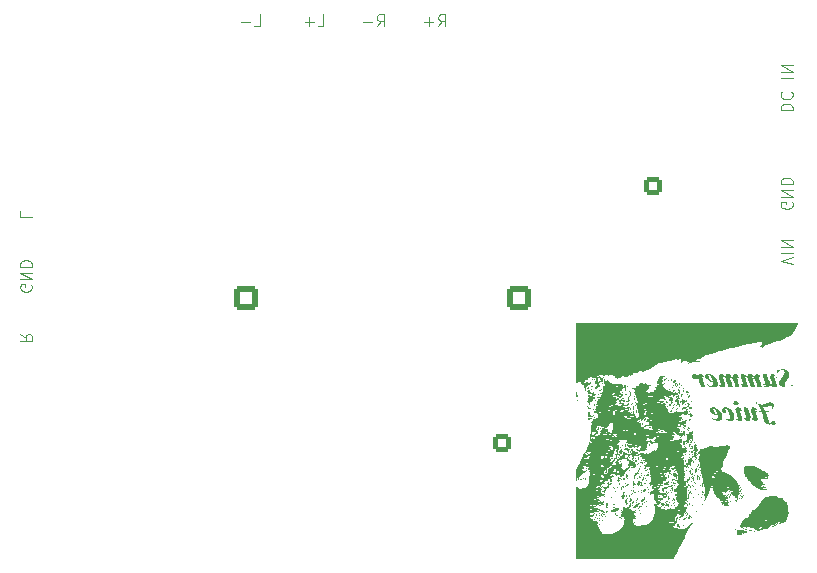
<source format=gbo>
G04 #@! TF.GenerationSoftware,KiCad,Pcbnew,9.0.3*
G04 #@! TF.CreationDate,2025-08-11T22:09:38-04:00*
G04 #@! TF.ProjectId,Class D Amplifier,436c6173-7320-4442-9041-6d706c696669,rev?*
G04 #@! TF.SameCoordinates,Original*
G04 #@! TF.FileFunction,Legend,Bot*
G04 #@! TF.FilePolarity,Positive*
%FSLAX46Y46*%
G04 Gerber Fmt 4.6, Leading zero omitted, Abs format (unit mm)*
G04 Created by KiCad (PCBNEW 9.0.3) date 2025-08-11 22:09:38*
%MOMM*%
%LPD*%
G01*
G04 APERTURE LIST*
G04 Aperture macros list*
%AMRoundRect*
0 Rectangle with rounded corners*
0 $1 Rounding radius*
0 $2 $3 $4 $5 $6 $7 $8 $9 X,Y pos of 4 corners*
0 Add a 4 corners polygon primitive as box body*
4,1,4,$2,$3,$4,$5,$6,$7,$8,$9,$2,$3,0*
0 Add four circle primitives for the rounded corners*
1,1,$1+$1,$2,$3*
1,1,$1+$1,$4,$5*
1,1,$1+$1,$6,$7*
1,1,$1+$1,$8,$9*
0 Add four rect primitives between the rounded corners*
20,1,$1+$1,$2,$3,$4,$5,0*
20,1,$1+$1,$4,$5,$6,$7,0*
20,1,$1+$1,$6,$7,$8,$9,0*
20,1,$1+$1,$8,$9,$2,$3,0*%
G04 Aperture macros list end*
%ADD10C,0.100000*%
%ADD11C,0.000000*%
%ADD12RoundRect,0.250000X0.550000X-0.550000X0.550000X0.550000X-0.550000X0.550000X-0.550000X-0.550000X0*%
%ADD13C,1.600000*%
%ADD14RoundRect,0.250000X0.750000X0.750000X-0.750000X0.750000X-0.750000X-0.750000X0.750000X-0.750000X0*%
%ADD15C,2.000000*%
%ADD16R,3.000000X3.000000*%
%ADD17C,3.000000*%
%ADD18RoundRect,0.450000X-0.450000X0.450000X-0.450000X-0.450000X0.450000X-0.450000X0.450000X0.450000X0*%
%ADD19C,1.800000*%
%ADD20R,2.000000X4.000000*%
%ADD21O,2.000000X3.300000*%
%ADD22O,3.500000X2.000000*%
%ADD23O,2.400000X1.600000*%
%ADD24RoundRect,0.250000X-0.550000X0.550000X-0.550000X-0.550000X0.550000X-0.550000X0.550000X0.550000X0*%
G04 APERTURE END LIST*
D10*
X64324687Y-40872419D02*
X64658020Y-40396228D01*
X64896115Y-40872419D02*
X64896115Y-39872419D01*
X64896115Y-39872419D02*
X64515163Y-39872419D01*
X64515163Y-39872419D02*
X64419925Y-39920038D01*
X64419925Y-39920038D02*
X64372306Y-39967657D01*
X64372306Y-39967657D02*
X64324687Y-40062895D01*
X64324687Y-40062895D02*
X64324687Y-40205752D01*
X64324687Y-40205752D02*
X64372306Y-40300990D01*
X64372306Y-40300990D02*
X64419925Y-40348609D01*
X64419925Y-40348609D02*
X64515163Y-40396228D01*
X64515163Y-40396228D02*
X64896115Y-40396228D01*
X63896115Y-40491466D02*
X63134211Y-40491466D01*
X34127580Y-56519925D02*
X34127580Y-56996115D01*
X34127580Y-56996115D02*
X35127580Y-56996115D01*
X99479961Y-55772306D02*
X99527580Y-55867544D01*
X99527580Y-55867544D02*
X99527580Y-56010401D01*
X99527580Y-56010401D02*
X99479961Y-56153258D01*
X99479961Y-56153258D02*
X99384723Y-56248496D01*
X99384723Y-56248496D02*
X99289485Y-56296115D01*
X99289485Y-56296115D02*
X99099009Y-56343734D01*
X99099009Y-56343734D02*
X98956152Y-56343734D01*
X98956152Y-56343734D02*
X98765676Y-56296115D01*
X98765676Y-56296115D02*
X98670438Y-56248496D01*
X98670438Y-56248496D02*
X98575200Y-56153258D01*
X98575200Y-56153258D02*
X98527580Y-56010401D01*
X98527580Y-56010401D02*
X98527580Y-55915163D01*
X98527580Y-55915163D02*
X98575200Y-55772306D01*
X98575200Y-55772306D02*
X98622819Y-55724687D01*
X98622819Y-55724687D02*
X98956152Y-55724687D01*
X98956152Y-55724687D02*
X98956152Y-55915163D01*
X98527580Y-55296115D02*
X99527580Y-55296115D01*
X99527580Y-55296115D02*
X98527580Y-54724687D01*
X98527580Y-54724687D02*
X99527580Y-54724687D01*
X98527580Y-54248496D02*
X99527580Y-54248496D01*
X99527580Y-54248496D02*
X99527580Y-54010401D01*
X99527580Y-54010401D02*
X99479961Y-53867544D01*
X99479961Y-53867544D02*
X99384723Y-53772306D01*
X99384723Y-53772306D02*
X99289485Y-53724687D01*
X99289485Y-53724687D02*
X99099009Y-53677068D01*
X99099009Y-53677068D02*
X98956152Y-53677068D01*
X98956152Y-53677068D02*
X98765676Y-53724687D01*
X98765676Y-53724687D02*
X98670438Y-53772306D01*
X98670438Y-53772306D02*
X98575200Y-53867544D01*
X98575200Y-53867544D02*
X98527580Y-54010401D01*
X98527580Y-54010401D02*
X98527580Y-54248496D01*
X35069961Y-62772306D02*
X35117580Y-62867544D01*
X35117580Y-62867544D02*
X35117580Y-63010401D01*
X35117580Y-63010401D02*
X35069961Y-63153258D01*
X35069961Y-63153258D02*
X34974723Y-63248496D01*
X34974723Y-63248496D02*
X34879485Y-63296115D01*
X34879485Y-63296115D02*
X34689009Y-63343734D01*
X34689009Y-63343734D02*
X34546152Y-63343734D01*
X34546152Y-63343734D02*
X34355676Y-63296115D01*
X34355676Y-63296115D02*
X34260438Y-63248496D01*
X34260438Y-63248496D02*
X34165200Y-63153258D01*
X34165200Y-63153258D02*
X34117580Y-63010401D01*
X34117580Y-63010401D02*
X34117580Y-62915163D01*
X34117580Y-62915163D02*
X34165200Y-62772306D01*
X34165200Y-62772306D02*
X34212819Y-62724687D01*
X34212819Y-62724687D02*
X34546152Y-62724687D01*
X34546152Y-62724687D02*
X34546152Y-62915163D01*
X34117580Y-62296115D02*
X35117580Y-62296115D01*
X35117580Y-62296115D02*
X34117580Y-61724687D01*
X34117580Y-61724687D02*
X35117580Y-61724687D01*
X34117580Y-61248496D02*
X35117580Y-61248496D01*
X35117580Y-61248496D02*
X35117580Y-61010401D01*
X35117580Y-61010401D02*
X35069961Y-60867544D01*
X35069961Y-60867544D02*
X34974723Y-60772306D01*
X34974723Y-60772306D02*
X34879485Y-60724687D01*
X34879485Y-60724687D02*
X34689009Y-60677068D01*
X34689009Y-60677068D02*
X34546152Y-60677068D01*
X34546152Y-60677068D02*
X34355676Y-60724687D01*
X34355676Y-60724687D02*
X34260438Y-60772306D01*
X34260438Y-60772306D02*
X34165200Y-60867544D01*
X34165200Y-60867544D02*
X34117580Y-61010401D01*
X34117580Y-61010401D02*
X34117580Y-61248496D01*
X99527580Y-61038972D02*
X98527580Y-60705639D01*
X98527580Y-60705639D02*
X99527580Y-60372306D01*
X98527580Y-60038972D02*
X99527580Y-60038972D01*
X98527580Y-59562782D02*
X99527580Y-59562782D01*
X99527580Y-59562782D02*
X98527580Y-58991354D01*
X98527580Y-58991354D02*
X99527580Y-58991354D01*
X53919925Y-40872419D02*
X54396115Y-40872419D01*
X54396115Y-40872419D02*
X54396115Y-39872419D01*
X53586591Y-40491466D02*
X52824687Y-40491466D01*
X69524687Y-40872419D02*
X69858020Y-40396228D01*
X70096115Y-40872419D02*
X70096115Y-39872419D01*
X70096115Y-39872419D02*
X69715163Y-39872419D01*
X69715163Y-39872419D02*
X69619925Y-39920038D01*
X69619925Y-39920038D02*
X69572306Y-39967657D01*
X69572306Y-39967657D02*
X69524687Y-40062895D01*
X69524687Y-40062895D02*
X69524687Y-40205752D01*
X69524687Y-40205752D02*
X69572306Y-40300990D01*
X69572306Y-40300990D02*
X69619925Y-40348609D01*
X69619925Y-40348609D02*
X69715163Y-40396228D01*
X69715163Y-40396228D02*
X70096115Y-40396228D01*
X69096115Y-40491466D02*
X68334211Y-40491466D01*
X68715163Y-40872419D02*
X68715163Y-40110514D01*
X98527580Y-47996115D02*
X99527580Y-47996115D01*
X99527580Y-47996115D02*
X99527580Y-47758020D01*
X99527580Y-47758020D02*
X99479961Y-47615163D01*
X99479961Y-47615163D02*
X99384723Y-47519925D01*
X99384723Y-47519925D02*
X99289485Y-47472306D01*
X99289485Y-47472306D02*
X99099009Y-47424687D01*
X99099009Y-47424687D02*
X98956152Y-47424687D01*
X98956152Y-47424687D02*
X98765676Y-47472306D01*
X98765676Y-47472306D02*
X98670438Y-47519925D01*
X98670438Y-47519925D02*
X98575200Y-47615163D01*
X98575200Y-47615163D02*
X98527580Y-47758020D01*
X98527580Y-47758020D02*
X98527580Y-47996115D01*
X98622819Y-46424687D02*
X98575200Y-46472306D01*
X98575200Y-46472306D02*
X98527580Y-46615163D01*
X98527580Y-46615163D02*
X98527580Y-46710401D01*
X98527580Y-46710401D02*
X98575200Y-46853258D01*
X98575200Y-46853258D02*
X98670438Y-46948496D01*
X98670438Y-46948496D02*
X98765676Y-46996115D01*
X98765676Y-46996115D02*
X98956152Y-47043734D01*
X98956152Y-47043734D02*
X99099009Y-47043734D01*
X99099009Y-47043734D02*
X99289485Y-46996115D01*
X99289485Y-46996115D02*
X99384723Y-46948496D01*
X99384723Y-46948496D02*
X99479961Y-46853258D01*
X99479961Y-46853258D02*
X99527580Y-46710401D01*
X99527580Y-46710401D02*
X99527580Y-46615163D01*
X99527580Y-46615163D02*
X99479961Y-46472306D01*
X99479961Y-46472306D02*
X99432342Y-46424687D01*
X98527580Y-45234210D02*
X99527580Y-45234210D01*
X98527580Y-44758020D02*
X99527580Y-44758020D01*
X99527580Y-44758020D02*
X98527580Y-44186592D01*
X98527580Y-44186592D02*
X99527580Y-44186592D01*
X59319925Y-40872419D02*
X59796115Y-40872419D01*
X59796115Y-40872419D02*
X59796115Y-39872419D01*
X58986591Y-40491466D02*
X58224687Y-40491466D01*
X58605639Y-40872419D02*
X58605639Y-40110514D01*
X34127580Y-66924687D02*
X34603771Y-67258020D01*
X34127580Y-67496115D02*
X35127580Y-67496115D01*
X35127580Y-67496115D02*
X35127580Y-67115163D01*
X35127580Y-67115163D02*
X35079961Y-67019925D01*
X35079961Y-67019925D02*
X35032342Y-66972306D01*
X35032342Y-66972306D02*
X34937104Y-66924687D01*
X34937104Y-66924687D02*
X34794247Y-66924687D01*
X34794247Y-66924687D02*
X34699009Y-66972306D01*
X34699009Y-66972306D02*
X34651390Y-67019925D01*
X34651390Y-67019925D02*
X34603771Y-67115163D01*
X34603771Y-67115163D02*
X34603771Y-67496115D01*
D11*
G04 #@! TO.C,G\u002A\u002A\u002A*
G36*
X81417943Y-79566375D02*
G01*
X81408680Y-79575638D01*
X81399417Y-79566375D01*
X81408680Y-79557111D01*
X81417943Y-79566375D01*
G37*
G36*
X81621736Y-78973523D02*
G01*
X81612473Y-78982786D01*
X81603209Y-78973523D01*
X81612473Y-78964260D01*
X81621736Y-78973523D01*
G37*
G36*
X81621736Y-79010576D02*
G01*
X81612473Y-79019839D01*
X81603209Y-79010576D01*
X81612473Y-79001313D01*
X81621736Y-79010576D01*
G37*
G36*
X81658789Y-78936470D02*
G01*
X81649526Y-78945733D01*
X81640263Y-78936470D01*
X81649526Y-78927206D01*
X81658789Y-78936470D01*
G37*
G36*
X81807002Y-79584901D02*
G01*
X81797739Y-79594165D01*
X81788476Y-79584901D01*
X81797739Y-79575638D01*
X81807002Y-79584901D01*
G37*
G36*
X81844056Y-71451714D02*
G01*
X81834792Y-71460977D01*
X81825529Y-71451714D01*
X81834792Y-71442451D01*
X81844056Y-71451714D01*
G37*
G36*
X81862582Y-79158789D02*
G01*
X81853319Y-79168052D01*
X81844056Y-79158789D01*
X81853319Y-79149526D01*
X81862582Y-79158789D01*
G37*
G36*
X82029322Y-78862363D02*
G01*
X82020058Y-78871626D01*
X82010795Y-78862363D01*
X82020058Y-78853100D01*
X82029322Y-78862363D01*
G37*
G36*
X82029322Y-78917943D02*
G01*
X82020058Y-78927206D01*
X82010795Y-78917943D01*
X82020058Y-78908680D01*
X82029322Y-78917943D01*
G37*
G36*
X82066375Y-79862801D02*
G01*
X82057112Y-79872064D01*
X82047848Y-79862801D01*
X82057112Y-79853537D01*
X82066375Y-79862801D01*
G37*
G36*
X82177535Y-77417287D02*
G01*
X82168271Y-77426550D01*
X82159008Y-77417287D01*
X82168271Y-77408023D01*
X82177535Y-77417287D01*
G37*
G36*
X82214588Y-79566375D02*
G01*
X82205325Y-79575638D01*
X82196061Y-79566375D01*
X82205325Y-79557111D01*
X82214588Y-79566375D01*
G37*
G36*
X82270168Y-78825310D02*
G01*
X82260905Y-78834573D01*
X82251641Y-78825310D01*
X82260905Y-78816047D01*
X82270168Y-78825310D01*
G37*
G36*
X82307221Y-77435813D02*
G01*
X82297958Y-77445076D01*
X82288695Y-77435813D01*
X82297958Y-77426550D01*
X82307221Y-77435813D01*
G37*
G36*
X82325748Y-70821809D02*
G01*
X82316484Y-70831072D01*
X82307221Y-70821809D01*
X82316484Y-70812545D01*
X82325748Y-70821809D01*
G37*
G36*
X82325748Y-70932969D02*
G01*
X82316484Y-70942232D01*
X82307221Y-70932969D01*
X82316484Y-70923705D01*
X82325748Y-70932969D01*
G37*
G36*
X82362801Y-70821809D02*
G01*
X82353538Y-70831072D01*
X82344274Y-70821809D01*
X82353538Y-70812545D01*
X82362801Y-70821809D01*
G37*
G36*
X82381328Y-73471116D02*
G01*
X82372064Y-73480379D01*
X82362801Y-73471116D01*
X82372064Y-73461853D01*
X82381328Y-73471116D01*
G37*
G36*
X82436907Y-73619329D02*
G01*
X82427644Y-73628592D01*
X82418381Y-73619329D01*
X82427644Y-73610066D01*
X82436907Y-73619329D01*
G37*
G36*
X82473961Y-73600802D02*
G01*
X82464697Y-73610066D01*
X82455434Y-73600802D01*
X82464697Y-73591539D01*
X82473961Y-73600802D01*
G37*
G36*
X82492487Y-70784756D02*
G01*
X82483224Y-70794019D01*
X82473961Y-70784756D01*
X82483224Y-70775492D01*
X82492487Y-70784756D01*
G37*
G36*
X82566594Y-82456528D02*
G01*
X82557331Y-82465791D01*
X82548067Y-82456528D01*
X82557331Y-82447265D01*
X82566594Y-82456528D01*
G37*
G36*
X82807440Y-75286725D02*
G01*
X82798177Y-75295988D01*
X82788913Y-75286725D01*
X82798177Y-75277462D01*
X82807440Y-75286725D01*
G37*
G36*
X82844493Y-73063530D02*
G01*
X82835230Y-73072793D01*
X82825967Y-73063530D01*
X82835230Y-73054267D01*
X82844493Y-73063530D01*
G37*
G36*
X82918600Y-82419475D02*
G01*
X82909336Y-82428738D01*
X82900073Y-82419475D01*
X82909336Y-82410211D01*
X82918600Y-82419475D01*
G37*
G36*
X82992706Y-82419475D02*
G01*
X82983443Y-82428738D01*
X82974180Y-82419475D01*
X82983443Y-82410211D01*
X82992706Y-82419475D01*
G37*
G36*
X83085339Y-75416411D02*
G01*
X83076076Y-75425675D01*
X83066813Y-75416411D01*
X83076076Y-75407148D01*
X83085339Y-75416411D01*
G37*
G36*
X83215026Y-83327279D02*
G01*
X83205762Y-83336543D01*
X83196499Y-83327279D01*
X83205762Y-83318016D01*
X83215026Y-83327279D01*
G37*
G36*
X83326185Y-82567688D02*
G01*
X83316922Y-82576951D01*
X83307659Y-82567688D01*
X83316922Y-82558424D01*
X83326185Y-82567688D01*
G37*
G36*
X83400292Y-80659446D02*
G01*
X83391029Y-80668709D01*
X83381765Y-80659446D01*
X83391029Y-80650182D01*
X83400292Y-80659446D01*
G37*
G36*
X83418819Y-77306127D02*
G01*
X83409555Y-77315390D01*
X83400292Y-77306127D01*
X83409555Y-77296863D01*
X83418819Y-77306127D01*
G37*
G36*
X83678191Y-80622392D02*
G01*
X83668928Y-80631656D01*
X83659665Y-80622392D01*
X83668928Y-80613129D01*
X83678191Y-80622392D01*
G37*
G36*
X83770824Y-79733114D02*
G01*
X83761561Y-79742378D01*
X83752298Y-79733114D01*
X83761561Y-79723851D01*
X83770824Y-79733114D01*
G37*
G36*
X83863457Y-72396572D02*
G01*
X83854194Y-72405835D01*
X83844931Y-72396572D01*
X83854194Y-72387308D01*
X83863457Y-72396572D01*
G37*
G36*
X83863457Y-80400073D02*
G01*
X83854194Y-80409336D01*
X83844931Y-80400073D01*
X83854194Y-80390809D01*
X83863457Y-80400073D01*
G37*
G36*
X83919037Y-74786506D02*
G01*
X83909774Y-74795769D01*
X83900511Y-74786506D01*
X83909774Y-74777243D01*
X83919037Y-74786506D01*
G37*
G36*
X83956091Y-74712400D02*
G01*
X83946827Y-74721663D01*
X83937564Y-74712400D01*
X83946827Y-74703136D01*
X83956091Y-74712400D01*
G37*
G36*
X83974617Y-74230707D02*
G01*
X83965354Y-74239971D01*
X83956091Y-74230707D01*
X83965354Y-74221444D01*
X83974617Y-74230707D01*
G37*
G36*
X84011670Y-80085120D02*
G01*
X84002407Y-80094384D01*
X83993144Y-80085120D01*
X84002407Y-80075857D01*
X84011670Y-80085120D01*
G37*
G36*
X84141357Y-81845149D02*
G01*
X84132093Y-81854413D01*
X84122830Y-81845149D01*
X84132093Y-81835886D01*
X84141357Y-81845149D01*
G37*
G36*
X84141357Y-83197593D02*
G01*
X84132093Y-83206856D01*
X84122830Y-83197593D01*
X84132093Y-83188330D01*
X84141357Y-83197593D01*
G37*
G36*
X84159883Y-80437126D02*
G01*
X84150620Y-80446389D01*
X84141357Y-80437126D01*
X84150620Y-80427863D01*
X84159883Y-80437126D01*
G37*
G36*
X84271043Y-82938220D02*
G01*
X84261780Y-82947483D01*
X84252517Y-82938220D01*
X84261780Y-82928957D01*
X84271043Y-82938220D01*
G37*
G36*
X84326623Y-79473742D02*
G01*
X84317360Y-79483005D01*
X84308096Y-79473742D01*
X84317360Y-79464478D01*
X84326623Y-79473742D01*
G37*
G36*
X84345150Y-77398760D02*
G01*
X84335886Y-77408023D01*
X84326623Y-77398760D01*
X84335886Y-77389497D01*
X84345150Y-77398760D01*
G37*
G36*
X84382203Y-80307440D02*
G01*
X84372940Y-80316703D01*
X84363676Y-80307440D01*
X84372940Y-80298176D01*
X84382203Y-80307440D01*
G37*
G36*
X84400730Y-73674909D02*
G01*
X84391466Y-73684172D01*
X84382203Y-73674909D01*
X84391466Y-73665645D01*
X84400730Y-73674909D01*
G37*
G36*
X84456309Y-79696061D02*
G01*
X84447046Y-79705324D01*
X84437783Y-79696061D01*
X84447046Y-79686798D01*
X84456309Y-79696061D01*
G37*
G36*
X84511889Y-79251422D02*
G01*
X84502626Y-79260685D01*
X84493363Y-79251422D01*
X84502626Y-79242159D01*
X84511889Y-79251422D01*
G37*
G36*
X84530416Y-79418162D02*
G01*
X84521153Y-79427425D01*
X84511889Y-79418162D01*
X84521153Y-79408898D01*
X84530416Y-79418162D01*
G37*
G36*
X84548943Y-79232896D02*
G01*
X84539679Y-79242159D01*
X84530416Y-79232896D01*
X84539679Y-79223632D01*
X84548943Y-79232896D01*
G37*
G36*
X84548943Y-79640481D02*
G01*
X84539679Y-79649745D01*
X84530416Y-79640481D01*
X84539679Y-79631218D01*
X84548943Y-79640481D01*
G37*
G36*
X84567469Y-81530197D02*
G01*
X84558206Y-81539460D01*
X84548943Y-81530197D01*
X84558206Y-81520933D01*
X84567469Y-81530197D01*
G37*
G36*
X84641576Y-79955434D02*
G01*
X84632312Y-79964697D01*
X84623049Y-79955434D01*
X84632312Y-79946171D01*
X84641576Y-79955434D01*
G37*
G36*
X84845368Y-78584464D02*
G01*
X84836105Y-78593727D01*
X84826842Y-78584464D01*
X84836105Y-78575200D01*
X84845368Y-78584464D01*
G37*
G36*
X85030635Y-71766667D02*
G01*
X85021371Y-71775930D01*
X85012108Y-71766667D01*
X85021371Y-71757403D01*
X85030635Y-71766667D01*
G37*
G36*
X85049161Y-81733990D02*
G01*
X85039898Y-81743253D01*
X85030635Y-81733990D01*
X85039898Y-81724726D01*
X85049161Y-81733990D01*
G37*
G36*
X85104741Y-71136761D02*
G01*
X85095478Y-71146025D01*
X85086215Y-71136761D01*
X85095478Y-71127498D01*
X85104741Y-71136761D01*
G37*
G36*
X85197374Y-79529322D02*
G01*
X85188111Y-79538585D01*
X85178848Y-79529322D01*
X85188111Y-79520058D01*
X85197374Y-79529322D01*
G37*
G36*
X85271481Y-76398322D02*
G01*
X85262217Y-76407586D01*
X85252954Y-76398322D01*
X85262217Y-76389059D01*
X85271481Y-76398322D01*
G37*
G36*
X85327061Y-78825310D02*
G01*
X85317797Y-78834573D01*
X85308534Y-78825310D01*
X85317797Y-78816047D01*
X85327061Y-78825310D01*
G37*
G36*
X85327061Y-78862363D02*
G01*
X85317797Y-78871626D01*
X85308534Y-78862363D01*
X85317797Y-78853100D01*
X85327061Y-78862363D01*
G37*
G36*
X85327061Y-79751641D02*
G01*
X85317797Y-79760904D01*
X85308534Y-79751641D01*
X85317797Y-79742378D01*
X85327061Y-79751641D01*
G37*
G36*
X85327061Y-79973960D02*
G01*
X85317797Y-79983224D01*
X85308534Y-79973960D01*
X85317797Y-79964697D01*
X85327061Y-79973960D01*
G37*
G36*
X85345587Y-82623268D02*
G01*
X85336324Y-82632531D01*
X85327061Y-82623268D01*
X85336324Y-82614004D01*
X85345587Y-82623268D01*
G37*
G36*
X85382641Y-71859300D02*
G01*
X85373377Y-71868563D01*
X85364114Y-71859300D01*
X85373377Y-71850036D01*
X85382641Y-71859300D01*
G37*
G36*
X85401167Y-72637418D02*
G01*
X85391904Y-72646681D01*
X85382641Y-72637418D01*
X85391904Y-72628154D01*
X85401167Y-72637418D01*
G37*
G36*
X85401167Y-78028665D02*
G01*
X85391904Y-78037928D01*
X85382641Y-78028665D01*
X85391904Y-78019402D01*
X85401167Y-78028665D01*
G37*
G36*
X85419694Y-73934281D02*
G01*
X85410430Y-73943545D01*
X85401167Y-73934281D01*
X85410430Y-73925018D01*
X85419694Y-73934281D01*
G37*
G36*
X85419694Y-79325529D02*
G01*
X85410430Y-79334792D01*
X85401167Y-79325529D01*
X85410430Y-79316265D01*
X85419694Y-79325529D01*
G37*
G36*
X85475274Y-76565062D02*
G01*
X85466010Y-76574325D01*
X85456747Y-76565062D01*
X85466010Y-76555799D01*
X85475274Y-76565062D01*
G37*
G36*
X85493800Y-80325966D02*
G01*
X85484537Y-80335230D01*
X85475274Y-80325966D01*
X85484537Y-80316703D01*
X85493800Y-80325966D01*
G37*
G36*
X85549380Y-79621955D02*
G01*
X85540117Y-79631218D01*
X85530854Y-79621955D01*
X85540117Y-79612691D01*
X85549380Y-79621955D01*
G37*
G36*
X85549380Y-81270824D02*
G01*
X85540117Y-81280087D01*
X85530854Y-81270824D01*
X85540117Y-81261561D01*
X85549380Y-81270824D01*
G37*
G36*
X85567907Y-71414661D02*
G01*
X85558643Y-71423924D01*
X85549380Y-71414661D01*
X85558643Y-71405397D01*
X85567907Y-71414661D01*
G37*
G36*
X85660540Y-71377607D02*
G01*
X85651277Y-71386871D01*
X85642013Y-71377607D01*
X85651277Y-71368344D01*
X85660540Y-71377607D01*
G37*
G36*
X85660540Y-79807221D02*
G01*
X85651277Y-79816484D01*
X85642013Y-79807221D01*
X85651277Y-79797958D01*
X85660540Y-79807221D01*
G37*
G36*
X85734646Y-79121736D02*
G01*
X85725383Y-79130999D01*
X85716120Y-79121736D01*
X85725383Y-79112473D01*
X85734646Y-79121736D01*
G37*
G36*
X85734646Y-79973960D02*
G01*
X85725383Y-79983224D01*
X85716120Y-79973960D01*
X85725383Y-79964697D01*
X85734646Y-79973960D01*
G37*
G36*
X85790226Y-77343180D02*
G01*
X85780963Y-77352443D01*
X85771700Y-77343180D01*
X85780963Y-77333917D01*
X85790226Y-77343180D01*
G37*
G36*
X85808753Y-70432750D02*
G01*
X85799490Y-70442013D01*
X85790226Y-70432750D01*
X85799490Y-70423486D01*
X85808753Y-70432750D01*
G37*
G36*
X85864333Y-70395696D02*
G01*
X85855069Y-70404960D01*
X85845806Y-70395696D01*
X85855069Y-70386433D01*
X85864333Y-70395696D01*
G37*
G36*
X85882859Y-71433187D02*
G01*
X85873596Y-71442451D01*
X85864333Y-71433187D01*
X85873596Y-71423924D01*
X85882859Y-71433187D01*
G37*
G36*
X85919913Y-78454777D02*
G01*
X85910649Y-78464041D01*
X85901386Y-78454777D01*
X85910649Y-78445514D01*
X85919913Y-78454777D01*
G37*
G36*
X85919913Y-78584464D02*
G01*
X85910649Y-78593727D01*
X85901386Y-78584464D01*
X85910649Y-78575200D01*
X85919913Y-78584464D01*
G37*
G36*
X85956966Y-76583588D02*
G01*
X85947703Y-76592852D01*
X85938439Y-76583588D01*
X85947703Y-76574325D01*
X85956966Y-76583588D01*
G37*
G36*
X86031072Y-82586214D02*
G01*
X86021809Y-82595478D01*
X86012546Y-82586214D01*
X86021809Y-82576951D01*
X86031072Y-82586214D01*
G37*
G36*
X86086652Y-79029103D02*
G01*
X86077389Y-79038366D01*
X86068126Y-79029103D01*
X86077389Y-79019839D01*
X86086652Y-79029103D01*
G37*
G36*
X86105179Y-78806783D02*
G01*
X86095916Y-78816047D01*
X86086652Y-78806783D01*
X86095916Y-78797520D01*
X86105179Y-78806783D01*
G37*
G36*
X86142232Y-72878264D02*
G01*
X86132969Y-72887527D01*
X86123705Y-72878264D01*
X86132969Y-72869001D01*
X86142232Y-72878264D01*
G37*
G36*
X86179285Y-72563311D02*
G01*
X86170022Y-72572575D01*
X86160759Y-72563311D01*
X86170022Y-72554048D01*
X86179285Y-72563311D01*
G37*
G36*
X86179285Y-79807221D02*
G01*
X86170022Y-79816484D01*
X86160759Y-79807221D01*
X86170022Y-79797958D01*
X86179285Y-79807221D01*
G37*
G36*
X86271918Y-73434063D02*
G01*
X86262655Y-73443326D01*
X86253392Y-73434063D01*
X86262655Y-73424799D01*
X86271918Y-73434063D01*
G37*
G36*
X86271918Y-81659883D02*
G01*
X86262655Y-81669146D01*
X86253392Y-81659883D01*
X86262655Y-81650620D01*
X86271918Y-81659883D01*
G37*
G36*
X86308972Y-76842961D02*
G01*
X86299708Y-76852225D01*
X86290445Y-76842961D01*
X86299708Y-76833698D01*
X86308972Y-76842961D01*
G37*
G36*
X86401605Y-73749015D02*
G01*
X86392341Y-73758278D01*
X86383078Y-73749015D01*
X86392341Y-73739752D01*
X86401605Y-73749015D01*
G37*
G36*
X86457185Y-78862363D02*
G01*
X86447921Y-78871626D01*
X86438658Y-78862363D01*
X86447921Y-78853100D01*
X86457185Y-78862363D01*
G37*
G36*
X86475711Y-80048067D02*
G01*
X86466448Y-80057330D01*
X86457185Y-80048067D01*
X86466448Y-80038804D01*
X86475711Y-80048067D01*
G37*
G36*
X86605398Y-77194967D02*
G01*
X86596134Y-77204230D01*
X86586871Y-77194967D01*
X86596134Y-77185704D01*
X86605398Y-77194967D01*
G37*
G36*
X86605398Y-79955434D02*
G01*
X86596134Y-79964697D01*
X86586871Y-79955434D01*
X86596134Y-79946171D01*
X86605398Y-79955434D01*
G37*
G36*
X86642451Y-77602553D02*
G01*
X86633188Y-77611816D01*
X86623924Y-77602553D01*
X86633188Y-77593289D01*
X86642451Y-77602553D01*
G37*
G36*
X86772137Y-76935594D02*
G01*
X86762874Y-76944858D01*
X86753611Y-76935594D01*
X86762874Y-76926331D01*
X86772137Y-76935594D01*
G37*
G36*
X86772137Y-80640919D02*
G01*
X86762874Y-80650182D01*
X86753611Y-80640919D01*
X86762874Y-80631656D01*
X86772137Y-80640919D01*
G37*
G36*
X86809191Y-78751203D02*
G01*
X86799927Y-78760467D01*
X86790664Y-78751203D01*
X86799927Y-78741940D01*
X86809191Y-78751203D01*
G37*
G36*
X86809191Y-80622392D02*
G01*
X86799927Y-80631656D01*
X86790664Y-80622392D01*
X86799927Y-80613129D01*
X86809191Y-80622392D01*
G37*
G36*
X86827717Y-81493144D02*
G01*
X86818454Y-81502407D01*
X86809191Y-81493144D01*
X86818454Y-81483880D01*
X86827717Y-81493144D01*
G37*
G36*
X86920350Y-71099708D02*
G01*
X86911087Y-71108971D01*
X86901824Y-71099708D01*
X86911087Y-71090445D01*
X86920350Y-71099708D01*
G37*
G36*
X87050037Y-78825310D02*
G01*
X87040773Y-78834573D01*
X87031510Y-78825310D01*
X87040773Y-78816047D01*
X87050037Y-78825310D01*
G37*
G36*
X87161196Y-80715025D02*
G01*
X87151933Y-80724289D01*
X87142670Y-80715025D01*
X87151933Y-80705762D01*
X87161196Y-80715025D01*
G37*
G36*
X87179723Y-80048067D02*
G01*
X87170460Y-80057330D01*
X87161196Y-80048067D01*
X87170460Y-80038804D01*
X87179723Y-80048067D01*
G37*
G36*
X87235303Y-79788694D02*
G01*
X87226040Y-79797958D01*
X87216776Y-79788694D01*
X87226040Y-79779431D01*
X87235303Y-79788694D01*
G37*
G36*
X87253829Y-81659883D02*
G01*
X87244566Y-81669146D01*
X87235303Y-81659883D01*
X87244566Y-81650620D01*
X87253829Y-81659883D01*
G37*
G36*
X87290883Y-76176003D02*
G01*
X87281619Y-76185266D01*
X87272356Y-76176003D01*
X87281619Y-76166739D01*
X87290883Y-76176003D01*
G37*
G36*
X87290883Y-80733552D02*
G01*
X87281619Y-80742815D01*
X87272356Y-80733552D01*
X87281619Y-80724289D01*
X87290883Y-80733552D01*
G37*
G36*
X87309409Y-80974398D02*
G01*
X87300146Y-80983661D01*
X87290883Y-80974398D01*
X87300146Y-80965135D01*
X87309409Y-80974398D01*
G37*
G36*
X87327936Y-75898103D02*
G01*
X87318673Y-75907367D01*
X87309409Y-75898103D01*
X87318673Y-75888840D01*
X87327936Y-75898103D01*
G37*
G36*
X87383516Y-69969584D02*
G01*
X87374253Y-69978847D01*
X87364989Y-69969584D01*
X87374253Y-69960321D01*
X87383516Y-69969584D01*
G37*
G36*
X87402042Y-81696936D02*
G01*
X87392779Y-81706200D01*
X87383516Y-81696936D01*
X87392779Y-81687673D01*
X87402042Y-81696936D01*
G37*
G36*
X87420569Y-71488767D02*
G01*
X87411306Y-71498031D01*
X87402042Y-71488767D01*
X87411306Y-71479504D01*
X87420569Y-71488767D01*
G37*
G36*
X87420569Y-81641357D02*
G01*
X87411306Y-81650620D01*
X87402042Y-81641357D01*
X87411306Y-81632093D01*
X87420569Y-81641357D01*
G37*
G36*
X87457622Y-80307440D02*
G01*
X87448359Y-80316703D01*
X87439096Y-80307440D01*
X87448359Y-80298176D01*
X87457622Y-80307440D01*
G37*
G36*
X87494676Y-71414661D02*
G01*
X87485412Y-71423924D01*
X87476149Y-71414661D01*
X87485412Y-71405397D01*
X87494676Y-71414661D01*
G37*
G36*
X87494676Y-79955434D02*
G01*
X87485412Y-79964697D01*
X87476149Y-79955434D01*
X87485412Y-79946171D01*
X87494676Y-79955434D01*
G37*
G36*
X87587309Y-71507294D02*
G01*
X87578045Y-71516557D01*
X87568782Y-71507294D01*
X87578045Y-71498031D01*
X87587309Y-71507294D01*
G37*
G36*
X87605835Y-71748140D02*
G01*
X87596572Y-71757403D01*
X87587309Y-71748140D01*
X87596572Y-71738877D01*
X87605835Y-71748140D01*
G37*
G36*
X87957841Y-81233771D02*
G01*
X87948578Y-81243034D01*
X87939315Y-81233771D01*
X87948578Y-81224508D01*
X87957841Y-81233771D01*
G37*
G36*
X88217214Y-81456090D02*
G01*
X88207951Y-81465354D01*
X88198687Y-81456090D01*
X88207951Y-81446827D01*
X88217214Y-81456090D01*
G37*
G36*
X88272794Y-69358206D02*
G01*
X88263530Y-69367469D01*
X88254267Y-69358206D01*
X88263530Y-69348942D01*
X88272794Y-69358206D01*
G37*
G36*
X88495113Y-81604303D02*
G01*
X88485850Y-81613567D01*
X88476587Y-81604303D01*
X88485850Y-81595040D01*
X88495113Y-81604303D01*
G37*
G36*
X88643326Y-79696061D02*
G01*
X88634063Y-79705324D01*
X88624800Y-79696061D01*
X88634063Y-79686798D01*
X88643326Y-79696061D01*
G37*
G36*
X88661853Y-71470241D02*
G01*
X88652589Y-71479504D01*
X88643326Y-71470241D01*
X88652589Y-71460977D01*
X88661853Y-71470241D01*
G37*
G36*
X88810066Y-79269949D02*
G01*
X88800802Y-79279212D01*
X88791539Y-79269949D01*
X88800802Y-79260685D01*
X88810066Y-79269949D01*
G37*
G36*
X88847119Y-72285412D02*
G01*
X88837856Y-72294675D01*
X88828592Y-72285412D01*
X88837856Y-72276149D01*
X88847119Y-72285412D01*
G37*
G36*
X88884172Y-72285412D02*
G01*
X88874909Y-72294675D01*
X88865646Y-72285412D01*
X88874909Y-72276149D01*
X88884172Y-72285412D01*
G37*
G36*
X88884172Y-78732677D02*
G01*
X88874909Y-78741940D01*
X88865646Y-78732677D01*
X88874909Y-78723413D01*
X88884172Y-78732677D01*
G37*
G36*
X88902699Y-71099708D02*
G01*
X88893436Y-71108971D01*
X88884172Y-71099708D01*
X88893436Y-71090445D01*
X88902699Y-71099708D01*
G37*
G36*
X88976805Y-70692122D02*
G01*
X88967542Y-70701386D01*
X88958279Y-70692122D01*
X88967542Y-70682859D01*
X88976805Y-70692122D01*
G37*
G36*
X89125018Y-79195842D02*
G01*
X89115755Y-79205106D01*
X89106492Y-79195842D01*
X89115755Y-79186579D01*
X89125018Y-79195842D01*
G37*
G36*
X89180598Y-71507294D02*
G01*
X89171335Y-71516557D01*
X89162072Y-71507294D01*
X89171335Y-71498031D01*
X89180598Y-71507294D01*
G37*
G36*
X89217651Y-79158789D02*
G01*
X89208388Y-79168052D01*
X89199125Y-79158789D01*
X89208388Y-79149526D01*
X89217651Y-79158789D01*
G37*
G36*
X89236178Y-79288475D02*
G01*
X89226915Y-79297739D01*
X89217651Y-79288475D01*
X89226915Y-79279212D01*
X89236178Y-79288475D01*
G37*
G36*
X89254705Y-69506419D02*
G01*
X89245441Y-69515682D01*
X89236178Y-69506419D01*
X89245441Y-69497155D01*
X89254705Y-69506419D01*
G37*
G36*
X89310285Y-78195405D02*
G01*
X89301021Y-78204668D01*
X89291758Y-78195405D01*
X89301021Y-78186141D01*
X89310285Y-78195405D01*
G37*
G36*
X89477024Y-72767104D02*
G01*
X89467761Y-72776367D01*
X89458498Y-72767104D01*
X89467761Y-72757841D01*
X89477024Y-72767104D01*
G37*
G36*
X89495551Y-72655944D02*
G01*
X89486288Y-72665208D01*
X89477024Y-72655944D01*
X89486288Y-72646681D01*
X89495551Y-72655944D01*
G37*
G36*
X89588184Y-75842524D02*
G01*
X89578921Y-75851787D01*
X89569657Y-75842524D01*
X89578921Y-75833260D01*
X89588184Y-75842524D01*
G37*
G36*
X89588184Y-81307877D02*
G01*
X89578921Y-81317141D01*
X89569657Y-81307877D01*
X89578921Y-81298614D01*
X89588184Y-81307877D01*
G37*
G36*
X89606711Y-81067031D02*
G01*
X89597447Y-81076295D01*
X89588184Y-81067031D01*
X89597447Y-81057768D01*
X89606711Y-81067031D01*
G37*
G36*
X89643764Y-81104084D02*
G01*
X89634500Y-81113348D01*
X89625237Y-81104084D01*
X89634500Y-81094821D01*
X89643764Y-81104084D01*
G37*
G36*
X89662290Y-69413785D02*
G01*
X89653027Y-69423049D01*
X89643764Y-69413785D01*
X89653027Y-69404522D01*
X89662290Y-69413785D01*
G37*
G36*
X89699344Y-83123486D02*
G01*
X89690080Y-83132750D01*
X89680817Y-83123486D01*
X89690080Y-83114223D01*
X89699344Y-83123486D01*
G37*
G36*
X89717870Y-82382421D02*
G01*
X89708607Y-82391685D01*
X89699344Y-82382421D01*
X89708607Y-82373158D01*
X89717870Y-82382421D01*
G37*
G36*
X89791977Y-79084683D02*
G01*
X89782713Y-79093946D01*
X89773450Y-79084683D01*
X89782713Y-79075419D01*
X89791977Y-79084683D01*
G37*
G36*
X89921663Y-82567688D02*
G01*
X89912400Y-82576951D01*
X89903137Y-82567688D01*
X89912400Y-82558424D01*
X89921663Y-82567688D01*
G37*
G36*
X89995770Y-71303501D02*
G01*
X89986506Y-71312764D01*
X89977243Y-71303501D01*
X89986506Y-71294238D01*
X89995770Y-71303501D01*
G37*
G36*
X90032823Y-71951933D02*
G01*
X90023560Y-71961196D01*
X90014296Y-71951933D01*
X90023560Y-71942669D01*
X90032823Y-71951933D01*
G37*
G36*
X90088403Y-69339679D02*
G01*
X90079139Y-69348942D01*
X90069876Y-69339679D01*
X90079139Y-69330416D01*
X90088403Y-69339679D01*
G37*
G36*
X90125456Y-76157476D02*
G01*
X90116193Y-76166739D01*
X90106929Y-76157476D01*
X90116193Y-76148213D01*
X90125456Y-76157476D01*
G37*
G36*
X90143983Y-72229832D02*
G01*
X90134719Y-72239095D01*
X90125456Y-72229832D01*
X90134719Y-72220569D01*
X90143983Y-72229832D01*
G37*
G36*
X90199562Y-71266448D02*
G01*
X90190299Y-71275711D01*
X90181036Y-71266448D01*
X90190299Y-71257184D01*
X90199562Y-71266448D01*
G37*
G36*
X90218089Y-73415536D02*
G01*
X90208826Y-73424799D01*
X90199562Y-73415536D01*
X90208826Y-73406273D01*
X90218089Y-73415536D01*
G37*
G36*
X90218089Y-82975273D02*
G01*
X90208826Y-82984537D01*
X90199562Y-82975273D01*
X90208826Y-82966010D01*
X90218089Y-82975273D01*
G37*
G36*
X90329249Y-73878702D02*
G01*
X90319986Y-73887965D01*
X90310722Y-73878702D01*
X90319986Y-73869438D01*
X90329249Y-73878702D01*
G37*
G36*
X90403355Y-75842524D02*
G01*
X90394092Y-75851787D01*
X90384829Y-75842524D01*
X90394092Y-75833260D01*
X90403355Y-75842524D01*
G37*
G36*
X90403355Y-77398760D02*
G01*
X90394092Y-77408023D01*
X90384829Y-77398760D01*
X90394092Y-77389497D01*
X90403355Y-77398760D01*
G37*
G36*
X90403355Y-78491831D02*
G01*
X90394092Y-78501094D01*
X90384829Y-78491831D01*
X90394092Y-78482567D01*
X90403355Y-78491831D01*
G37*
G36*
X90440409Y-71433187D02*
G01*
X90431145Y-71442451D01*
X90421882Y-71433187D01*
X90431145Y-71423924D01*
X90440409Y-71433187D01*
G37*
G36*
X90440409Y-72785631D02*
G01*
X90431145Y-72794894D01*
X90421882Y-72785631D01*
X90431145Y-72776367D01*
X90440409Y-72785631D01*
G37*
G36*
X90477462Y-77787819D02*
G01*
X90468199Y-77797082D01*
X90458935Y-77787819D01*
X90468199Y-77778556D01*
X90477462Y-77787819D01*
G37*
G36*
X90477462Y-82641794D02*
G01*
X90468199Y-82651057D01*
X90458935Y-82641794D01*
X90468199Y-82632531D01*
X90477462Y-82641794D01*
G37*
G36*
X90495988Y-81381984D02*
G01*
X90486725Y-81391247D01*
X90477462Y-81381984D01*
X90486725Y-81372721D01*
X90495988Y-81381984D01*
G37*
G36*
X90514515Y-74082494D02*
G01*
X90505252Y-74091758D01*
X90495988Y-74082494D01*
X90505252Y-74073231D01*
X90514515Y-74082494D01*
G37*
G36*
X90551568Y-73007950D02*
G01*
X90542305Y-73017214D01*
X90533042Y-73007950D01*
X90542305Y-72998687D01*
X90551568Y-73007950D01*
G37*
G36*
X90570095Y-72340992D02*
G01*
X90560832Y-72350255D01*
X90551568Y-72340992D01*
X90560832Y-72331729D01*
X90570095Y-72340992D01*
G37*
G36*
X90607148Y-77787819D02*
G01*
X90597885Y-77797082D01*
X90588622Y-77787819D01*
X90597885Y-77778556D01*
X90607148Y-77787819D01*
G37*
G36*
X90662728Y-76546535D02*
G01*
X90653465Y-76555799D01*
X90644201Y-76546535D01*
X90653465Y-76537272D01*
X90662728Y-76546535D01*
G37*
G36*
X90662728Y-83067907D02*
G01*
X90653465Y-83077170D01*
X90644201Y-83067907D01*
X90653465Y-83058643D01*
X90662728Y-83067907D01*
G37*
G36*
X90681255Y-71599927D02*
G01*
X90671991Y-71609190D01*
X90662728Y-71599927D01*
X90671991Y-71590664D01*
X90681255Y-71599927D01*
G37*
G36*
X90681255Y-74730926D02*
G01*
X90671991Y-74740190D01*
X90662728Y-74730926D01*
X90671991Y-74721663D01*
X90681255Y-74730926D01*
G37*
G36*
X90736835Y-69284099D02*
G01*
X90727571Y-69293362D01*
X90718308Y-69284099D01*
X90727571Y-69274836D01*
X90736835Y-69284099D01*
G37*
G36*
X90847994Y-71896353D02*
G01*
X90838731Y-71905616D01*
X90829468Y-71896353D01*
X90838731Y-71887090D01*
X90847994Y-71896353D01*
G37*
G36*
X90847994Y-75157039D02*
G01*
X90838731Y-75166302D01*
X90829468Y-75157039D01*
X90838731Y-75147775D01*
X90847994Y-75157039D01*
G37*
G36*
X90866521Y-72489205D02*
G01*
X90857258Y-72498468D01*
X90847994Y-72489205D01*
X90857258Y-72479942D01*
X90866521Y-72489205D01*
G37*
G36*
X90866521Y-78380671D02*
G01*
X90857258Y-78389934D01*
X90847994Y-78380671D01*
X90857258Y-78371408D01*
X90866521Y-78380671D01*
G37*
G36*
X90885048Y-75157039D02*
G01*
X90875784Y-75166302D01*
X90866521Y-75157039D01*
X90875784Y-75147775D01*
X90885048Y-75157039D01*
G37*
G36*
X90903574Y-74730926D02*
G01*
X90894311Y-74740190D01*
X90885048Y-74730926D01*
X90894311Y-74721663D01*
X90903574Y-74730926D01*
G37*
G36*
X90940627Y-81029978D02*
G01*
X90931364Y-81039241D01*
X90922101Y-81029978D01*
X90931364Y-81020715D01*
X90940627Y-81029978D01*
G37*
G36*
X90940627Y-81067031D02*
G01*
X90931364Y-81076295D01*
X90922101Y-81067031D01*
X90931364Y-81057768D01*
X90940627Y-81067031D01*
G37*
G36*
X90977681Y-77157914D02*
G01*
X90968417Y-77167177D01*
X90959154Y-77157914D01*
X90968417Y-77148650D01*
X90977681Y-77157914D01*
G37*
G36*
X90996207Y-72211305D02*
G01*
X90986944Y-72220569D01*
X90977681Y-72211305D01*
X90986944Y-72202042D01*
X90996207Y-72211305D01*
G37*
G36*
X91033261Y-73674909D02*
G01*
X91023997Y-73684172D01*
X91014734Y-73674909D01*
X91023997Y-73665645D01*
X91033261Y-73674909D01*
G37*
G36*
X91070314Y-73489642D02*
G01*
X91061050Y-73498906D01*
X91051787Y-73489642D01*
X91061050Y-73480379D01*
X91070314Y-73489642D01*
G37*
G36*
X91107367Y-78065718D02*
G01*
X91098104Y-78074982D01*
X91088840Y-78065718D01*
X91098104Y-78056455D01*
X91107367Y-78065718D01*
G37*
G36*
X91125894Y-77491393D02*
G01*
X91116630Y-77500656D01*
X91107367Y-77491393D01*
X91116630Y-77482130D01*
X91125894Y-77491393D01*
G37*
G36*
X91125894Y-78621517D02*
G01*
X91116630Y-78630780D01*
X91107367Y-78621517D01*
X91116630Y-78612254D01*
X91125894Y-78621517D01*
G37*
G36*
X91162947Y-72563311D02*
G01*
X91153684Y-72572575D01*
X91144420Y-72563311D01*
X91153684Y-72554048D01*
X91162947Y-72563311D01*
G37*
G36*
X91162947Y-77120861D02*
G01*
X91153684Y-77130124D01*
X91144420Y-77120861D01*
X91153684Y-77111597D01*
X91162947Y-77120861D01*
G37*
G36*
X91218527Y-81956309D02*
G01*
X91209263Y-81965572D01*
X91200000Y-81956309D01*
X91209263Y-81947046D01*
X91218527Y-81956309D01*
G37*
G36*
X91311160Y-81029978D02*
G01*
X91301897Y-81039241D01*
X91292633Y-81029978D01*
X91301897Y-81020715D01*
X91311160Y-81029978D01*
G37*
G36*
X91311160Y-81141138D02*
G01*
X91301897Y-81150401D01*
X91292633Y-81141138D01*
X91301897Y-81131874D01*
X91311160Y-81141138D01*
G37*
G36*
X91329686Y-69284099D02*
G01*
X91320423Y-69293362D01*
X91311160Y-69284099D01*
X91320423Y-69274836D01*
X91329686Y-69284099D01*
G37*
G36*
X91329686Y-78102772D02*
G01*
X91320423Y-78112035D01*
X91311160Y-78102772D01*
X91320423Y-78093508D01*
X91329686Y-78102772D01*
G37*
G36*
X91329686Y-81919256D02*
G01*
X91320423Y-81928519D01*
X91311160Y-81919256D01*
X91320423Y-81909993D01*
X91329686Y-81919256D01*
G37*
G36*
X91440846Y-82438001D02*
G01*
X91431583Y-82447265D01*
X91422320Y-82438001D01*
X91431583Y-82428738D01*
X91440846Y-82438001D01*
G37*
G36*
X91589059Y-78121298D02*
G01*
X91579796Y-78130562D01*
X91570533Y-78121298D01*
X91579796Y-78112035D01*
X91589059Y-78121298D01*
G37*
G36*
X91626112Y-81363457D02*
G01*
X91616849Y-81372721D01*
X91607586Y-81363457D01*
X91616849Y-81354194D01*
X91626112Y-81363457D01*
G37*
G36*
X91663166Y-79455215D02*
G01*
X91653902Y-79464478D01*
X91644639Y-79455215D01*
X91653902Y-79445952D01*
X91663166Y-79455215D01*
G37*
G36*
X91718746Y-81696936D02*
G01*
X91709482Y-81706200D01*
X91700219Y-81696936D01*
X91709482Y-81687673D01*
X91718746Y-81696936D01*
G37*
G36*
X92256018Y-80807659D02*
G01*
X92246754Y-80816922D01*
X92237491Y-80807659D01*
X92246754Y-80798395D01*
X92256018Y-80807659D01*
G37*
G36*
X92348651Y-68691247D02*
G01*
X92339387Y-68700510D01*
X92330124Y-68691247D01*
X92339387Y-68681984D01*
X92348651Y-68691247D01*
G37*
G36*
X92422757Y-68654194D02*
G01*
X92413494Y-68663457D01*
X92404231Y-68654194D01*
X92413494Y-68644931D01*
X92422757Y-68654194D01*
G37*
G36*
X92700657Y-76435376D02*
G01*
X92691393Y-76444639D01*
X92682130Y-76435376D01*
X92691393Y-76426112D01*
X92700657Y-76435376D01*
G37*
G36*
X93349088Y-80251860D02*
G01*
X93339825Y-80261123D01*
X93330562Y-80251860D01*
X93339825Y-80242597D01*
X93349088Y-80251860D01*
G37*
G36*
X93738147Y-80529759D02*
G01*
X93728884Y-80539022D01*
X93719621Y-80529759D01*
X93728884Y-80520496D01*
X93738147Y-80529759D01*
G37*
G36*
X93793727Y-81400510D02*
G01*
X93784464Y-81409774D01*
X93775201Y-81400510D01*
X93784464Y-81391247D01*
X93793727Y-81400510D01*
G37*
G36*
X93812254Y-80418599D02*
G01*
X93802991Y-80427863D01*
X93793727Y-80418599D01*
X93802991Y-80409336D01*
X93812254Y-80418599D01*
G37*
G36*
X93830781Y-79547848D02*
G01*
X93821517Y-79557111D01*
X93812254Y-79547848D01*
X93821517Y-79538585D01*
X93830781Y-79547848D01*
G37*
G36*
X93849307Y-80437126D02*
G01*
X93840044Y-80446389D01*
X93830781Y-80437126D01*
X93840044Y-80427863D01*
X93849307Y-80437126D01*
G37*
G36*
X94053100Y-80955871D02*
G01*
X94043837Y-80965135D01*
X94034573Y-80955871D01*
X94043837Y-80946608D01*
X94053100Y-80955871D01*
G37*
G36*
X94090153Y-81067031D02*
G01*
X94080890Y-81076295D01*
X94071627Y-81067031D01*
X94080890Y-81057768D01*
X94090153Y-81067031D01*
G37*
G36*
X94127207Y-80881765D02*
G01*
X94117943Y-80891028D01*
X94108680Y-80881765D01*
X94117943Y-80872502D01*
X94127207Y-80881765D01*
G37*
G36*
X94127207Y-81085558D02*
G01*
X94117943Y-81094821D01*
X94108680Y-81085558D01*
X94117943Y-81076295D01*
X94127207Y-81085558D01*
G37*
G36*
X94145733Y-80214807D02*
G01*
X94136470Y-80224070D01*
X94127207Y-80214807D01*
X94136470Y-80205543D01*
X94145733Y-80214807D01*
G37*
G36*
X94201313Y-80881765D02*
G01*
X94192050Y-80891028D01*
X94182786Y-80881765D01*
X94192050Y-80872502D01*
X94201313Y-80881765D01*
G37*
G36*
X94219840Y-81381984D02*
G01*
X94210576Y-81391247D01*
X94201313Y-81381984D01*
X94210576Y-81372721D01*
X94219840Y-81381984D01*
G37*
G36*
X94960905Y-80992925D02*
G01*
X94951641Y-81002188D01*
X94942378Y-80992925D01*
X94951641Y-80983661D01*
X94960905Y-80992925D01*
G37*
G36*
X94979431Y-80789132D02*
G01*
X94970168Y-80798395D01*
X94960905Y-80789132D01*
X94970168Y-80779869D01*
X94979431Y-80789132D01*
G37*
G36*
X95090591Y-80085120D02*
G01*
X95081328Y-80094384D01*
X95072064Y-80085120D01*
X95081328Y-80075857D01*
X95090591Y-80085120D01*
G37*
G36*
X95164697Y-80659446D02*
G01*
X95155434Y-80668709D01*
X95146171Y-80659446D01*
X95155434Y-80650182D01*
X95164697Y-80659446D01*
G37*
G36*
X95294384Y-80900292D02*
G01*
X95285120Y-80909555D01*
X95275857Y-80900292D01*
X95285120Y-80891028D01*
X95294384Y-80900292D01*
G37*
G36*
X95331437Y-80807659D02*
G01*
X95322174Y-80816922D01*
X95312910Y-80807659D01*
X95322174Y-80798395D01*
X95331437Y-80807659D01*
G37*
G36*
X95387017Y-67876076D02*
G01*
X95377754Y-67885339D01*
X95368490Y-67876076D01*
X95377754Y-67866812D01*
X95387017Y-67876076D01*
G37*
G36*
X95405544Y-80492706D02*
G01*
X95396280Y-80501969D01*
X95387017Y-80492706D01*
X95396280Y-80483443D01*
X95405544Y-80492706D01*
G37*
G36*
X95942816Y-83401386D02*
G01*
X95933552Y-83410649D01*
X95924289Y-83401386D01*
X95933552Y-83392122D01*
X95942816Y-83401386D01*
G37*
G36*
X96109555Y-83642232D02*
G01*
X96100292Y-83651495D01*
X96091029Y-83642232D01*
X96100292Y-83632969D01*
X96109555Y-83642232D01*
G37*
G36*
X96257768Y-67690809D02*
G01*
X96248505Y-67700073D01*
X96239242Y-67690809D01*
X96248505Y-67681546D01*
X96257768Y-67690809D01*
G37*
G36*
X96980306Y-80159227D02*
G01*
X96971043Y-80168490D01*
X96961780Y-80159227D01*
X96971043Y-80149963D01*
X96980306Y-80159227D01*
G37*
G36*
X96998833Y-79269949D02*
G01*
X96989570Y-79279212D01*
X96980306Y-79269949D01*
X96989570Y-79260685D01*
X96998833Y-79269949D01*
G37*
G36*
X97054413Y-68061342D02*
G01*
X97045150Y-68070605D01*
X97035886Y-68061342D01*
X97045150Y-68052079D01*
X97054413Y-68061342D01*
G37*
G36*
X97165573Y-79362582D02*
G01*
X97156309Y-79371845D01*
X97147046Y-79362582D01*
X97156309Y-79353319D01*
X97165573Y-79362582D01*
G37*
G36*
X97295259Y-79251422D02*
G01*
X97285996Y-79260685D01*
X97276732Y-79251422D01*
X97285996Y-79242159D01*
X97295259Y-79251422D01*
G37*
G36*
X97554632Y-78992049D02*
G01*
X97545368Y-79001313D01*
X97536105Y-78992049D01*
X97545368Y-78982786D01*
X97554632Y-78992049D01*
G37*
G36*
X97628738Y-78992049D02*
G01*
X97619475Y-79001313D01*
X97610212Y-78992049D01*
X97619475Y-78982786D01*
X97628738Y-78992049D01*
G37*
G36*
X99184975Y-81956309D02*
G01*
X99175711Y-81965572D01*
X99166448Y-81956309D01*
X99175711Y-81947046D01*
X99184975Y-81956309D01*
G37*
G36*
X81473523Y-72498468D02*
G01*
X81472186Y-72508276D01*
X81461172Y-72510819D01*
X81458955Y-72508104D01*
X81461172Y-72486117D01*
X81466745Y-72483219D01*
X81473523Y-72498468D01*
G37*
G36*
X81473523Y-79019839D02*
G01*
X81472186Y-79029647D01*
X81461172Y-79032190D01*
X81458955Y-79029475D01*
X81461172Y-79007488D01*
X81466745Y-79004590D01*
X81473523Y-79019839D01*
G37*
G36*
X81714369Y-79038366D02*
G01*
X81713032Y-79048174D01*
X81702018Y-79050717D01*
X81699801Y-79048002D01*
X81702018Y-79026015D01*
X81707591Y-79023117D01*
X81714369Y-79038366D01*
G37*
G36*
X81881109Y-78149088D02*
G01*
X81879772Y-78158896D01*
X81868758Y-78161439D01*
X81866540Y-78158724D01*
X81868758Y-78136737D01*
X81874330Y-78133839D01*
X81881109Y-78149088D01*
G37*
G36*
X82177535Y-73925018D02*
G01*
X82176198Y-73934826D01*
X82165184Y-73937369D01*
X82162966Y-73934654D01*
X82165184Y-73912667D01*
X82170756Y-73909769D01*
X82177535Y-73925018D01*
G37*
G36*
X82213125Y-78749659D02*
G01*
X82211815Y-78768450D01*
X82203395Y-78773976D01*
X82199724Y-78767421D01*
X82201932Y-78738466D01*
X82208601Y-78729891D01*
X82213125Y-78749659D01*
G37*
G36*
X82344274Y-72961634D02*
G01*
X82342937Y-72971442D01*
X82331923Y-72973985D01*
X82329706Y-72971269D01*
X82331923Y-72949283D01*
X82337496Y-72946384D01*
X82344274Y-72961634D01*
G37*
G36*
X82585120Y-70849599D02*
G01*
X82583783Y-70859407D01*
X82572769Y-70861950D01*
X82570552Y-70859234D01*
X82572769Y-70837248D01*
X82578342Y-70834349D01*
X82585120Y-70849599D01*
G37*
G36*
X82622174Y-73461853D02*
G01*
X82620837Y-73471660D01*
X82609823Y-73474204D01*
X82607605Y-73471488D01*
X82609823Y-73449501D01*
X82615395Y-73446603D01*
X82622174Y-73461853D01*
G37*
G36*
X82807440Y-73183953D02*
G01*
X82806103Y-73193761D01*
X82795089Y-73196304D01*
X82792872Y-73193589D01*
X82795089Y-73171602D01*
X82800661Y-73168704D01*
X82807440Y-73183953D01*
G37*
G36*
X83011233Y-82095259D02*
G01*
X83009896Y-82105067D01*
X82998882Y-82107610D01*
X82996664Y-82104894D01*
X82998882Y-82082908D01*
X83004454Y-82080009D01*
X83011233Y-82095259D01*
G37*
G36*
X83042111Y-82397860D02*
G01*
X83045009Y-82403433D01*
X83029759Y-82410211D01*
X83019951Y-82408874D01*
X83017408Y-82397860D01*
X83020124Y-82395643D01*
X83042111Y-82397860D01*
G37*
G36*
X83107340Y-82416082D02*
G01*
X83115915Y-82422751D01*
X83096146Y-82427275D01*
X83077356Y-82425965D01*
X83071830Y-82417545D01*
X83078385Y-82413874D01*
X83107340Y-82416082D01*
G37*
G36*
X83097690Y-72041478D02*
G01*
X83100589Y-72047051D01*
X83085339Y-72053829D01*
X83075531Y-72052492D01*
X83072988Y-72041478D01*
X83075704Y-72039261D01*
X83097690Y-72041478D01*
G37*
G36*
X83122393Y-71516557D02*
G01*
X83121056Y-71526365D01*
X83110041Y-71528908D01*
X83107824Y-71526193D01*
X83110041Y-71504206D01*
X83115614Y-71501308D01*
X83122393Y-71516557D01*
G37*
G36*
X83289132Y-79353319D02*
G01*
X83287795Y-79363127D01*
X83276781Y-79365670D01*
X83274564Y-79362954D01*
X83276781Y-79340968D01*
X83282354Y-79338069D01*
X83289132Y-79353319D01*
G37*
G36*
X83394116Y-83324191D02*
G01*
X83397015Y-83329764D01*
X83381765Y-83336543D01*
X83371957Y-83335206D01*
X83369414Y-83324191D01*
X83372130Y-83321974D01*
X83394116Y-83324191D01*
G37*
G36*
X83412643Y-82583127D02*
G01*
X83415541Y-82588699D01*
X83400292Y-82595478D01*
X83390484Y-82594141D01*
X83387941Y-82583127D01*
X83390656Y-82580909D01*
X83412643Y-82583127D01*
G37*
G36*
X83417356Y-81547180D02*
G01*
X83416046Y-81565970D01*
X83407625Y-81571496D01*
X83403954Y-81564941D01*
X83406163Y-81535986D01*
X83412831Y-81527411D01*
X83417356Y-81547180D01*
G37*
G36*
X83523803Y-81545636D02*
G01*
X83526701Y-81551208D01*
X83511452Y-81557987D01*
X83501644Y-81556650D01*
X83499101Y-81545636D01*
X83501816Y-81543418D01*
X83523803Y-81545636D01*
G37*
G36*
X83529978Y-79816484D02*
G01*
X83528641Y-79826292D01*
X83517627Y-79828835D01*
X83515410Y-79826120D01*
X83517627Y-79804133D01*
X83523200Y-79801235D01*
X83529978Y-79816484D01*
G37*
G36*
X83548505Y-82354632D02*
G01*
X83547168Y-82364439D01*
X83536154Y-82366983D01*
X83533937Y-82364267D01*
X83536154Y-82342280D01*
X83541726Y-82339382D01*
X83548505Y-82354632D01*
G37*
G36*
X83604085Y-81391247D02*
G01*
X83602748Y-81401055D01*
X83591734Y-81403598D01*
X83589516Y-81400883D01*
X83591734Y-81378896D01*
X83597306Y-81375998D01*
X83604085Y-81391247D01*
G37*
G36*
X83634962Y-81100997D02*
G01*
X83637861Y-81106569D01*
X83622611Y-81113348D01*
X83612803Y-81112011D01*
X83610260Y-81100997D01*
X83612976Y-81098779D01*
X83634962Y-81100997D01*
G37*
G36*
X83746122Y-83064819D02*
G01*
X83749021Y-83070391D01*
X83733771Y-83077170D01*
X83723963Y-83075833D01*
X83721420Y-83064819D01*
X83724135Y-83062601D01*
X83746122Y-83064819D01*
G37*
G36*
X83807878Y-79612691D02*
G01*
X83806541Y-79622499D01*
X83795527Y-79625042D01*
X83793309Y-79622327D01*
X83795527Y-79600340D01*
X83801099Y-79597442D01*
X83807878Y-79612691D01*
G37*
G36*
X84067250Y-80501969D02*
G01*
X84065913Y-80511777D01*
X84054899Y-80514320D01*
X84052682Y-80511605D01*
X84054899Y-80489618D01*
X84060472Y-80486720D01*
X84067250Y-80501969D01*
G37*
G36*
X84104304Y-81094821D02*
G01*
X84102967Y-81104629D01*
X84091952Y-81107172D01*
X84089735Y-81104457D01*
X84091952Y-81082470D01*
X84097525Y-81079572D01*
X84104304Y-81094821D01*
G37*
G36*
X84122830Y-80057330D02*
G01*
X84121493Y-80067138D01*
X84110479Y-80069681D01*
X84108262Y-80066966D01*
X84110479Y-80044979D01*
X84116052Y-80042081D01*
X84122830Y-80057330D01*
G37*
G36*
X84301921Y-79655920D02*
G01*
X84304819Y-79661493D01*
X84289570Y-79668271D01*
X84279762Y-79666934D01*
X84277219Y-79655920D01*
X84279934Y-79653703D01*
X84301921Y-79655920D01*
G37*
G36*
X84289570Y-82614004D02*
G01*
X84288233Y-82623812D01*
X84277219Y-82626355D01*
X84275001Y-82623640D01*
X84277219Y-82601653D01*
X84282791Y-82598755D01*
X84289570Y-82614004D01*
G37*
G36*
X84454847Y-80009470D02*
G01*
X84453537Y-80028261D01*
X84445116Y-80033786D01*
X84441445Y-80027232D01*
X84443654Y-79998277D01*
X84450322Y-79989701D01*
X84454847Y-80009470D01*
G37*
G36*
X84511889Y-81557987D02*
G01*
X84510552Y-81567795D01*
X84499538Y-81570338D01*
X84497321Y-81567622D01*
X84499538Y-81545636D01*
X84505111Y-81542737D01*
X84511889Y-81557987D01*
G37*
G36*
X84508964Y-77296863D02*
G01*
X84506382Y-77322349D01*
X84499619Y-77320022D01*
X84497172Y-77311636D01*
X84499619Y-77273705D01*
X84506053Y-77270563D01*
X84508964Y-77296863D01*
G37*
G36*
X84548943Y-79779431D02*
G01*
X84547605Y-79789239D01*
X84536591Y-79791782D01*
X84534374Y-79789067D01*
X84536591Y-79767080D01*
X84542164Y-79764181D01*
X84548943Y-79779431D01*
G37*
G36*
X84567469Y-82873377D02*
G01*
X84566132Y-82883185D01*
X84555118Y-82885728D01*
X84552901Y-82883013D01*
X84555118Y-82861026D01*
X84560691Y-82858127D01*
X84567469Y-82873377D01*
G37*
G36*
X85010645Y-71468697D02*
G01*
X85009335Y-71487488D01*
X85000915Y-71493013D01*
X84997244Y-71486458D01*
X84999452Y-71457504D01*
X85006121Y-71448928D01*
X85010645Y-71468697D01*
G37*
G36*
X85086215Y-77704449D02*
G01*
X85084878Y-77714257D01*
X85073863Y-77716800D01*
X85071646Y-77714085D01*
X85073863Y-77692098D01*
X85079436Y-77689200D01*
X85086215Y-77704449D01*
G37*
G36*
X85135619Y-71670946D02*
G01*
X85138517Y-71676518D01*
X85123268Y-71683297D01*
X85113460Y-71681960D01*
X85110917Y-71670946D01*
X85113632Y-71668728D01*
X85135619Y-71670946D01*
G37*
G36*
X85160321Y-78000875D02*
G01*
X85158984Y-78010683D01*
X85147970Y-78013226D01*
X85145753Y-78010511D01*
X85147970Y-77988524D01*
X85153542Y-77985626D01*
X85160321Y-78000875D01*
G37*
G36*
X85234428Y-76685485D02*
G01*
X85233091Y-76695293D01*
X85222076Y-76697836D01*
X85219859Y-76695121D01*
X85222076Y-76673134D01*
X85227649Y-76670235D01*
X85234428Y-76685485D01*
G37*
G36*
X85271481Y-79946171D02*
G01*
X85270144Y-79955978D01*
X85259130Y-79958522D01*
X85256912Y-79955806D01*
X85259130Y-79933819D01*
X85264702Y-79930921D01*
X85271481Y-79946171D01*
G37*
G36*
X85364114Y-76778118D02*
G01*
X85362777Y-76787926D01*
X85351763Y-76790469D01*
X85349546Y-76787754D01*
X85351763Y-76765767D01*
X85357335Y-76762869D01*
X85364114Y-76778118D01*
G37*
G36*
X85401167Y-80705762D02*
G01*
X85399830Y-80715570D01*
X85388816Y-80718113D01*
X85386599Y-80715398D01*
X85388816Y-80693411D01*
X85394389Y-80690513D01*
X85401167Y-80705762D01*
G37*
G36*
X85438220Y-78204668D02*
G01*
X85436883Y-78214476D01*
X85425869Y-78217019D01*
X85423652Y-78214304D01*
X85425869Y-78192317D01*
X85431442Y-78189418D01*
X85438220Y-78204668D01*
G37*
G36*
X85549380Y-80279650D02*
G01*
X85548043Y-80289458D01*
X85537029Y-80292001D01*
X85534812Y-80289285D01*
X85537029Y-80267299D01*
X85542602Y-80264400D01*
X85549380Y-80279650D01*
G37*
G36*
X85566444Y-81176647D02*
G01*
X85565134Y-81195438D01*
X85556714Y-81200963D01*
X85553042Y-81194409D01*
X85555251Y-81165454D01*
X85561920Y-81156879D01*
X85566444Y-81176647D01*
G37*
G36*
X85622024Y-80268843D02*
G01*
X85620714Y-80287633D01*
X85612293Y-80293159D01*
X85608622Y-80286604D01*
X85610831Y-80257649D01*
X85617499Y-80249074D01*
X85622024Y-80268843D01*
G37*
G36*
X85659077Y-72080075D02*
G01*
X85657767Y-72098866D01*
X85649347Y-72104391D01*
X85645675Y-72097837D01*
X85647884Y-72068882D01*
X85654553Y-72060307D01*
X85659077Y-72080075D01*
G37*
G36*
X85676141Y-71998249D02*
G01*
X85673559Y-72023735D01*
X85666797Y-72021408D01*
X85664350Y-72013021D01*
X85666797Y-71975091D01*
X85673230Y-71971948D01*
X85676141Y-71998249D01*
G37*
G36*
X85697593Y-79260685D02*
G01*
X85696256Y-79270493D01*
X85685242Y-79273037D01*
X85683025Y-79270321D01*
X85685242Y-79248334D01*
X85690815Y-79245436D01*
X85697593Y-79260685D01*
G37*
G36*
X85716120Y-79445952D02*
G01*
X85714783Y-79455760D01*
X85703769Y-79458303D01*
X85701551Y-79455587D01*
X85703769Y-79433601D01*
X85709341Y-79430702D01*
X85716120Y-79445952D01*
G37*
G36*
X85790226Y-72998687D02*
G01*
X85788889Y-73008495D01*
X85777875Y-73011038D01*
X85775658Y-73008323D01*
X85777875Y-72986336D01*
X85783448Y-72983437D01*
X85790226Y-72998687D01*
G37*
G36*
X85821104Y-79952346D02*
G01*
X85824002Y-79957919D01*
X85808753Y-79964697D01*
X85798945Y-79963360D01*
X85796402Y-79952346D01*
X85799117Y-79950129D01*
X85821104Y-79952346D01*
G37*
G36*
X85808753Y-80668709D02*
G01*
X85807416Y-80678517D01*
X85796402Y-80681060D01*
X85794185Y-80678345D01*
X85796402Y-80656358D01*
X85801974Y-80653459D01*
X85808753Y-80668709D01*
G37*
G36*
X85827279Y-77556236D02*
G01*
X85825942Y-77566044D01*
X85814928Y-77568587D01*
X85812711Y-77565872D01*
X85814928Y-77543885D01*
X85820501Y-77540987D01*
X85827279Y-77556236D01*
G37*
G36*
X85844343Y-81639813D02*
G01*
X85843034Y-81658604D01*
X85834613Y-81664129D01*
X85830942Y-81657574D01*
X85833150Y-81628619D01*
X85839819Y-81620044D01*
X85844343Y-81639813D01*
G37*
G36*
X85901386Y-77445076D02*
G01*
X85900049Y-77454884D01*
X85889035Y-77457428D01*
X85886818Y-77454712D01*
X85889035Y-77432725D01*
X85894607Y-77429827D01*
X85901386Y-77445076D01*
G37*
G36*
X85901386Y-80761342D02*
G01*
X85900049Y-80771150D01*
X85889035Y-80773693D01*
X85886818Y-80770978D01*
X85889035Y-80748991D01*
X85894607Y-80746092D01*
X85901386Y-80761342D01*
G37*
G36*
X85950790Y-73671821D02*
G01*
X85953689Y-73677393D01*
X85938439Y-73684172D01*
X85928631Y-73682835D01*
X85926088Y-73671821D01*
X85928804Y-73669604D01*
X85950790Y-73671821D01*
G37*
G36*
X85938439Y-78408461D02*
G01*
X85937102Y-78418269D01*
X85926088Y-78420812D01*
X85923871Y-78418097D01*
X85926088Y-78396110D01*
X85931661Y-78393211D01*
X85938439Y-78408461D01*
G37*
G36*
X85938439Y-79038366D02*
G01*
X85937102Y-79048174D01*
X85926088Y-79050717D01*
X85923871Y-79048002D01*
X85926088Y-79026015D01*
X85931661Y-79023117D01*
X85938439Y-79038366D01*
G37*
G36*
X85938439Y-81780306D02*
G01*
X85937102Y-81790114D01*
X85926088Y-81792657D01*
X85923871Y-81789942D01*
X85926088Y-81767955D01*
X85931661Y-81765057D01*
X85938439Y-81780306D01*
G37*
G36*
X85972567Y-78778993D02*
G01*
X85969985Y-78804479D01*
X85963223Y-78802152D01*
X85960776Y-78793765D01*
X85963223Y-78755835D01*
X85969656Y-78752692D01*
X85972567Y-78778993D01*
G37*
G36*
X86061950Y-78840749D02*
G01*
X86064848Y-78846321D01*
X86049599Y-78853100D01*
X86039791Y-78851763D01*
X86037248Y-78840749D01*
X86039963Y-78838531D01*
X86061950Y-78840749D01*
G37*
G36*
X86086652Y-81391247D02*
G01*
X86085315Y-81401055D01*
X86074301Y-81403598D01*
X86072084Y-81400883D01*
X86074301Y-81378896D01*
X86079874Y-81375998D01*
X86086652Y-81391247D01*
G37*
G36*
X86197812Y-79483005D02*
G01*
X86196475Y-79492813D01*
X86185461Y-79495356D01*
X86183244Y-79492641D01*
X86185461Y-79470654D01*
X86191033Y-79467755D01*
X86197812Y-79483005D01*
G37*
G36*
X86214876Y-82251191D02*
G01*
X86213566Y-82269982D01*
X86205145Y-82275507D01*
X86201474Y-82268953D01*
X86203683Y-82239998D01*
X86210351Y-82231423D01*
X86214876Y-82251191D01*
G37*
G36*
X86253392Y-73480379D02*
G01*
X86252055Y-73490187D01*
X86241041Y-73492730D01*
X86238823Y-73490015D01*
X86241041Y-73468028D01*
X86246613Y-73465130D01*
X86253392Y-73480379D01*
G37*
G36*
X86308972Y-82206419D02*
G01*
X86307635Y-82216226D01*
X86296621Y-82218770D01*
X86294403Y-82216054D01*
X86296621Y-82194067D01*
X86302193Y-82191169D01*
X86308972Y-82206419D01*
G37*
G36*
X86363089Y-77397216D02*
G01*
X86361779Y-77416007D01*
X86353358Y-77421532D01*
X86349687Y-77414978D01*
X86351896Y-77386023D01*
X86358564Y-77377447D01*
X86363089Y-77397216D01*
G37*
G36*
X86364552Y-78241721D02*
G01*
X86363215Y-78251529D01*
X86352200Y-78254072D01*
X86349983Y-78251357D01*
X86352200Y-78229370D01*
X86357773Y-78226472D01*
X86364552Y-78241721D01*
G37*
G36*
X86364552Y-80353756D02*
G01*
X86363215Y-80363564D01*
X86352200Y-80366107D01*
X86349983Y-80363392D01*
X86352200Y-80341405D01*
X86357773Y-80338507D01*
X86364552Y-80353756D01*
G37*
G36*
X86735084Y-78612254D02*
G01*
X86733747Y-78622062D01*
X86722733Y-78624605D01*
X86720516Y-78621889D01*
X86722733Y-78599903D01*
X86728305Y-78597004D01*
X86735084Y-78612254D01*
G37*
G36*
X86790664Y-81854413D02*
G01*
X86789327Y-81864221D01*
X86778313Y-81866764D01*
X86776096Y-81864048D01*
X86778313Y-81842062D01*
X86783885Y-81839163D01*
X86790664Y-81854413D01*
G37*
G36*
X86864770Y-77426550D02*
G01*
X86863433Y-77436358D01*
X86852419Y-77438901D01*
X86850202Y-77436186D01*
X86852419Y-77414199D01*
X86857992Y-77411300D01*
X86864770Y-77426550D01*
G37*
G36*
X86895648Y-74227620D02*
G01*
X86898547Y-74233192D01*
X86883297Y-74239971D01*
X86873489Y-74238634D01*
X86870946Y-74227620D01*
X86873661Y-74225402D01*
X86895648Y-74227620D01*
G37*
G36*
X86914175Y-78155264D02*
G01*
X86917073Y-78160836D01*
X86901824Y-78167615D01*
X86892016Y-78166278D01*
X86889473Y-78155264D01*
X86892188Y-78153046D01*
X86914175Y-78155264D01*
G37*
G36*
X86935952Y-74554923D02*
G01*
X86933369Y-74580409D01*
X86926607Y-74578082D01*
X86924160Y-74569695D01*
X86926607Y-74531765D01*
X86933040Y-74528622D01*
X86935952Y-74554923D01*
G37*
G36*
X86994457Y-79483005D02*
G01*
X86993120Y-79492813D01*
X86982106Y-79495356D01*
X86979888Y-79492641D01*
X86982106Y-79470654D01*
X86987678Y-79467755D01*
X86994457Y-79483005D01*
G37*
G36*
X87179723Y-78760467D02*
G01*
X87178386Y-78770275D01*
X87167372Y-78772818D01*
X87165155Y-78770102D01*
X87167372Y-78748116D01*
X87172944Y-78745217D01*
X87179723Y-78760467D01*
G37*
G36*
X87252367Y-82047398D02*
G01*
X87251057Y-82066189D01*
X87242636Y-82071715D01*
X87238965Y-82065160D01*
X87241174Y-82036205D01*
X87247842Y-82027630D01*
X87252367Y-82047398D01*
G37*
G36*
X87284707Y-75895016D02*
G01*
X87287606Y-75900588D01*
X87272356Y-75907367D01*
X87262548Y-75906030D01*
X87260005Y-75895016D01*
X87262720Y-75892798D01*
X87284707Y-75895016D01*
G37*
G36*
X87309409Y-80650182D02*
G01*
X87308072Y-80659990D01*
X87297058Y-80662533D01*
X87294841Y-80659818D01*
X87297058Y-80637831D01*
X87302631Y-80634933D01*
X87309409Y-80650182D01*
G37*
G36*
X87377340Y-79915293D02*
G01*
X87380239Y-79920865D01*
X87364989Y-79927644D01*
X87355181Y-79926307D01*
X87352638Y-79915293D01*
X87355354Y-79913076D01*
X87377340Y-79915293D01*
G37*
G36*
X87451447Y-71430100D02*
G01*
X87454345Y-71435672D01*
X87439096Y-71442451D01*
X87429288Y-71441114D01*
X87426745Y-71430100D01*
X87429460Y-71427882D01*
X87451447Y-71430100D01*
G37*
G36*
X87457622Y-78908680D02*
G01*
X87456285Y-78918488D01*
X87445271Y-78921031D01*
X87443054Y-78918315D01*
X87445271Y-78896329D01*
X87450844Y-78893430D01*
X87457622Y-78908680D01*
G37*
G36*
X87494676Y-81761780D02*
G01*
X87493339Y-81771588D01*
X87482324Y-81774131D01*
X87480107Y-81771415D01*
X87482324Y-81749429D01*
X87487897Y-81746530D01*
X87494676Y-81761780D01*
G37*
G36*
X87747873Y-75839436D02*
G01*
X87750771Y-75845008D01*
X87735522Y-75851787D01*
X87725714Y-75850450D01*
X87723171Y-75839436D01*
X87725886Y-75837219D01*
X87747873Y-75839436D01*
G37*
G36*
X88254267Y-81428300D02*
G01*
X88252930Y-81438108D01*
X88241916Y-81440651D01*
X88239699Y-81437936D01*
X88241916Y-81415949D01*
X88247488Y-81413051D01*
X88254267Y-81428300D01*
G37*
G36*
X88401017Y-70653525D02*
G01*
X88399707Y-70672316D01*
X88391287Y-70677841D01*
X88387616Y-70671287D01*
X88389824Y-70642332D01*
X88396493Y-70633757D01*
X88401017Y-70653525D01*
G37*
G36*
X88439533Y-80057330D02*
G01*
X88438196Y-80067138D01*
X88427182Y-80069681D01*
X88424965Y-80066966D01*
X88427182Y-80044979D01*
X88432755Y-80042081D01*
X88439533Y-80057330D01*
G37*
G36*
X88567757Y-81046961D02*
G01*
X88566447Y-81065752D01*
X88558027Y-81071277D01*
X88554355Y-81064722D01*
X88556564Y-81035768D01*
X88563232Y-81027192D01*
X88567757Y-81046961D01*
G37*
G36*
X88810066Y-71146025D02*
G01*
X88808729Y-71155833D01*
X88797715Y-71158376D01*
X88795497Y-71155660D01*
X88797715Y-71133674D01*
X88803287Y-71130775D01*
X88810066Y-71146025D01*
G37*
G36*
X88884172Y-80298176D02*
G01*
X88882835Y-80307984D01*
X88871821Y-80310527D01*
X88869604Y-80307812D01*
X88871821Y-80285825D01*
X88877394Y-80282927D01*
X88884172Y-80298176D01*
G37*
G36*
X89044736Y-79970873D02*
G01*
X89047635Y-79976445D01*
X89032385Y-79983224D01*
X89022577Y-79981887D01*
X89020034Y-79970873D01*
X89022750Y-79968655D01*
X89044736Y-79970873D01*
G37*
G36*
X89087965Y-81057768D02*
G01*
X89086628Y-81067576D01*
X89075614Y-81070119D01*
X89073397Y-81067404D01*
X89075614Y-81045417D01*
X89081187Y-81042518D01*
X89087965Y-81057768D01*
G37*
G36*
X89106492Y-71516557D02*
G01*
X89105155Y-71526365D01*
X89094141Y-71528908D01*
X89091923Y-71526193D01*
X89094141Y-71504206D01*
X89099713Y-71501308D01*
X89106492Y-71516557D01*
G37*
G36*
X89162072Y-71275711D02*
G01*
X89160735Y-71285519D01*
X89149721Y-71288062D01*
X89147503Y-71285347D01*
X89149721Y-71263360D01*
X89155293Y-71260462D01*
X89162072Y-71275711D01*
G37*
G36*
X89197662Y-77601009D02*
G01*
X89196352Y-77619800D01*
X89187932Y-77625325D01*
X89184260Y-77618771D01*
X89186469Y-77589816D01*
X89193138Y-77581240D01*
X89197662Y-77601009D01*
G37*
G36*
X89365864Y-73332166D02*
G01*
X89364527Y-73341974D01*
X89353513Y-73344517D01*
X89351296Y-73341802D01*
X89353513Y-73319815D01*
X89359086Y-73316917D01*
X89365864Y-73332166D01*
G37*
G36*
X89514077Y-72554048D02*
G01*
X89512740Y-72563856D01*
X89501726Y-72566399D01*
X89499509Y-72563684D01*
X89501726Y-72541697D01*
X89507299Y-72538798D01*
X89514077Y-72554048D01*
G37*
G36*
X89610184Y-69391866D02*
G01*
X89618760Y-69398535D01*
X89598991Y-69403059D01*
X89580200Y-69401750D01*
X89574675Y-69393329D01*
X89581229Y-69389658D01*
X89610184Y-69391866D01*
G37*
G36*
X89642301Y-81195174D02*
G01*
X89640991Y-81213965D01*
X89632571Y-81219490D01*
X89628899Y-81212935D01*
X89631108Y-81183981D01*
X89637777Y-81175405D01*
X89642301Y-81195174D01*
G37*
G36*
X89662290Y-80446389D02*
G01*
X89660953Y-80456197D01*
X89649939Y-80458740D01*
X89647722Y-80456025D01*
X89649939Y-80434038D01*
X89655512Y-80431140D01*
X89662290Y-80446389D01*
G37*
G36*
X89810503Y-81205981D02*
G01*
X89809166Y-81215789D01*
X89798152Y-81218332D01*
X89795935Y-81215617D01*
X89798152Y-81193630D01*
X89803725Y-81190731D01*
X89810503Y-81205981D01*
G37*
G36*
X89847557Y-71998249D02*
G01*
X89846220Y-72008057D01*
X89835206Y-72010600D01*
X89832988Y-72007885D01*
X89835206Y-71985898D01*
X89840778Y-71983000D01*
X89847557Y-71998249D01*
G37*
G36*
X89903137Y-73332166D02*
G01*
X89901800Y-73341974D01*
X89890785Y-73344517D01*
X89888568Y-73341802D01*
X89890785Y-73319815D01*
X89896358Y-73316917D01*
X89903137Y-73332166D01*
G37*
G36*
X89958716Y-71108971D02*
G01*
X89957379Y-71118779D01*
X89946365Y-71121323D01*
X89944148Y-71118607D01*
X89946365Y-71096620D01*
X89951938Y-71093722D01*
X89958716Y-71108971D01*
G37*
G36*
X90051350Y-71257184D02*
G01*
X90050012Y-71266992D01*
X90038998Y-71269535D01*
X90036781Y-71266820D01*
X90038998Y-71244833D01*
X90044571Y-71241935D01*
X90051350Y-71257184D01*
G37*
G36*
X90051350Y-72090882D02*
G01*
X90050012Y-72100690D01*
X90038998Y-72103234D01*
X90036781Y-72100518D01*
X90038998Y-72078531D01*
X90044571Y-72075633D01*
X90051350Y-72090882D01*
G37*
G36*
X90069876Y-71127498D02*
G01*
X90068539Y-71137306D01*
X90057525Y-71139849D01*
X90055308Y-71137134D01*
X90057525Y-71115147D01*
X90063098Y-71112249D01*
X90069876Y-71127498D01*
G37*
G36*
X90069876Y-72035303D02*
G01*
X90068539Y-72045111D01*
X90057525Y-72047654D01*
X90055308Y-72044938D01*
X90057525Y-72022951D01*
X90063098Y-72020053D01*
X90069876Y-72035303D01*
G37*
G36*
X90088403Y-83058643D02*
G01*
X90087066Y-83068451D01*
X90076052Y-83070994D01*
X90073834Y-83068279D01*
X90076052Y-83046292D01*
X90081624Y-83043394D01*
X90088403Y-83058643D01*
G37*
G36*
X90106929Y-73925018D02*
G01*
X90105592Y-73934826D01*
X90094578Y-73937369D01*
X90092361Y-73934654D01*
X90094578Y-73912667D01*
X90100151Y-73909769D01*
X90106929Y-73925018D01*
G37*
G36*
X90141057Y-83021590D02*
G01*
X90138475Y-83047076D01*
X90131713Y-83044748D01*
X90129266Y-83036362D01*
X90131713Y-82998432D01*
X90138146Y-82995289D01*
X90141057Y-83021590D01*
G37*
G36*
X90181036Y-71868563D02*
G01*
X90179699Y-71878371D01*
X90168685Y-71880914D01*
X90166468Y-71878199D01*
X90168685Y-71856212D01*
X90174257Y-71853313D01*
X90181036Y-71868563D01*
G37*
G36*
X90216626Y-71209324D02*
G01*
X90215317Y-71228115D01*
X90206896Y-71233640D01*
X90203225Y-71227086D01*
X90205433Y-71198131D01*
X90212102Y-71189555D01*
X90216626Y-71209324D01*
G37*
G36*
X90255142Y-74110284D02*
G01*
X90253805Y-74120092D01*
X90242791Y-74122635D01*
X90240574Y-74119920D01*
X90242791Y-74097933D01*
X90248364Y-74095035D01*
X90255142Y-74110284D01*
G37*
G36*
X90310722Y-76481692D02*
G01*
X90309385Y-76491500D01*
X90298371Y-76494043D01*
X90296154Y-76491328D01*
X90298371Y-76469341D01*
X90303944Y-76466443D01*
X90310722Y-76481692D01*
G37*
G36*
X90440409Y-76277899D02*
G01*
X90439072Y-76287707D01*
X90428058Y-76290250D01*
X90425840Y-76287535D01*
X90428058Y-76265548D01*
X90433630Y-76262650D01*
X90440409Y-76277899D01*
G37*
G36*
X90458935Y-78501094D02*
G01*
X90457598Y-78510902D01*
X90446584Y-78513445D01*
X90444367Y-78510730D01*
X90446584Y-78488743D01*
X90452157Y-78485844D01*
X90458935Y-78501094D01*
G37*
G36*
X90477462Y-82021152D02*
G01*
X90476125Y-82030960D01*
X90465111Y-82033503D01*
X90462893Y-82030788D01*
X90465111Y-82008801D01*
X90470683Y-82005903D01*
X90477462Y-82021152D01*
G37*
G36*
X90495988Y-82354632D02*
G01*
X90494651Y-82364439D01*
X90483637Y-82366983D01*
X90481420Y-82364267D01*
X90483637Y-82342280D01*
X90489210Y-82339382D01*
X90495988Y-82354632D01*
G37*
G36*
X90533042Y-75018089D02*
G01*
X90531705Y-75027897D01*
X90520691Y-75030440D01*
X90518473Y-75027725D01*
X90520691Y-75005738D01*
X90526263Y-75002839D01*
X90533042Y-75018089D01*
G37*
G36*
X90551568Y-77482130D02*
G01*
X90550231Y-77491938D01*
X90539217Y-77494481D01*
X90537000Y-77491765D01*
X90539217Y-77469779D01*
X90544790Y-77466880D01*
X90551568Y-77482130D01*
G37*
G36*
X90563919Y-78470216D02*
G01*
X90566818Y-78475789D01*
X90551568Y-78482567D01*
X90541760Y-78481230D01*
X90539217Y-78470216D01*
X90541933Y-78467999D01*
X90563919Y-78470216D01*
G37*
G36*
X90551568Y-81502407D02*
G01*
X90550231Y-81512215D01*
X90539217Y-81514758D01*
X90537000Y-81512043D01*
X90539217Y-81490056D01*
X90544790Y-81487157D01*
X90551568Y-81502407D01*
G37*
G36*
X90570095Y-78778993D02*
G01*
X90568758Y-78788801D01*
X90557744Y-78791344D01*
X90555527Y-78788629D01*
X90557744Y-78766642D01*
X90563316Y-78763744D01*
X90570095Y-78778993D01*
G37*
G36*
X90570095Y-79668271D02*
G01*
X90568758Y-79678079D01*
X90557744Y-79680622D01*
X90555527Y-79677907D01*
X90557744Y-79655920D01*
X90563316Y-79653022D01*
X90570095Y-79668271D01*
G37*
G36*
X90570095Y-83132750D02*
G01*
X90568758Y-83142558D01*
X90557744Y-83145101D01*
X90555527Y-83142385D01*
X90557744Y-83120399D01*
X90563316Y-83117500D01*
X90570095Y-83132750D01*
G37*
G36*
X90624212Y-71616910D02*
G01*
X90622902Y-71635701D01*
X90614482Y-71641226D01*
X90610810Y-71634671D01*
X90613019Y-71605716D01*
X90619688Y-71597141D01*
X90624212Y-71616910D01*
G37*
G36*
X90644201Y-80483443D02*
G01*
X90642864Y-80493251D01*
X90631850Y-80495794D01*
X90629633Y-80493078D01*
X90631850Y-80471092D01*
X90637423Y-80468193D01*
X90644201Y-80483443D01*
G37*
G36*
X90662728Y-73721225D02*
G01*
X90661391Y-73731033D01*
X90650377Y-73733576D01*
X90648160Y-73730861D01*
X90650377Y-73708874D01*
X90655949Y-73705976D01*
X90662728Y-73721225D01*
G37*
G36*
X90773888Y-77018964D02*
G01*
X90772551Y-77028772D01*
X90761537Y-77031315D01*
X90759319Y-77028600D01*
X90761537Y-77006613D01*
X90767109Y-77003715D01*
X90773888Y-77018964D01*
G37*
G36*
X90829468Y-74777243D02*
G01*
X90828131Y-74787051D01*
X90817117Y-74789594D01*
X90814899Y-74786878D01*
X90817117Y-74764892D01*
X90822689Y-74761993D01*
X90829468Y-74777243D01*
G37*
G36*
X90885048Y-74054704D02*
G01*
X90883711Y-74064512D01*
X90872696Y-74067056D01*
X90870479Y-74064340D01*
X90872696Y-74042353D01*
X90878269Y-74039455D01*
X90885048Y-74054704D01*
G37*
G36*
X90885048Y-80650182D02*
G01*
X90883711Y-80659990D01*
X90872696Y-80662533D01*
X90870479Y-80659818D01*
X90872696Y-80637831D01*
X90878269Y-80634933D01*
X90885048Y-80650182D01*
G37*
G36*
X90993282Y-73461853D02*
G01*
X90990700Y-73487338D01*
X90983937Y-73485011D01*
X90981490Y-73476625D01*
X90983937Y-73438694D01*
X90990371Y-73435552D01*
X90993282Y-73461853D01*
G37*
G36*
X91068851Y-73599258D02*
G01*
X91067541Y-73618049D01*
X91059121Y-73623575D01*
X91055449Y-73617020D01*
X91057658Y-73588065D01*
X91064327Y-73579490D01*
X91068851Y-73599258D01*
G37*
G36*
X91107367Y-76407586D02*
G01*
X91106030Y-76417394D01*
X91095016Y-76419937D01*
X91092799Y-76417221D01*
X91095016Y-76395234D01*
X91100588Y-76392336D01*
X91107367Y-76407586D01*
G37*
G36*
X91162947Y-76685485D02*
G01*
X91161610Y-76695293D01*
X91150596Y-76697836D01*
X91148379Y-76695121D01*
X91150596Y-76673134D01*
X91156168Y-76670235D01*
X91162947Y-76685485D01*
G37*
G36*
X91218527Y-80335230D02*
G01*
X91217190Y-80345038D01*
X91206176Y-80347581D01*
X91203958Y-80344865D01*
X91206176Y-80322879D01*
X91211748Y-80319980D01*
X91218527Y-80335230D01*
G37*
G36*
X91237053Y-79594165D02*
G01*
X91235716Y-79603973D01*
X91224702Y-79606516D01*
X91222485Y-79603800D01*
X91224702Y-79581814D01*
X91230275Y-79578915D01*
X91237053Y-79594165D01*
G37*
G36*
X91360564Y-79192755D02*
G01*
X91363463Y-79198327D01*
X91348213Y-79205106D01*
X91338405Y-79203769D01*
X91335862Y-79192755D01*
X91338577Y-79190537D01*
X91360564Y-79192755D01*
G37*
G36*
X91379091Y-82601653D02*
G01*
X91381989Y-82607226D01*
X91366740Y-82614004D01*
X91356932Y-82612667D01*
X91354389Y-82601653D01*
X91357104Y-82599436D01*
X91379091Y-82601653D01*
G37*
G36*
X91422320Y-79797958D02*
G01*
X91420983Y-79807765D01*
X91409969Y-79810309D01*
X91407751Y-79807593D01*
X91409969Y-79785606D01*
X91415541Y-79782708D01*
X91422320Y-79797958D01*
G37*
G36*
X91459373Y-82484318D02*
G01*
X91458036Y-82494126D01*
X91447022Y-82496669D01*
X91444804Y-82493954D01*
X91447022Y-82471967D01*
X91452594Y-82469068D01*
X91459373Y-82484318D01*
G37*
G36*
X91533479Y-78649307D02*
G01*
X91532142Y-78659115D01*
X91521128Y-78661658D01*
X91518911Y-78658943D01*
X91521128Y-78636956D01*
X91526701Y-78634057D01*
X91533479Y-78649307D01*
G37*
G36*
X91601410Y-78692536D02*
G01*
X91604309Y-78698108D01*
X91589059Y-78704887D01*
X91579251Y-78703550D01*
X91576708Y-78692536D01*
X91579424Y-78690318D01*
X91601410Y-78692536D01*
G37*
G36*
X91624650Y-81528653D02*
G01*
X91623340Y-81547444D01*
X91614919Y-81552969D01*
X91611248Y-81546415D01*
X91613457Y-81517460D01*
X91620125Y-81508884D01*
X91624650Y-81528653D01*
G37*
G36*
X91626112Y-78556674D02*
G01*
X91624775Y-78566482D01*
X91613761Y-78569025D01*
X91611544Y-78566310D01*
X91613761Y-78544323D01*
X91619334Y-78541424D01*
X91626112Y-78556674D01*
G37*
G36*
X91623187Y-79390372D02*
G01*
X91620605Y-79415858D01*
X91613843Y-79413530D01*
X91611396Y-79405144D01*
X91613843Y-79367214D01*
X91620276Y-79364071D01*
X91623187Y-79390372D01*
G37*
G36*
X91663166Y-79353319D02*
G01*
X91661829Y-79363127D01*
X91650815Y-79365670D01*
X91648597Y-79362954D01*
X91650815Y-79340968D01*
X91656387Y-79338069D01*
X91663166Y-79353319D01*
G37*
G36*
X91754336Y-81417493D02*
G01*
X91753026Y-81436284D01*
X91744606Y-81441809D01*
X91740934Y-81435255D01*
X91743143Y-81406300D01*
X91749812Y-81397725D01*
X91754336Y-81417493D01*
G37*
G36*
X93787552Y-80026453D02*
G01*
X93790450Y-80032025D01*
X93775201Y-80038804D01*
X93765393Y-80037467D01*
X93762850Y-80026453D01*
X93765565Y-80024235D01*
X93787552Y-80026453D01*
G37*
G36*
X94195138Y-80248772D02*
G01*
X94198036Y-80254345D01*
X94182786Y-80261123D01*
X94172978Y-80259786D01*
X94170435Y-80248772D01*
X94173151Y-80246555D01*
X94195138Y-80248772D01*
G37*
G36*
X95312910Y-80853975D02*
G01*
X95311573Y-80863783D01*
X95300559Y-80866326D01*
X95298342Y-80863611D01*
X95300559Y-80841624D01*
X95306132Y-80838726D01*
X95312910Y-80853975D01*
G37*
G36*
X95349964Y-80761342D02*
G01*
X95348627Y-80771150D01*
X95337613Y-80773693D01*
X95335395Y-80770978D01*
X95337613Y-80748991D01*
X95343185Y-80746092D01*
X95349964Y-80761342D01*
G37*
G36*
X95853656Y-83453573D02*
G01*
X95862232Y-83460242D01*
X95842463Y-83464766D01*
X95823672Y-83463456D01*
X95818147Y-83455036D01*
X95824701Y-83451364D01*
X95853656Y-83453573D01*
G37*
G36*
X97133151Y-80026534D02*
G01*
X97136294Y-80032967D01*
X97109993Y-80035878D01*
X97084507Y-80033296D01*
X97086835Y-80026534D01*
X97095221Y-80024087D01*
X97133151Y-80026534D01*
G37*
G36*
X97289084Y-79804133D02*
G01*
X97291982Y-79809706D01*
X97276732Y-79816484D01*
X97266925Y-79815147D01*
X97264381Y-79804133D01*
X97267097Y-79801916D01*
X97289084Y-79804133D01*
G37*
G36*
X97391366Y-79877935D02*
G01*
X97399941Y-79884603D01*
X97380173Y-79889128D01*
X97361382Y-79887818D01*
X97355857Y-79879398D01*
X97362411Y-79875726D01*
X97391366Y-79877935D01*
G37*
G36*
X81336343Y-79183716D02*
G01*
X81333881Y-79187488D01*
X81315576Y-79204550D01*
X81306784Y-79196936D01*
X81308440Y-79192769D01*
X81328173Y-79175547D01*
X81338526Y-79171039D01*
X81336343Y-79183716D01*
G37*
G36*
X81461145Y-79460491D02*
G01*
X81463469Y-79484285D01*
X81458617Y-79491392D01*
X81442575Y-79499416D01*
X81436470Y-79472648D01*
X81439187Y-79459427D01*
X81455299Y-79455402D01*
X81461145Y-79460491D01*
G37*
G36*
X81776098Y-79275225D02*
G01*
X81778421Y-79299019D01*
X81773570Y-79306126D01*
X81757528Y-79314150D01*
X81751422Y-79287382D01*
X81754140Y-79274161D01*
X81770251Y-79270136D01*
X81776098Y-79275225D01*
G37*
G36*
X82138933Y-72755092D02*
G01*
X82134088Y-72784832D01*
X82121554Y-72809084D01*
X82112762Y-72808088D01*
X82116779Y-72775633D01*
X82124771Y-72754430D01*
X82135860Y-72747044D01*
X82138933Y-72755092D01*
G37*
G36*
X82177535Y-72636324D02*
G01*
X82177172Y-72645678D01*
X82168421Y-72664389D01*
X82150536Y-72647961D01*
X82148018Y-72641281D01*
X82158706Y-72619078D01*
X82168420Y-72617243D01*
X82177535Y-72636324D01*
G37*
G36*
X82374723Y-71377280D02*
G01*
X82389400Y-71399967D01*
X82390719Y-71403482D01*
X82394606Y-71422046D01*
X82379029Y-71410338D01*
X82368457Y-71396716D01*
X82366379Y-71377117D01*
X82374723Y-71377280D01*
G37*
G36*
X82466467Y-70828210D02*
G01*
X82464005Y-70831981D01*
X82445700Y-70849043D01*
X82436907Y-70841429D01*
X82438564Y-70837262D01*
X82458297Y-70820040D01*
X82468650Y-70815532D01*
X82466467Y-70828210D01*
G37*
G36*
X82555875Y-73515076D02*
G01*
X82559750Y-73531906D01*
X82547022Y-73565008D01*
X82523915Y-73585346D01*
X82516072Y-73574877D01*
X82526092Y-73535481D01*
X82540927Y-73508916D01*
X82555875Y-73515076D01*
G37*
G36*
X83244078Y-82111331D02*
G01*
X83237829Y-82151648D01*
X83225049Y-82197155D01*
X83218540Y-82153880D01*
X83216844Y-82124562D01*
X83222792Y-82099844D01*
X83236787Y-82093294D01*
X83244078Y-82111331D01*
G37*
G36*
X83298191Y-71294068D02*
G01*
X83311721Y-71310148D01*
X83314402Y-71335368D01*
X83306125Y-71342046D01*
X83287100Y-71328637D01*
X83272612Y-71298737D01*
X83275675Y-71283166D01*
X83298191Y-71294068D01*
G37*
G36*
X83381765Y-80917725D02*
G01*
X83381403Y-80927079D01*
X83372651Y-80945789D01*
X83354767Y-80929362D01*
X83352249Y-80922682D01*
X83362936Y-80900478D01*
X83372650Y-80898643D01*
X83381765Y-80917725D01*
G37*
G36*
X83567031Y-71246828D02*
G01*
X83566669Y-71256182D01*
X83557918Y-71274892D01*
X83540033Y-71258465D01*
X83537515Y-71251784D01*
X83548203Y-71229581D01*
X83557916Y-71227746D01*
X83567031Y-71246828D01*
G37*
G36*
X83660028Y-79714813D02*
G01*
X83672005Y-79726686D01*
X83657895Y-79743471D01*
X83628572Y-79751354D01*
X83611623Y-79740936D01*
X83619383Y-79719669D01*
X83628983Y-79713262D01*
X83660028Y-79714813D01*
G37*
G36*
X83685783Y-81395114D02*
G01*
X83684932Y-81418931D01*
X83677296Y-81431414D01*
X83657421Y-81436177D01*
X83649385Y-81425687D01*
X83655214Y-81403028D01*
X83678703Y-81391247D01*
X83685783Y-81395114D01*
G37*
G36*
X83869606Y-75236421D02*
G01*
X83871930Y-75260215D01*
X83867078Y-75267322D01*
X83851036Y-75275346D01*
X83844931Y-75248578D01*
X83847648Y-75235357D01*
X83863760Y-75231332D01*
X83869606Y-75236421D01*
G37*
G36*
X83924108Y-80348254D02*
G01*
X83937564Y-80373376D01*
X83936586Y-80383766D01*
X83926919Y-80388135D01*
X83911968Y-80362057D01*
X83908722Y-80347606D01*
X83919250Y-80344624D01*
X83924108Y-80348254D01*
G37*
G36*
X84479907Y-80663206D02*
G01*
X84493363Y-80688329D01*
X84492384Y-80698719D01*
X84482717Y-80703087D01*
X84467767Y-80677010D01*
X84464520Y-80662559D01*
X84475048Y-80659577D01*
X84479907Y-80663206D01*
G37*
G36*
X84986173Y-72392251D02*
G01*
X84989580Y-72399574D01*
X84982781Y-72426848D01*
X84970674Y-72440869D01*
X84960470Y-72426923D01*
X84958199Y-72409693D01*
X84967858Y-72389209D01*
X84986173Y-72392251D01*
G37*
G36*
X85115267Y-79665816D02*
G01*
X85109018Y-79706134D01*
X85096238Y-79751641D01*
X85089729Y-79708365D01*
X85088033Y-79679048D01*
X85093981Y-79654329D01*
X85107976Y-79647780D01*
X85115267Y-79665816D01*
G37*
G36*
X85208493Y-71225074D02*
G01*
X85211899Y-71232396D01*
X85205101Y-71259671D01*
X85192993Y-71273692D01*
X85182789Y-71259746D01*
X85180518Y-71242516D01*
X85190178Y-71222032D01*
X85208493Y-71225074D01*
G37*
G36*
X85282513Y-79702462D02*
G01*
X85280052Y-79706233D01*
X85261746Y-79723296D01*
X85252954Y-79715681D01*
X85254610Y-79711514D01*
X85274343Y-79694292D01*
X85284697Y-79689784D01*
X85282513Y-79702462D01*
G37*
G36*
X85370263Y-78719426D02*
G01*
X85372586Y-78743220D01*
X85367735Y-78750327D01*
X85351693Y-78758351D01*
X85345587Y-78731583D01*
X85348305Y-78718362D01*
X85364416Y-78714337D01*
X85370263Y-78719426D01*
G37*
G36*
X85425968Y-81538032D02*
G01*
X85426166Y-81567843D01*
X85416339Y-81588182D01*
X85405281Y-81590275D01*
X85401167Y-81556893D01*
X85404924Y-81535796D01*
X85418885Y-81529697D01*
X85425968Y-81538032D01*
G37*
G36*
X85690185Y-79135942D02*
G01*
X85693591Y-79143264D01*
X85686793Y-79170539D01*
X85674685Y-79184560D01*
X85664481Y-79170614D01*
X85662211Y-79153384D01*
X85671870Y-79132900D01*
X85690185Y-79135942D01*
G37*
G36*
X85849416Y-79023652D02*
G01*
X85864333Y-79049173D01*
X85853639Y-79069416D01*
X85831439Y-79066305D01*
X85812999Y-79041840D01*
X85813391Y-79030612D01*
X85834999Y-79019839D01*
X85849416Y-79023652D01*
G37*
G36*
X85875451Y-79988167D02*
G01*
X85878857Y-79995489D01*
X85872059Y-80022764D01*
X85859952Y-80036784D01*
X85849748Y-80022838D01*
X85847477Y-80005609D01*
X85857136Y-79985124D01*
X85875451Y-79988167D01*
G37*
G36*
X85962050Y-79999424D02*
G01*
X85974285Y-80018969D01*
X85957348Y-80038568D01*
X85938519Y-80047851D01*
X85921280Y-80042458D01*
X85927495Y-80008715D01*
X85941142Y-79988408D01*
X85962050Y-79999424D01*
G37*
G36*
X86291108Y-80313658D02*
G01*
X86273026Y-80340013D01*
X86257625Y-80345639D01*
X86258515Y-80330267D01*
X86279817Y-80302367D01*
X86299018Y-80284614D01*
X86305188Y-80284208D01*
X86291108Y-80313658D01*
G37*
G36*
X86468303Y-82396628D02*
G01*
X86471709Y-82403950D01*
X86464911Y-82431225D01*
X86452804Y-82445245D01*
X86442600Y-82431299D01*
X86440329Y-82414070D01*
X86449988Y-82393585D01*
X86468303Y-82396628D01*
G37*
G36*
X86466648Y-82168163D02*
G01*
X86460484Y-82215682D01*
X86448528Y-82271262D01*
X86442199Y-82218620D01*
X86440777Y-82179605D01*
X86446527Y-82155320D01*
X86459894Y-82148674D01*
X86466648Y-82168163D01*
G37*
G36*
X86542324Y-80739953D02*
G01*
X86539862Y-80743724D01*
X86521557Y-80760787D01*
X86512765Y-80753172D01*
X86514421Y-80749005D01*
X86534154Y-80731783D01*
X86544507Y-80727275D01*
X86542324Y-80739953D01*
G37*
G36*
X86634957Y-80943746D02*
G01*
X86632495Y-80947517D01*
X86614190Y-80964580D01*
X86605398Y-80956965D01*
X86607054Y-80952798D01*
X86626787Y-80935576D01*
X86637140Y-80931068D01*
X86634957Y-80943746D01*
G37*
G36*
X86928422Y-80637086D02*
G01*
X86919183Y-80654376D01*
X86905402Y-80659936D01*
X86903417Y-80651006D01*
X86918051Y-80626715D01*
X86920491Y-80624321D01*
X86934063Y-80615442D01*
X86928422Y-80637086D01*
G37*
G36*
X87079682Y-78746883D02*
G01*
X87083088Y-78754205D01*
X87076290Y-78781480D01*
X87064182Y-78795501D01*
X87053978Y-78781555D01*
X87051707Y-78764325D01*
X87061367Y-78743841D01*
X87079682Y-78746883D01*
G37*
G36*
X87094844Y-78598366D02*
G01*
X87105616Y-78619973D01*
X87101804Y-78634390D01*
X87076283Y-78649307D01*
X87056040Y-78638613D01*
X87059150Y-78616413D01*
X87083616Y-78597973D01*
X87094844Y-78598366D01*
G37*
G36*
X87105616Y-74285194D02*
G01*
X87105254Y-74294548D01*
X87096503Y-74313258D01*
X87078618Y-74296831D01*
X87076100Y-74290151D01*
X87086788Y-74267947D01*
X87096501Y-74266112D01*
X87105616Y-74285194D01*
G37*
G36*
X87116735Y-80303119D02*
G01*
X87120141Y-80310442D01*
X87113343Y-80337716D01*
X87101235Y-80351737D01*
X87091031Y-80337791D01*
X87088761Y-80320561D01*
X87098420Y-80300077D01*
X87116735Y-80303119D01*
G37*
G36*
X87212493Y-78282428D02*
G01*
X87198250Y-78297301D01*
X87181467Y-78307688D01*
X87163939Y-78313964D01*
X87170460Y-78297301D01*
X87174425Y-78292255D01*
X87203975Y-78279058D01*
X87212493Y-78282428D01*
G37*
G36*
X87252263Y-80180193D02*
G01*
X87245328Y-80204311D01*
X87240568Y-80210435D01*
X87213414Y-80224070D01*
X87205200Y-80219127D01*
X87217148Y-80195832D01*
X87237886Y-80178214D01*
X87252263Y-80180193D01*
G37*
G36*
X87314389Y-82911915D02*
G01*
X87304360Y-82935790D01*
X87294815Y-82931490D01*
X87293229Y-82919641D01*
X87306289Y-82887614D01*
X87307162Y-82886754D01*
X87318597Y-82883316D01*
X87314389Y-82911915D01*
G37*
G36*
X88106054Y-81010358D02*
G01*
X88105692Y-81019712D01*
X88096940Y-81038422D01*
X88079055Y-81021995D01*
X88076538Y-81015315D01*
X88087225Y-80993112D01*
X88096939Y-80991276D01*
X88106054Y-81010358D01*
G37*
G36*
X89094114Y-79942183D02*
G01*
X89096437Y-79965977D01*
X89091586Y-79973084D01*
X89075544Y-79981108D01*
X89069438Y-79954340D01*
X89072156Y-79941119D01*
X89088267Y-79937094D01*
X89094114Y-79942183D01*
G37*
G36*
X89099652Y-79233762D02*
G01*
X89106492Y-79259592D01*
X89104760Y-79284993D01*
X89095982Y-79295775D01*
X89081493Y-79270542D01*
X89078681Y-79256497D01*
X89088774Y-79232395D01*
X89099652Y-79233762D01*
G37*
G36*
X89171148Y-80371981D02*
G01*
X89172983Y-80381694D01*
X89153902Y-80390809D01*
X89144548Y-80390447D01*
X89125837Y-80381696D01*
X89142265Y-80363811D01*
X89148945Y-80361293D01*
X89171148Y-80371981D01*
G37*
G36*
X89419813Y-79677862D02*
G01*
X89439122Y-79703738D01*
X89449954Y-79731169D01*
X89440041Y-79742378D01*
X89418991Y-79729019D01*
X89404911Y-79699778D01*
X89408391Y-79675149D01*
X89419813Y-79677862D01*
G37*
G36*
X89548324Y-81625139D02*
G01*
X89542629Y-81649387D01*
X89533916Y-81661596D01*
X89521470Y-81666663D01*
X89526211Y-81640558D01*
X89533168Y-81627050D01*
X89546011Y-81620798D01*
X89548324Y-81625139D01*
G37*
G36*
X89640957Y-71398444D02*
G01*
X89635262Y-71422691D01*
X89626549Y-71434900D01*
X89614103Y-71439967D01*
X89618844Y-71413862D01*
X89625801Y-71400354D01*
X89638644Y-71394102D01*
X89640957Y-71398444D01*
G37*
G36*
X89690227Y-79647491D02*
G01*
X89699344Y-79678628D01*
X89696586Y-79690546D01*
X89673288Y-79705324D01*
X89658449Y-79699274D01*
X89656868Y-79668480D01*
X89671480Y-79644285D01*
X89690227Y-79647491D01*
G37*
G36*
X89752422Y-81427597D02*
G01*
X89735082Y-81457674D01*
X89715382Y-81475192D01*
X89702394Y-81465242D01*
X89701758Y-81452853D01*
X89719707Y-81427165D01*
X89743401Y-81417347D01*
X89752422Y-81427597D01*
G37*
G36*
X90012436Y-72418887D02*
G01*
X89993705Y-72443955D01*
X89979047Y-72450868D01*
X89981492Y-72437130D01*
X90003574Y-72410026D01*
X90022312Y-72392510D01*
X90028257Y-72391087D01*
X90012436Y-72418887D01*
G37*
G36*
X90048962Y-71313612D02*
G01*
X90033194Y-71340106D01*
X90009544Y-71364638D01*
X90002577Y-71362667D01*
X90018070Y-71332133D01*
X90034249Y-71310972D01*
X90048657Y-71303896D01*
X90048962Y-71313612D01*
G37*
G36*
X90113078Y-71808996D02*
G01*
X90115402Y-71832790D01*
X90110550Y-71839897D01*
X90094508Y-71847921D01*
X90088403Y-71821153D01*
X90091120Y-71807932D01*
X90107232Y-71803907D01*
X90113078Y-71808996D01*
G37*
G36*
X90189108Y-73800762D02*
G01*
X90179869Y-73818052D01*
X90166087Y-73823612D01*
X90164103Y-73814682D01*
X90178737Y-73790391D01*
X90181177Y-73787998D01*
X90194749Y-73779118D01*
X90189108Y-73800762D01*
G37*
G36*
X90377335Y-76441776D02*
G01*
X90371616Y-76450006D01*
X90355945Y-76463165D01*
X90353355Y-76462985D01*
X90349275Y-76452261D01*
X90369165Y-76433606D01*
X90379518Y-76429099D01*
X90377335Y-76441776D01*
G37*
G36*
X90691002Y-76375022D02*
G01*
X90699781Y-76398322D01*
X90697214Y-76413235D01*
X90683571Y-76418393D01*
X90680285Y-76416044D01*
X90665607Y-76391741D01*
X90681255Y-76373620D01*
X90691002Y-76375022D01*
G37*
G36*
X90766937Y-78950676D02*
G01*
X90754990Y-78973971D01*
X90739852Y-78988738D01*
X90723076Y-78993730D01*
X90720179Y-78980310D01*
X90734452Y-78957309D01*
X90758723Y-78945733D01*
X90766937Y-78950676D01*
G37*
G36*
X90783254Y-79837416D02*
G01*
X90772147Y-79864898D01*
X90754397Y-79881812D01*
X90741291Y-79879176D01*
X90747603Y-79847032D01*
X90756688Y-79832362D01*
X90776729Y-79827503D01*
X90783254Y-79837416D01*
G37*
G36*
X90896166Y-81044184D02*
G01*
X90899572Y-81051506D01*
X90892774Y-81078781D01*
X90880666Y-81092802D01*
X90870462Y-81078856D01*
X90868192Y-81061626D01*
X90877851Y-81041142D01*
X90896166Y-81044184D01*
G37*
G36*
X90994842Y-79051721D02*
G01*
X90989814Y-79083884D01*
X90982097Y-79097619D01*
X90959084Y-79112473D01*
X90949084Y-79104946D01*
X90960003Y-79073833D01*
X90981689Y-79047412D01*
X90994842Y-79051721D01*
G37*
G36*
X91062906Y-80358699D02*
G01*
X91066312Y-80366021D01*
X91059514Y-80393296D01*
X91047406Y-80407317D01*
X91037202Y-80393371D01*
X91034931Y-80376141D01*
X91044591Y-80355657D01*
X91062906Y-80358699D01*
G37*
G36*
X91070314Y-78379578D02*
G01*
X91069951Y-78388931D01*
X91061200Y-78407642D01*
X91043315Y-78391214D01*
X91040797Y-78384534D01*
X91051485Y-78362331D01*
X91061199Y-78360496D01*
X91070314Y-78379578D01*
G37*
G36*
X91099873Y-80443527D02*
G01*
X91097412Y-80447298D01*
X91079106Y-80464361D01*
X91070314Y-80456746D01*
X91071970Y-80452579D01*
X91091703Y-80435357D01*
X91102056Y-80430849D01*
X91099873Y-80443527D01*
G37*
G36*
X91198945Y-78400356D02*
G01*
X91188448Y-78435535D01*
X91180861Y-78450361D01*
X91168223Y-78456966D01*
X91166938Y-78445181D01*
X91179212Y-78414482D01*
X91194635Y-78393337D01*
X91198945Y-78400356D01*
G37*
G36*
X91192506Y-78053592D02*
G01*
X91190045Y-78057364D01*
X91171739Y-78074426D01*
X91162947Y-78066812D01*
X91164603Y-78062645D01*
X91184336Y-78045423D01*
X91194690Y-78040915D01*
X91192506Y-78053592D01*
G37*
G36*
X91260826Y-69298836D02*
G01*
X91260443Y-69313062D01*
X91236072Y-69325396D01*
X91215884Y-69322606D01*
X91212299Y-69301395D01*
X91219098Y-69288034D01*
X91241042Y-69276200D01*
X91260826Y-69298836D01*
G37*
G36*
X91317914Y-79571617D02*
G01*
X91319632Y-79595445D01*
X91304956Y-79610161D01*
X91286791Y-79608801D01*
X91285893Y-79585008D01*
X91293529Y-79572524D01*
X91313403Y-79567761D01*
X91317914Y-79571617D01*
G37*
G36*
X91377858Y-76041996D02*
G01*
X91381264Y-76049318D01*
X91374466Y-76076593D01*
X91362359Y-76090614D01*
X91352155Y-76076668D01*
X91349884Y-76059438D01*
X91359543Y-76038954D01*
X91377858Y-76041996D01*
G37*
G36*
X91581577Y-80392161D02*
G01*
X91568415Y-80410645D01*
X91555154Y-80417463D01*
X91535794Y-80416187D01*
X91542168Y-80391740D01*
X91548369Y-80384983D01*
X91573791Y-80383560D01*
X91581577Y-80392161D01*
G37*
G36*
X93326278Y-80931735D02*
G01*
X93312035Y-80946608D01*
X93295252Y-80956995D01*
X93277724Y-80963271D01*
X93284245Y-80946608D01*
X93288211Y-80941563D01*
X93317760Y-80928365D01*
X93326278Y-80931735D01*
G37*
G36*
X96532245Y-81557795D02*
G01*
X96517512Y-81585329D01*
X96493719Y-81609805D01*
X96485867Y-81607263D01*
X96499463Y-81574927D01*
X96515312Y-81552431D01*
X96530545Y-81546689D01*
X96532245Y-81557795D01*
G37*
G36*
X96583753Y-81499544D02*
G01*
X96581292Y-81503316D01*
X96562986Y-81520378D01*
X96554194Y-81512764D01*
X96555850Y-81508596D01*
X96575583Y-81491374D01*
X96585937Y-81486867D01*
X96583753Y-81499544D01*
G37*
G36*
X97221153Y-68041271D02*
G01*
X97217340Y-68055688D01*
X97191819Y-68070605D01*
X97177882Y-68067504D01*
X97169818Y-68048605D01*
X97188132Y-68024218D01*
X97210353Y-68020983D01*
X97221153Y-68041271D01*
G37*
G36*
X97355910Y-79273710D02*
G01*
X97369366Y-79298832D01*
X97368387Y-79309222D01*
X97358720Y-79313591D01*
X97343770Y-79287513D01*
X97340523Y-79273062D01*
X97351051Y-79270080D01*
X97355910Y-79273710D01*
G37*
G36*
X97380484Y-79172995D02*
G01*
X97383890Y-79180318D01*
X97377092Y-79207592D01*
X97364984Y-79221613D01*
X97354780Y-79207667D01*
X97352510Y-79190437D01*
X97362169Y-79169953D01*
X97380484Y-79172995D01*
G37*
G36*
X98251149Y-82963148D02*
G01*
X98248688Y-82966919D01*
X98230383Y-82983981D01*
X98221590Y-82976367D01*
X98223246Y-82972200D01*
X98242979Y-82954978D01*
X98253333Y-82950470D01*
X98251149Y-82963148D01*
G37*
G36*
X81355389Y-79562488D02*
G01*
X81359363Y-79574595D01*
X81352522Y-79607261D01*
X81347097Y-79619444D01*
X81337726Y-79630391D01*
X81330069Y-79606610D01*
X81327808Y-79580599D01*
X81337071Y-79558371D01*
X81355389Y-79562488D01*
G37*
G36*
X81481179Y-72552015D02*
G01*
X81492050Y-72584025D01*
X81489553Y-72596372D01*
X81473523Y-72600365D01*
X81465867Y-72593134D01*
X81454996Y-72561125D01*
X81457494Y-72548777D01*
X81473523Y-72544785D01*
X81481179Y-72552015D01*
G37*
G36*
X81532956Y-72761730D02*
G01*
X81535803Y-72785631D01*
X81528847Y-72798677D01*
X81508594Y-72813421D01*
X81501001Y-72810301D01*
X81492050Y-72785631D01*
X81495203Y-72772684D01*
X81519258Y-72757841D01*
X81532956Y-72761730D01*
G37*
G36*
X81557963Y-79483839D02*
G01*
X81575420Y-79501532D01*
X81578870Y-79508091D01*
X81577606Y-79520058D01*
X81574349Y-79519225D01*
X81556893Y-79501532D01*
X81553442Y-79494972D01*
X81554706Y-79483005D01*
X81557963Y-79483839D01*
G37*
G36*
X81625127Y-79131658D02*
G01*
X81629800Y-79151467D01*
X81627422Y-79154859D01*
X81603836Y-79167996D01*
X81581603Y-79162445D01*
X81577534Y-79141432D01*
X81585620Y-79129936D01*
X81613900Y-79124847D01*
X81625127Y-79131658D01*
G37*
G36*
X81978026Y-78853812D02*
G01*
X81992269Y-78871626D01*
X81992056Y-78875819D01*
X81984099Y-78890153D01*
X81981127Y-78889301D01*
X81964479Y-78871626D01*
X81961584Y-78864450D01*
X81972649Y-78853100D01*
X81978026Y-78853812D01*
G37*
G36*
X82093424Y-78263383D02*
G01*
X82103428Y-78288038D01*
X82101338Y-78300822D01*
X82084902Y-78315828D01*
X82076379Y-78312692D01*
X82066375Y-78288038D01*
X82068465Y-78275254D01*
X82084902Y-78260248D01*
X82093424Y-78263383D01*
G37*
G36*
X82312281Y-71381399D02*
G01*
X82325748Y-71406491D01*
X82325217Y-71410627D01*
X82307221Y-71423924D01*
X82298367Y-71420389D01*
X82288695Y-71395041D01*
X82291360Y-71381807D01*
X82307221Y-71377607D01*
X82312281Y-71381399D01*
G37*
G36*
X82528973Y-73746052D02*
G01*
X82516193Y-73789185D01*
X82510899Y-73802317D01*
X82502533Y-73813018D01*
X82495929Y-73788732D01*
X82495303Y-73767909D01*
X82509277Y-73734079D01*
X82526323Y-73725888D01*
X82528973Y-73746052D01*
G37*
G36*
X82587956Y-70983462D02*
G01*
X82603647Y-70997812D01*
X82603074Y-71004016D01*
X82586406Y-71015051D01*
X82548067Y-70997812D01*
X82541547Y-70993391D01*
X82534891Y-70982494D01*
X82561962Y-70979569D01*
X82587956Y-70983462D01*
G37*
G36*
X82662739Y-73297135D02*
G01*
X82677754Y-73313058D01*
X82673820Y-73320724D01*
X82649964Y-73320339D01*
X82636661Y-73314340D01*
X82622174Y-73302394D01*
X82625245Y-73299077D01*
X82649964Y-73295113D01*
X82662739Y-73297135D01*
G37*
G36*
X82703170Y-75262790D02*
G01*
X82722101Y-75288273D01*
X82725295Y-75304485D01*
X82711346Y-75310273D01*
X82709747Y-75309699D01*
X82688181Y-75291971D01*
X82680620Y-75269812D01*
X82692754Y-75258935D01*
X82703170Y-75262790D01*
G37*
G36*
X82749980Y-70738977D02*
G01*
X82769810Y-70754271D01*
X82758539Y-70781164D01*
X82750826Y-70785858D01*
X82727065Y-70780065D01*
X82714807Y-70755872D01*
X82717934Y-70747863D01*
X82742597Y-70738439D01*
X82749980Y-70738977D01*
G37*
G36*
X82905136Y-82079398D02*
G01*
X82909336Y-82095259D01*
X82905544Y-82100318D01*
X82880453Y-82113785D01*
X82876317Y-82113255D01*
X82863020Y-82095259D01*
X82866555Y-82086405D01*
X82891903Y-82076732D01*
X82905136Y-82079398D01*
G37*
G36*
X82887777Y-72292312D02*
G01*
X82905841Y-72310319D01*
X82918600Y-72333997D01*
X82915993Y-72347596D01*
X82902101Y-72343407D01*
X82879165Y-72308570D01*
X82868603Y-72287967D01*
X82867238Y-72277285D01*
X82887777Y-72292312D01*
G37*
G36*
X83001733Y-72139672D02*
G01*
X83013809Y-72151460D01*
X83016288Y-72184712D01*
X83004150Y-72212429D01*
X82985423Y-72216509D01*
X82969092Y-72184588D01*
X82965387Y-72165861D01*
X82972009Y-72138292D01*
X83001733Y-72139672D01*
G37*
G36*
X83071097Y-81595752D02*
G01*
X83085339Y-81613567D01*
X83085127Y-81617759D01*
X83077169Y-81632093D01*
X83074198Y-81631241D01*
X83057549Y-81613567D01*
X83054655Y-81606390D01*
X83065719Y-81595040D01*
X83071097Y-81595752D01*
G37*
G36*
X83196499Y-82705544D02*
G01*
X83195787Y-82710922D01*
X83177972Y-82725164D01*
X83173780Y-82724952D01*
X83159446Y-82716994D01*
X83160298Y-82714022D01*
X83177972Y-82697374D01*
X83185149Y-82694479D01*
X83196499Y-82705544D01*
G37*
G36*
X83270606Y-70942232D02*
G01*
X83279340Y-70958102D01*
X83288565Y-70988548D01*
X83285285Y-70994114D01*
X83270606Y-70979285D01*
X83261871Y-70963415D01*
X83252646Y-70932969D01*
X83255926Y-70927403D01*
X83270606Y-70942232D01*
G37*
G36*
X83334865Y-80781129D02*
G01*
X83341461Y-80787974D01*
X83318275Y-80808056D01*
X83289395Y-80825043D01*
X83272116Y-80823414D01*
X83279107Y-80799628D01*
X83288716Y-80790298D01*
X83322647Y-80780458D01*
X83334865Y-80781129D01*
G37*
G36*
X83374380Y-79724704D02*
G01*
X83391029Y-79742378D01*
X83393923Y-79749554D01*
X83382859Y-79760904D01*
X83377481Y-79760192D01*
X83363239Y-79742378D01*
X83363451Y-79738185D01*
X83371409Y-79723851D01*
X83374380Y-79724704D01*
G37*
G36*
X83466005Y-78990089D02*
G01*
X83488679Y-79016366D01*
X83490265Y-79022494D01*
X83484156Y-79037617D01*
X83465756Y-79032304D01*
X83448578Y-79009028D01*
X83445384Y-78992816D01*
X83459333Y-78987028D01*
X83466005Y-78990089D01*
G37*
G36*
X83507660Y-73343797D02*
G01*
X83510888Y-73379409D01*
X83509846Y-73408001D01*
X83504287Y-73419121D01*
X83490442Y-73399855D01*
X83480286Y-73374393D01*
X83491005Y-73345202D01*
X83495559Y-73341186D01*
X83507660Y-73343797D01*
G37*
G36*
X83664093Y-80817460D02*
G01*
X83678191Y-80835448D01*
X83677653Y-80839877D01*
X83659665Y-80853975D01*
X83655236Y-80853437D01*
X83641138Y-80835448D01*
X83641676Y-80831020D01*
X83659665Y-80816922D01*
X83664093Y-80817460D01*
G37*
G36*
X83668504Y-81150049D02*
G01*
X83684427Y-81164493D01*
X83696718Y-81180459D01*
X83688353Y-81189457D01*
X83668621Y-81179809D01*
X83651959Y-81157044D01*
X83649777Y-81151169D01*
X83648418Y-81136532D01*
X83668504Y-81150049D01*
G37*
G36*
X83700195Y-82356361D02*
G01*
X83715244Y-82370070D01*
X83712132Y-82377148D01*
X83687455Y-82385509D01*
X83674714Y-82383780D01*
X83659665Y-82370070D01*
X83662777Y-82362993D01*
X83687455Y-82354632D01*
X83700195Y-82356361D01*
G37*
G36*
X83692921Y-78491831D02*
G01*
X83685438Y-78508529D01*
X83669628Y-78547411D01*
X83657015Y-78569566D01*
X83646094Y-78559486D01*
X83647583Y-78536865D01*
X83669387Y-78503906D01*
X83688948Y-78488155D01*
X83692921Y-78491831D01*
G37*
G36*
X83695544Y-78623061D02*
G01*
X83694006Y-78647207D01*
X83684367Y-78674009D01*
X83670153Y-78682683D01*
X83665379Y-78667730D01*
X83676619Y-78628838D01*
X83686064Y-78606257D01*
X83693342Y-78598439D01*
X83695544Y-78623061D01*
G37*
G36*
X83800746Y-80641998D02*
G01*
X83807878Y-80667615D01*
X83804258Y-80690198D01*
X83789351Y-80705762D01*
X83781183Y-80703010D01*
X83770824Y-80679066D01*
X83772304Y-80667725D01*
X83789351Y-80640919D01*
X83800746Y-80641998D01*
G37*
G36*
X84055959Y-75145116D02*
G01*
X84067250Y-75176659D01*
X84065341Y-75188429D01*
X84048724Y-75203355D01*
X84037756Y-75195902D01*
X84030197Y-75165208D01*
X84034142Y-75144184D01*
X84048724Y-75138512D01*
X84055959Y-75145116D01*
G37*
G36*
X84066772Y-83114567D02*
G01*
X84084282Y-83118392D01*
X84067250Y-83132750D01*
X84049080Y-83144116D01*
X84033043Y-83148927D01*
X84030197Y-83132750D01*
X84035135Y-83122995D01*
X84062619Y-83114507D01*
X84066772Y-83114567D01*
G37*
G36*
X84082908Y-79758496D02*
G01*
X84078195Y-79790993D01*
X84065011Y-79810896D01*
X84044411Y-79801056D01*
X84032482Y-79782965D01*
X84044710Y-79757508D01*
X84057522Y-79748016D01*
X84078494Y-79747445D01*
X84082908Y-79758496D01*
G37*
G36*
X84232421Y-80696229D02*
G01*
X84233990Y-80730011D01*
X84229313Y-80763906D01*
X84216557Y-80779869D01*
X84200639Y-80776528D01*
X84190366Y-80753904D01*
X84207843Y-80715912D01*
X84223422Y-80696017D01*
X84232421Y-80696229D01*
G37*
G36*
X84275471Y-79965236D02*
G01*
X84289570Y-79983224D01*
X84289031Y-79987652D01*
X84271043Y-80001750D01*
X84266615Y-80001212D01*
X84252517Y-79983224D01*
X84253055Y-79978795D01*
X84271043Y-79964697D01*
X84275471Y-79965236D01*
G37*
G36*
X84646004Y-81428839D02*
G01*
X84660102Y-81446827D01*
X84659564Y-81451255D01*
X84641576Y-81465354D01*
X84637147Y-81464815D01*
X84623049Y-81446827D01*
X84623587Y-81442399D01*
X84641576Y-81428300D01*
X84646004Y-81428839D01*
G37*
G36*
X84894831Y-72789479D02*
G01*
X84900948Y-72831947D01*
X84895359Y-72873255D01*
X84877790Y-72882896D01*
X84863365Y-72868615D01*
X84854632Y-72831947D01*
X84859706Y-72803330D01*
X84877790Y-72780999D01*
X84894831Y-72789479D01*
G37*
G36*
X84882422Y-82464698D02*
G01*
X84881710Y-82470075D01*
X84863895Y-82484318D01*
X84859702Y-82484105D01*
X84845368Y-82476148D01*
X84846221Y-82473176D01*
X84863895Y-82456528D01*
X84871072Y-82453633D01*
X84882422Y-82464698D01*
G37*
G36*
X84946855Y-71927678D02*
G01*
X84956528Y-71953026D01*
X84953862Y-71966259D01*
X84938002Y-71970459D01*
X84932942Y-71966667D01*
X84919475Y-71941576D01*
X84920005Y-71937440D01*
X84938002Y-71924143D01*
X84946855Y-71927678D01*
G37*
G36*
X85104741Y-79476212D02*
G01*
X85104605Y-79479186D01*
X85092390Y-79507707D01*
X85089824Y-79509913D01*
X85070467Y-79510486D01*
X85068663Y-79502573D01*
X85082818Y-79478991D01*
X85095342Y-79469323D01*
X85104741Y-79476212D01*
G37*
G36*
X85104741Y-80361926D02*
G01*
X85102474Y-80375730D01*
X85086215Y-80390809D01*
X85081819Y-80390311D01*
X85067688Y-80373376D01*
X85068395Y-80368178D01*
X85086215Y-80344493D01*
X85095760Y-80342750D01*
X85104741Y-80361926D01*
G37*
G36*
X85124334Y-79347177D02*
G01*
X85148941Y-79371057D01*
X85160321Y-79395512D01*
X85149745Y-79399273D01*
X85123154Y-79381006D01*
X85100225Y-79355660D01*
X85094917Y-79338441D01*
X85100800Y-79336350D01*
X85124334Y-79347177D01*
G37*
G36*
X85141794Y-71843243D02*
G01*
X85141658Y-71846217D01*
X85129443Y-71874739D01*
X85126877Y-71876944D01*
X85107520Y-71877517D01*
X85105716Y-71869604D01*
X85119871Y-71846022D01*
X85132395Y-71836355D01*
X85141794Y-71843243D01*
G37*
G36*
X85141794Y-82727634D02*
G01*
X85140579Y-82740591D01*
X85128285Y-82769551D01*
X85122388Y-82773139D01*
X85107675Y-82761754D01*
X85106684Y-82750080D01*
X85121184Y-82719838D01*
X85135916Y-82709992D01*
X85141794Y-82727634D01*
G37*
G36*
X85186623Y-82485784D02*
G01*
X85192350Y-82520452D01*
X85190618Y-82532373D01*
X85179587Y-82547334D01*
X85166588Y-82534969D01*
X85160321Y-82500658D01*
X85163864Y-82480475D01*
X85177669Y-82474326D01*
X85186623Y-82485784D01*
G37*
G36*
X85205169Y-77594744D02*
G01*
X85206638Y-77611816D01*
X85202835Y-77617360D01*
X85187018Y-77630343D01*
X85185169Y-77629861D01*
X85178848Y-77611816D01*
X85179602Y-77606738D01*
X85198468Y-77593289D01*
X85205169Y-77594744D01*
G37*
G36*
X85223298Y-71647006D02*
G01*
X85234013Y-71663914D01*
X85222076Y-71689472D01*
X85211052Y-71698180D01*
X85191009Y-71698656D01*
X85190675Y-71674033D01*
X85197630Y-71660987D01*
X85217883Y-71646243D01*
X85223298Y-71647006D01*
G37*
G36*
X85252352Y-81479870D02*
G01*
X85246561Y-81510871D01*
X85237953Y-81524441D01*
X85207400Y-81539460D01*
X85196521Y-81538799D01*
X85190692Y-81529656D01*
X85210461Y-81502962D01*
X85238172Y-81477648D01*
X85252352Y-81479870D01*
G37*
G36*
X85248990Y-72075427D02*
G01*
X85252954Y-72100146D01*
X85250933Y-72112921D01*
X85235009Y-72127936D01*
X85227343Y-72124002D01*
X85227728Y-72100146D01*
X85233727Y-72086843D01*
X85245673Y-72072356D01*
X85248990Y-72075427D01*
G37*
G36*
X85289893Y-79430513D02*
G01*
X85284036Y-79465566D01*
X85266849Y-79488188D01*
X85263034Y-79489517D01*
X85242348Y-79492530D01*
X85242125Y-79476375D01*
X85261772Y-79434813D01*
X85289779Y-79381109D01*
X85289893Y-79430513D01*
G37*
G36*
X85338202Y-77668248D02*
G01*
X85354851Y-77685923D01*
X85357745Y-77693099D01*
X85346681Y-77704449D01*
X85341303Y-77703737D01*
X85327061Y-77685923D01*
X85327273Y-77681730D01*
X85335231Y-77667396D01*
X85338202Y-77668248D01*
G37*
G36*
X85354441Y-79375380D02*
G01*
X85364114Y-79400729D01*
X85361448Y-79413962D01*
X85345587Y-79418162D01*
X85340528Y-79414370D01*
X85327061Y-79389278D01*
X85327591Y-79385142D01*
X85345587Y-79371845D01*
X85354441Y-79375380D01*
G37*
G36*
X85387069Y-72221107D02*
G01*
X85401167Y-72239095D01*
X85400629Y-72243524D01*
X85382641Y-72257622D01*
X85378212Y-72257084D01*
X85364114Y-72239095D01*
X85364652Y-72234667D01*
X85382641Y-72220569D01*
X85387069Y-72221107D01*
G37*
G36*
X85442649Y-77704988D02*
G01*
X85456747Y-77722976D01*
X85456209Y-77727404D01*
X85438220Y-77741502D01*
X85433792Y-77740964D01*
X85419694Y-77722976D01*
X85420232Y-77718547D01*
X85438220Y-77704449D01*
X85442649Y-77704988D01*
G37*
G36*
X85484128Y-76096168D02*
G01*
X85493800Y-76121516D01*
X85491134Y-76134750D01*
X85475274Y-76138950D01*
X85470214Y-76135158D01*
X85456747Y-76110066D01*
X85457277Y-76105930D01*
X85475274Y-76092633D01*
X85484128Y-76096168D01*
G37*
G36*
X85524512Y-76882250D02*
G01*
X85530854Y-76917068D01*
X85526254Y-76947530D01*
X85512327Y-76963384D01*
X85500142Y-76951885D01*
X85493800Y-76917068D01*
X85498400Y-76886606D01*
X85512327Y-76870751D01*
X85524512Y-76882250D01*
G37*
G36*
X85524177Y-71469822D02*
G01*
X85530854Y-71509481D01*
X85526147Y-71537875D01*
X85512327Y-71544347D01*
X85500476Y-71526239D01*
X85493800Y-71486580D01*
X85498507Y-71458186D01*
X85512327Y-71451714D01*
X85524177Y-71469822D01*
G37*
G36*
X85542448Y-78525040D02*
G01*
X85544720Y-78538447D01*
X85529539Y-78567521D01*
X85510605Y-78584514D01*
X85497025Y-78575611D01*
X85496012Y-78571412D01*
X85502563Y-78543948D01*
X85522193Y-78523869D01*
X85542448Y-78525040D01*
G37*
G36*
X85538089Y-71328632D02*
G01*
X85549380Y-71360174D01*
X85547470Y-71371944D01*
X85530854Y-71386871D01*
X85519886Y-71379418D01*
X85512327Y-71348724D01*
X85516271Y-71327700D01*
X85530854Y-71322028D01*
X85538089Y-71328632D01*
G37*
G36*
X85631281Y-71740331D02*
G01*
X85632750Y-71757403D01*
X85628947Y-71762948D01*
X85613130Y-71775930D01*
X85611281Y-71775448D01*
X85604960Y-71757403D01*
X85605714Y-71752325D01*
X85624580Y-71738877D01*
X85631281Y-71740331D01*
G37*
G36*
X85687832Y-71561957D02*
G01*
X85697593Y-71589120D01*
X85692497Y-71612133D01*
X85668445Y-71627717D01*
X85653267Y-71623272D01*
X85645286Y-71596831D01*
X85648552Y-71585116D01*
X85667173Y-71561258D01*
X85687832Y-71561957D01*
G37*
G36*
X85679067Y-80187598D02*
G01*
X85675936Y-80195848D01*
X85651277Y-80205543D01*
X85638615Y-80204738D01*
X85623487Y-80198262D01*
X85626900Y-80193467D01*
X85651277Y-80180317D01*
X85665486Y-80177404D01*
X85679067Y-80187598D01*
G37*
G36*
X85780821Y-71646578D02*
G01*
X85790226Y-71677395D01*
X85790212Y-71679435D01*
X85784472Y-71696309D01*
X85762640Y-71683466D01*
X85748930Y-71667677D01*
X85745394Y-71643842D01*
X85760851Y-71634103D01*
X85780821Y-71646578D01*
G37*
G36*
X85799981Y-78489246D02*
G01*
X85790226Y-78519621D01*
X85774280Y-78542200D01*
X85751869Y-78556674D01*
X85743419Y-78549995D01*
X85753173Y-78519621D01*
X85769120Y-78497041D01*
X85791530Y-78482567D01*
X85799981Y-78489246D01*
G37*
G36*
X85818329Y-77466723D02*
G01*
X85827279Y-77491393D01*
X85824126Y-77504340D01*
X85800071Y-77519183D01*
X85786373Y-77515294D01*
X85783527Y-77491393D01*
X85790482Y-77478347D01*
X85810735Y-77463603D01*
X85818329Y-77466723D01*
G37*
G36*
X85857508Y-72567882D02*
G01*
X85869685Y-72604644D01*
X85874607Y-72633655D01*
X85871202Y-72641729D01*
X85853318Y-72619630D01*
X85839592Y-72598903D01*
X85828165Y-72565876D01*
X85843646Y-72554048D01*
X85857508Y-72567882D01*
G37*
G36*
X85895996Y-73512729D02*
G01*
X85901386Y-73544129D01*
X85901386Y-73544208D01*
X85898149Y-73583397D01*
X85889610Y-73587079D01*
X85877496Y-73554504D01*
X85875014Y-73531056D01*
X85884599Y-73507094D01*
X85895996Y-73512729D01*
G37*
G36*
X86034517Y-81765858D02*
G01*
X86040336Y-81780306D01*
X86036538Y-81785420D01*
X86012546Y-81798833D01*
X86007589Y-81798111D01*
X85984756Y-81780306D01*
X85986247Y-81768743D01*
X86012546Y-81761780D01*
X86034517Y-81765858D01*
G37*
G36*
X86021364Y-79862950D02*
G01*
X86011697Y-79892177D01*
X85996422Y-79915143D01*
X85982819Y-79922619D01*
X85981956Y-79921618D01*
X85981616Y-79897473D01*
X85995894Y-79867941D01*
X86015180Y-79853537D01*
X86021364Y-79862950D01*
G37*
G36*
X86142232Y-72210212D02*
G01*
X86139965Y-72224015D01*
X86123705Y-72239095D01*
X86119310Y-72238596D01*
X86105179Y-72221662D01*
X86105886Y-72216464D01*
X86123705Y-72192779D01*
X86133251Y-72191036D01*
X86142232Y-72210212D01*
G37*
G36*
X86168553Y-80559004D02*
G01*
X86170022Y-80576076D01*
X86166219Y-80581620D01*
X86150402Y-80594602D01*
X86148553Y-80594121D01*
X86142232Y-80576076D01*
X86142986Y-80570998D01*
X86161852Y-80557549D01*
X86168553Y-80559004D01*
G37*
G36*
X86154309Y-73076207D02*
G01*
X86167458Y-73100583D01*
X86170371Y-73114793D01*
X86160177Y-73128373D01*
X86151928Y-73125243D01*
X86142232Y-73100583D01*
X86143037Y-73087922D01*
X86149513Y-73072793D01*
X86154309Y-73076207D01*
G37*
G36*
X86192050Y-76681079D02*
G01*
X86197812Y-76713275D01*
X86192944Y-76743683D01*
X86179285Y-76750328D01*
X86172504Y-76744351D01*
X86160759Y-76713275D01*
X86162051Y-76703105D01*
X86179285Y-76676222D01*
X86192050Y-76681079D01*
G37*
G36*
X86251363Y-72923582D02*
G01*
X86243614Y-72963255D01*
X86237264Y-72981816D01*
X86226953Y-72992856D01*
X86211977Y-72971709D01*
X86203260Y-72946691D01*
X86218278Y-72923382D01*
X86238815Y-72913863D01*
X86251363Y-72923582D01*
G37*
G36*
X86270488Y-78999633D02*
G01*
X86276954Y-79014235D01*
X86277486Y-79050581D01*
X86265871Y-79072475D01*
X86256713Y-79065951D01*
X86253676Y-79024471D01*
X86253878Y-79014069D01*
X86258513Y-78990031D01*
X86270488Y-78999633D01*
G37*
G36*
X86361955Y-81157334D02*
G01*
X86338522Y-81184758D01*
X86310898Y-81213884D01*
X86294635Y-81222699D01*
X86290445Y-81206633D01*
X86300511Y-81189735D01*
X86332130Y-81166884D01*
X86359231Y-81153357D01*
X86361955Y-81157334D01*
G37*
G36*
X86395863Y-77951904D02*
G01*
X86399471Y-77960449D01*
X86395212Y-77990813D01*
X86378174Y-78014064D01*
X86356450Y-78016491D01*
X86346025Y-77992705D01*
X86352616Y-77969637D01*
X86373813Y-77949507D01*
X86395863Y-77951904D01*
G37*
G36*
X86383078Y-80717496D02*
G01*
X86382942Y-80720470D01*
X86370727Y-80748991D01*
X86368161Y-80751196D01*
X86348804Y-80751770D01*
X86347000Y-80743857D01*
X86361155Y-80720275D01*
X86373679Y-80710607D01*
X86383078Y-80717496D01*
G37*
G36*
X86383078Y-78911150D02*
G01*
X86381863Y-78924106D01*
X86369569Y-78953066D01*
X86363672Y-78956655D01*
X86348958Y-78945270D01*
X86347968Y-78933596D01*
X86362467Y-78903353D01*
X86377200Y-78893508D01*
X86383078Y-78911150D01*
G37*
G36*
X86387362Y-79131711D02*
G01*
X86401605Y-79149526D01*
X86401392Y-79153718D01*
X86393435Y-79168052D01*
X86390463Y-79167200D01*
X86373815Y-79149526D01*
X86370920Y-79142349D01*
X86381985Y-79130999D01*
X86387362Y-79131711D01*
G37*
G36*
X86498522Y-73740464D02*
G01*
X86512765Y-73758278D01*
X86512552Y-73762471D01*
X86504595Y-73776805D01*
X86501623Y-73775953D01*
X86484975Y-73758278D01*
X86482080Y-73751102D01*
X86493145Y-73739752D01*
X86498522Y-73740464D01*
G37*
G36*
X86629195Y-80319200D02*
G01*
X86633188Y-80335230D01*
X86625957Y-80342886D01*
X86593948Y-80353756D01*
X86581600Y-80351259D01*
X86577608Y-80335230D01*
X86584838Y-80327573D01*
X86616848Y-80316703D01*
X86629195Y-80319200D01*
G37*
G36*
X86660978Y-79050100D02*
G01*
X86660841Y-79053073D01*
X86648626Y-79081595D01*
X86646060Y-79083800D01*
X86626703Y-79084374D01*
X86624899Y-79076461D01*
X86639054Y-79052879D01*
X86651578Y-79043211D01*
X86660978Y-79050100D01*
G37*
G36*
X86706554Y-76910940D02*
G01*
X86716557Y-76935594D01*
X86714467Y-76948378D01*
X86698031Y-76963384D01*
X86689508Y-76960249D01*
X86679504Y-76935594D01*
X86681594Y-76922810D01*
X86698031Y-76907804D01*
X86706554Y-76910940D01*
G37*
G36*
X86734800Y-78718782D02*
G01*
X86730907Y-78744776D01*
X86716557Y-78760467D01*
X86710353Y-78759893D01*
X86699318Y-78743225D01*
X86716557Y-78704887D01*
X86720978Y-78698366D01*
X86731875Y-78691711D01*
X86734800Y-78718782D01*
G37*
G36*
X86777026Y-81502735D02*
G01*
X86784586Y-81509193D01*
X86761812Y-81528682D01*
X86734958Y-81545000D01*
X86717616Y-81545290D01*
X86725059Y-81522166D01*
X86733982Y-81513152D01*
X86767508Y-81502407D01*
X86777026Y-81502735D01*
G37*
G36*
X86808016Y-74696989D02*
G01*
X86807268Y-74710229D01*
X86797638Y-74748737D01*
X86790296Y-74763708D01*
X86778714Y-74771468D01*
X86778296Y-74755469D01*
X86789092Y-74719721D01*
X86801708Y-74695063D01*
X86808016Y-74696989D01*
G37*
G36*
X86840918Y-79700290D02*
G01*
X86835128Y-79731262D01*
X86826930Y-79747000D01*
X86813876Y-79753239D01*
X86810811Y-79743707D01*
X86816601Y-79712735D01*
X86824799Y-79696997D01*
X86837853Y-79690758D01*
X86840918Y-79700290D01*
G37*
G36*
X86900609Y-76846258D02*
G01*
X86890578Y-76878499D01*
X86875763Y-76901120D01*
X86855772Y-76905433D01*
X86846244Y-76881997D01*
X86849411Y-76868851D01*
X86874034Y-76845525D01*
X86891380Y-76839874D01*
X86900609Y-76846258D01*
G37*
G36*
X87118817Y-78773959D02*
G01*
X87113027Y-78804931D01*
X87104829Y-78820668D01*
X87091776Y-78826908D01*
X87088710Y-78817376D01*
X87094500Y-78786404D01*
X87102698Y-78770666D01*
X87115752Y-78764427D01*
X87118817Y-78773959D01*
G37*
G36*
X87142670Y-77019558D02*
G01*
X87146273Y-77021918D01*
X87161148Y-77038257D01*
X87142670Y-77055424D01*
X87126998Y-77062172D01*
X87107161Y-77052827D01*
X87108704Y-77019558D01*
X87115439Y-77011794D01*
X87142670Y-77019558D01*
G37*
G36*
X87168991Y-81503862D02*
G01*
X87170460Y-81520933D01*
X87166657Y-81526478D01*
X87150840Y-81539460D01*
X87148991Y-81538978D01*
X87142670Y-81520933D01*
X87143424Y-81515856D01*
X87162290Y-81502407D01*
X87168991Y-81503862D01*
G37*
G36*
X87161548Y-79436264D02*
G01*
X87151680Y-79447629D01*
X87130602Y-79463467D01*
X87124143Y-79447934D01*
X87128455Y-79437813D01*
X87154553Y-79419720D01*
X87160428Y-79417537D01*
X87175066Y-79416179D01*
X87161548Y-79436264D01*
G37*
G36*
X87179723Y-81093728D02*
G01*
X87179011Y-81099105D01*
X87161196Y-81113348D01*
X87157004Y-81113135D01*
X87142670Y-81105178D01*
X87143522Y-81102206D01*
X87161196Y-81085558D01*
X87168373Y-81082663D01*
X87179723Y-81093728D01*
G37*
G36*
X87173493Y-81709547D02*
G01*
X87175425Y-81743253D01*
X87175246Y-81755823D01*
X87172322Y-81781441D01*
X87166952Y-81775675D01*
X87164071Y-81757819D01*
X87166952Y-81710831D01*
X87168684Y-81705575D01*
X87173493Y-81709547D01*
G37*
G36*
X87206772Y-74798905D02*
G01*
X87216776Y-74823559D01*
X87214686Y-74836343D01*
X87198250Y-74851349D01*
X87189727Y-74848214D01*
X87179723Y-74823559D01*
X87181813Y-74810775D01*
X87198250Y-74795769D01*
X87206772Y-74798905D01*
G37*
G36*
X87243929Y-74548267D02*
G01*
X87230575Y-74574135D01*
X87212998Y-74600333D01*
X87201156Y-74607603D01*
X87198250Y-74584695D01*
X87201316Y-74571715D01*
X87225768Y-74548328D01*
X87233755Y-74545534D01*
X87243929Y-74548267D01*
G37*
G36*
X87281210Y-78467576D02*
G01*
X87290883Y-78492924D01*
X87288217Y-78506157D01*
X87272356Y-78510357D01*
X87267296Y-78506565D01*
X87253829Y-78481474D01*
X87254360Y-78477338D01*
X87272356Y-78464041D01*
X87281210Y-78467576D01*
G37*
G36*
X87335730Y-76279354D02*
G01*
X87337199Y-76296426D01*
X87333397Y-76301970D01*
X87317579Y-76314952D01*
X87315730Y-76314471D01*
X87309409Y-76296426D01*
X87310163Y-76291348D01*
X87329029Y-76277899D01*
X87335730Y-76279354D01*
G37*
G36*
X87354259Y-80061853D02*
G01*
X87353756Y-80083572D01*
X87345818Y-80098066D01*
X87324410Y-80112910D01*
X87323036Y-80112863D01*
X87312231Y-80100877D01*
X87320782Y-80078543D01*
X87343001Y-80061572D01*
X87354259Y-80061853D01*
G37*
G36*
X87371426Y-79997637D02*
G01*
X87373275Y-80021859D01*
X87369102Y-80026714D01*
X87344880Y-80028562D01*
X87340026Y-80024390D01*
X87338177Y-80000168D01*
X87342349Y-79995314D01*
X87366572Y-79993465D01*
X87371426Y-79997637D01*
G37*
G36*
X87391310Y-76686940D02*
G01*
X87392779Y-76704012D01*
X87388977Y-76709556D01*
X87373159Y-76722538D01*
X87371310Y-76722056D01*
X87364989Y-76704012D01*
X87365743Y-76698934D01*
X87384609Y-76685485D01*
X87391310Y-76686940D01*
G37*
G36*
X87388575Y-79421954D02*
G01*
X87402042Y-79447045D01*
X87401512Y-79451181D01*
X87383516Y-79464478D01*
X87374662Y-79460943D01*
X87364989Y-79435595D01*
X87367655Y-79422362D01*
X87383516Y-79418162D01*
X87388575Y-79421954D01*
G37*
G36*
X87390751Y-79258026D02*
G01*
X87402042Y-79289569D01*
X87400133Y-79301339D01*
X87383516Y-79316265D01*
X87372548Y-79308813D01*
X87364989Y-79278119D01*
X87368934Y-79257095D01*
X87383516Y-79251422D01*
X87390751Y-79258026D01*
G37*
G36*
X87451518Y-81524033D02*
G01*
X87435809Y-81556365D01*
X87417681Y-81577597D01*
X87404984Y-81576073D01*
X87404826Y-81564489D01*
X87416872Y-81536512D01*
X87436206Y-81513202D01*
X87452283Y-81509418D01*
X87451518Y-81524033D01*
G37*
G36*
X87525520Y-81143947D02*
G01*
X87531729Y-81179284D01*
X87526940Y-81208685D01*
X87513202Y-81215244D01*
X87503183Y-81203301D01*
X87494676Y-81167834D01*
X87498000Y-81147342D01*
X87513202Y-81131874D01*
X87525520Y-81143947D01*
G37*
G36*
X87530790Y-71478619D02*
G01*
X87538021Y-71493921D01*
X87538676Y-71520304D01*
X87530697Y-71530827D01*
X87517820Y-71529362D01*
X87513486Y-71493399D01*
X87513624Y-71485709D01*
X87517948Y-71465496D01*
X87530790Y-71478619D01*
G37*
G36*
X87670402Y-80729499D02*
G01*
X87667329Y-80734250D01*
X87643069Y-80764082D01*
X87627513Y-80770669D01*
X87626922Y-80769895D01*
X87633529Y-80750120D01*
X87660046Y-80719142D01*
X87702935Y-80677972D01*
X87670402Y-80729499D01*
G37*
G36*
X88417395Y-79973960D02*
G01*
X88417420Y-79978348D01*
X88414936Y-80007351D01*
X88408854Y-80006735D01*
X88405456Y-79991512D01*
X88408168Y-79951155D01*
X88409085Y-79947969D01*
X88414723Y-79945227D01*
X88417395Y-79973960D01*
G37*
G36*
X88672995Y-71498883D02*
G01*
X88689643Y-71516557D01*
X88692538Y-71523734D01*
X88681473Y-71535084D01*
X88676095Y-71534372D01*
X88661853Y-71516557D01*
X88662065Y-71512364D01*
X88670023Y-71498031D01*
X88672995Y-71498883D01*
G37*
G36*
X88739656Y-80208771D02*
G01*
X88754486Y-80233333D01*
X88751258Y-80246293D01*
X88726696Y-80261123D01*
X88713736Y-80257895D01*
X88698906Y-80233333D01*
X88702134Y-80220373D01*
X88726696Y-80205543D01*
X88739656Y-80208771D01*
G37*
G36*
X88858261Y-71035717D02*
G01*
X88874909Y-71053392D01*
X88877804Y-71060568D01*
X88866739Y-71071918D01*
X88861361Y-71071206D01*
X88847119Y-71053392D01*
X88847331Y-71049199D01*
X88855289Y-71034865D01*
X88858261Y-71035717D01*
G37*
G36*
X88930025Y-72888919D02*
G01*
X88929098Y-72898192D01*
X88900120Y-72922986D01*
X88864265Y-72947652D01*
X88847563Y-72946395D01*
X88853512Y-72916116D01*
X88867532Y-72899354D01*
X88904170Y-72887527D01*
X88930025Y-72888919D01*
G37*
G36*
X88912630Y-78892431D02*
G01*
X88932782Y-78915209D01*
X88930302Y-78946035D01*
X88925213Y-78951882D01*
X88901419Y-78954205D01*
X88886547Y-78931759D01*
X88886492Y-78903812D01*
X88901606Y-78890153D01*
X88912630Y-78892431D01*
G37*
G36*
X88921226Y-78777900D02*
G01*
X88920514Y-78783278D01*
X88902699Y-78797520D01*
X88898506Y-78797308D01*
X88884172Y-78789350D01*
X88885025Y-78786378D01*
X88902699Y-78769730D01*
X88909875Y-78766835D01*
X88921226Y-78777900D01*
G37*
G36*
X88944180Y-73036279D02*
G01*
X88958279Y-73054267D01*
X88957740Y-73058695D01*
X88939752Y-73072793D01*
X88935324Y-73072255D01*
X88921226Y-73054267D01*
X88921764Y-73049838D01*
X88939752Y-73035740D01*
X88944180Y-73036279D01*
G37*
G36*
X88959433Y-70530263D02*
G01*
X88973278Y-70557804D01*
X88972376Y-70576908D01*
X88949015Y-70590226D01*
X88931978Y-70585357D01*
X88924752Y-70557804D01*
X88930749Y-70540752D01*
X88949015Y-70525383D01*
X88959433Y-70530263D01*
G37*
G36*
X88983505Y-72433625D02*
G01*
X88987078Y-72449737D01*
X88972831Y-72460684D01*
X88930451Y-72449573D01*
X88910820Y-72437225D01*
X88924304Y-72422067D01*
X88938397Y-72413834D01*
X88966309Y-72408840D01*
X88983505Y-72433625D01*
G37*
G36*
X88981090Y-70979997D02*
G01*
X88995332Y-70997812D01*
X88995120Y-71002004D01*
X88987162Y-71016338D01*
X88984190Y-71015486D01*
X88967542Y-70997812D01*
X88964647Y-70990635D01*
X88975712Y-70979285D01*
X88981090Y-70979997D01*
G37*
G36*
X89024668Y-79626056D02*
G01*
X89032899Y-79647232D01*
X89020034Y-79674447D01*
X89014017Y-79679675D01*
X88988337Y-79684820D01*
X88976805Y-79660990D01*
X88979973Y-79647845D01*
X89004595Y-79624518D01*
X89024668Y-79626056D01*
G37*
G36*
X89041961Y-80301296D02*
G01*
X89050912Y-80325966D01*
X89047758Y-80338913D01*
X89023703Y-80353756D01*
X89010006Y-80349867D01*
X89007159Y-80325966D01*
X89014114Y-80312920D01*
X89034367Y-80298176D01*
X89041961Y-80301296D01*
G37*
G36*
X89055975Y-72853140D02*
G01*
X89060175Y-72869001D01*
X89056383Y-72874060D01*
X89031292Y-72887527D01*
X89027156Y-72886997D01*
X89013859Y-72869001D01*
X89017394Y-72860147D01*
X89042742Y-72850474D01*
X89055975Y-72853140D01*
G37*
G36*
X89058708Y-70705909D02*
G01*
X89058206Y-70727628D01*
X89050267Y-70742121D01*
X89028859Y-70756966D01*
X89027485Y-70756919D01*
X89016680Y-70744932D01*
X89025231Y-70722598D01*
X89047451Y-70705627D01*
X89058708Y-70705909D01*
G37*
G36*
X89147727Y-78942504D02*
G01*
X89154155Y-78952072D01*
X89152808Y-78982786D01*
X89143547Y-78992663D01*
X89120836Y-78986015D01*
X89114409Y-78976447D01*
X89115755Y-78945733D01*
X89125016Y-78935856D01*
X89147727Y-78942504D01*
G37*
G36*
X89173466Y-72619971D02*
G01*
X89180598Y-72645588D01*
X89176979Y-72668171D01*
X89162072Y-72683734D01*
X89153904Y-72680982D01*
X89143545Y-72657038D01*
X89145025Y-72645697D01*
X89162072Y-72618891D01*
X89173466Y-72619971D01*
G37*
G36*
X89193362Y-80164084D02*
G01*
X89199125Y-80196280D01*
X89194256Y-80226688D01*
X89180598Y-80233333D01*
X89173817Y-80227356D01*
X89162072Y-80196280D01*
X89163364Y-80186110D01*
X89180598Y-80159227D01*
X89193362Y-80164084D01*
G37*
G36*
X89221098Y-80670976D02*
G01*
X89236178Y-80687235D01*
X89235679Y-80691631D01*
X89218745Y-80705762D01*
X89213547Y-80705055D01*
X89189862Y-80687235D01*
X89188119Y-80677690D01*
X89207295Y-80668709D01*
X89221098Y-80670976D01*
G37*
G36*
X89255379Y-78223541D02*
G01*
X89272066Y-78227333D01*
X89254705Y-78241721D01*
X89228985Y-78255367D01*
X89206893Y-78258087D01*
X89208388Y-78241721D01*
X89217668Y-78232919D01*
X89251166Y-78223478D01*
X89255379Y-78223541D01*
G37*
G36*
X89228793Y-80521348D02*
G01*
X89245441Y-80539022D01*
X89248336Y-80546199D01*
X89237271Y-80557549D01*
X89231894Y-80556837D01*
X89217651Y-80539022D01*
X89217864Y-80534830D01*
X89225821Y-80520496D01*
X89228793Y-80521348D01*
G37*
G36*
X89290584Y-79958550D02*
G01*
X89289835Y-79971790D01*
X89280206Y-80010297D01*
X89272863Y-80025269D01*
X89261281Y-80033029D01*
X89260863Y-80017029D01*
X89271659Y-79981282D01*
X89284276Y-79956624D01*
X89290584Y-79958550D01*
G37*
G36*
X89300281Y-78504229D02*
G01*
X89310285Y-78528884D01*
X89308194Y-78541668D01*
X89291758Y-78556674D01*
X89283235Y-78553539D01*
X89273231Y-78528884D01*
X89275322Y-78516100D01*
X89291758Y-78501094D01*
X89300281Y-78504229D01*
G37*
G36*
X89328811Y-73547693D02*
G01*
X89328675Y-73550666D01*
X89316460Y-73579188D01*
X89313894Y-73581393D01*
X89294537Y-73581967D01*
X89292733Y-73574054D01*
X89306888Y-73550472D01*
X89319412Y-73540804D01*
X89328811Y-73547693D01*
G37*
G36*
X89372076Y-70875662D02*
G01*
X89371509Y-70904121D01*
X89362098Y-70926762D01*
X89343819Y-70942232D01*
X89336692Y-70939915D01*
X89331221Y-70919422D01*
X89340225Y-70891529D01*
X89359775Y-70873234D01*
X89372076Y-70875662D01*
G37*
G36*
X89402918Y-80365490D02*
G01*
X89402781Y-80368464D01*
X89390567Y-80396985D01*
X89388000Y-80399191D01*
X89368643Y-80399764D01*
X89366839Y-80391851D01*
X89380995Y-80368269D01*
X89393518Y-80358601D01*
X89402918Y-80365490D01*
G37*
G36*
X89538013Y-79711223D02*
G01*
X89541636Y-79725229D01*
X89537503Y-79749830D01*
X89529266Y-79756994D01*
X89506680Y-79762340D01*
X89498966Y-79743103D01*
X89511783Y-79708403D01*
X89525824Y-79693823D01*
X89538013Y-79711223D01*
G37*
G36*
X89532041Y-83245453D02*
G01*
X89531038Y-83259516D01*
X89520253Y-83287138D01*
X89504560Y-83295520D01*
X89499961Y-83280899D01*
X89511816Y-83249931D01*
X89515818Y-83243186D01*
X89528556Y-83228222D01*
X89532041Y-83245453D01*
G37*
G36*
X89573104Y-72204310D02*
G01*
X89588184Y-72220569D01*
X89587685Y-72224964D01*
X89570751Y-72239095D01*
X89565553Y-72238389D01*
X89541867Y-72220569D01*
X89540125Y-72211024D01*
X89559301Y-72202042D01*
X89573104Y-72204310D01*
G37*
G36*
X89600369Y-78994285D02*
G01*
X89606711Y-79029103D01*
X89602111Y-79059565D01*
X89588184Y-79075419D01*
X89575999Y-79063920D01*
X89569657Y-79029103D01*
X89574257Y-78998641D01*
X89588184Y-78982786D01*
X89600369Y-78994285D01*
G37*
G36*
X89611139Y-73165965D02*
G01*
X89625237Y-73183953D01*
X89624699Y-73188382D01*
X89606711Y-73202480D01*
X89602282Y-73201941D01*
X89588184Y-73183953D01*
X89588722Y-73179525D01*
X89606711Y-73165427D01*
X89611139Y-73165965D01*
G37*
G36*
X89744920Y-79560247D02*
G01*
X89754924Y-79584901D01*
X89752833Y-79597686D01*
X89736397Y-79612691D01*
X89727874Y-79609556D01*
X89717870Y-79584901D01*
X89719960Y-79572117D01*
X89736397Y-79557111D01*
X89744920Y-79560247D01*
G37*
G36*
X89851661Y-75722807D02*
G01*
X89875347Y-75740627D01*
X89877089Y-75750172D01*
X89857913Y-75759154D01*
X89844110Y-75756886D01*
X89829030Y-75740627D01*
X89829529Y-75736232D01*
X89846463Y-75722101D01*
X89851661Y-75722807D01*
G37*
G36*
X89965801Y-82580885D02*
G01*
X89965416Y-82604741D01*
X89959417Y-82618044D01*
X89947471Y-82632531D01*
X89944154Y-82629459D01*
X89940190Y-82604741D01*
X89942211Y-82591966D01*
X89958135Y-82576951D01*
X89965801Y-82580885D01*
G37*
G36*
X89995770Y-72121143D02*
G01*
X89995633Y-72124117D01*
X89983419Y-72152638D01*
X89980852Y-72154843D01*
X89961495Y-72155417D01*
X89959691Y-72147504D01*
X89973846Y-72123922D01*
X89986370Y-72114254D01*
X89995770Y-72121143D01*
G37*
G36*
X90040617Y-82837778D02*
G01*
X90042086Y-82854850D01*
X90038284Y-82860395D01*
X90022466Y-82873377D01*
X90020617Y-82872895D01*
X90014296Y-82854850D01*
X90015050Y-82849772D01*
X90033916Y-82836324D01*
X90040617Y-82837778D01*
G37*
G36*
X90059144Y-72425816D02*
G01*
X90060613Y-72442888D01*
X90056810Y-72448433D01*
X90040993Y-72461415D01*
X90039144Y-72460933D01*
X90032823Y-72442888D01*
X90033577Y-72437810D01*
X90052443Y-72424362D01*
X90059144Y-72425816D01*
G37*
G36*
X90074304Y-84967424D02*
G01*
X90088403Y-84985412D01*
X90087864Y-84989840D01*
X90069876Y-85003939D01*
X90065448Y-85003400D01*
X90051350Y-84985412D01*
X90051888Y-84980984D01*
X90069876Y-84966885D01*
X90074304Y-84967424D01*
G37*
G36*
X90078707Y-71667901D02*
G01*
X90088403Y-71692560D01*
X90087598Y-71705221D01*
X90081122Y-71720350D01*
X90076326Y-71716937D01*
X90063176Y-71692560D01*
X90060264Y-71678350D01*
X90070458Y-71664770D01*
X90078707Y-71667901D01*
G37*
G36*
X90096197Y-84875707D02*
G01*
X90097666Y-84892779D01*
X90093864Y-84898323D01*
X90078046Y-84911305D01*
X90076197Y-84910824D01*
X90069876Y-84892779D01*
X90070630Y-84887701D01*
X90089496Y-84874252D01*
X90096197Y-84875707D01*
G37*
G36*
X90111358Y-75148314D02*
G01*
X90125456Y-75166302D01*
X90124918Y-75170730D01*
X90106929Y-75184828D01*
X90102501Y-75184290D01*
X90088403Y-75166302D01*
X90088941Y-75161874D01*
X90106929Y-75147775D01*
X90111358Y-75148314D01*
G37*
G36*
X90230977Y-76472743D02*
G01*
X90227352Y-76500219D01*
X90223560Y-76505278D01*
X90198469Y-76518745D01*
X90183493Y-76505515D01*
X90183276Y-76477651D01*
X90198282Y-76454693D01*
X90216274Y-76453467D01*
X90230977Y-76472743D01*
G37*
G36*
X90302186Y-74933125D02*
G01*
X90310722Y-74962509D01*
X90306158Y-74986332D01*
X90287564Y-74994931D01*
X90279015Y-74990327D01*
X90264406Y-74962509D01*
X90266050Y-74952842D01*
X90287564Y-74930087D01*
X90302186Y-74933125D01*
G37*
G36*
X90313085Y-73336798D02*
G01*
X90296129Y-73356559D01*
X90280664Y-73369219D01*
X90277413Y-73368915D01*
X90277288Y-73356845D01*
X90306091Y-73329803D01*
X90319514Y-73319454D01*
X90329108Y-73314853D01*
X90313085Y-73336798D01*
G37*
G36*
X90366302Y-82329312D02*
G01*
X90366166Y-82332286D01*
X90353951Y-82360807D01*
X90351384Y-82363013D01*
X90332028Y-82363586D01*
X90330224Y-82355673D01*
X90344379Y-82332091D01*
X90356903Y-82322423D01*
X90366302Y-82329312D01*
G37*
G36*
X90370586Y-77538422D02*
G01*
X90384829Y-77556236D01*
X90384616Y-77560429D01*
X90376659Y-77574763D01*
X90373687Y-77573910D01*
X90357039Y-77556236D01*
X90354144Y-77549060D01*
X90365209Y-77537710D01*
X90370586Y-77538422D01*
G37*
G36*
X90389257Y-75870852D02*
G01*
X90403355Y-75888840D01*
X90402817Y-75893268D01*
X90384829Y-75907367D01*
X90380400Y-75906828D01*
X90366302Y-75888840D01*
X90366840Y-75884412D01*
X90384829Y-75870314D01*
X90389257Y-75870852D01*
G37*
G36*
X90432390Y-81441677D02*
G01*
X90427771Y-81481889D01*
X90416891Y-81505583D01*
X90400310Y-81506772D01*
X90393202Y-81487462D01*
X90399740Y-81446800D01*
X90410397Y-81426065D01*
X90424833Y-81420859D01*
X90432390Y-81441677D01*
G37*
G36*
X90450428Y-79096626D02*
G01*
X90458935Y-79132093D01*
X90455610Y-79152584D01*
X90440409Y-79168052D01*
X90428090Y-79155979D01*
X90421882Y-79120642D01*
X90426671Y-79091242D01*
X90440409Y-79084683D01*
X90450428Y-79096626D01*
G37*
G36*
X90507275Y-72284271D02*
G01*
X90487816Y-72304528D01*
X90466077Y-72319354D01*
X90433550Y-72330835D01*
X90421882Y-72315184D01*
X90430105Y-72300938D01*
X90461844Y-72283585D01*
X90502135Y-72276738D01*
X90507275Y-72284271D01*
G37*
G36*
X90514515Y-74563093D02*
G01*
X90512248Y-74576897D01*
X90495988Y-74591977D01*
X90491593Y-74591478D01*
X90477462Y-74574543D01*
X90478169Y-74569345D01*
X90495988Y-74545660D01*
X90505534Y-74543917D01*
X90514515Y-74563093D01*
G37*
G36*
X90530024Y-76159120D02*
G01*
X90546937Y-76180634D01*
X90546274Y-76192964D01*
X90523778Y-76203793D01*
X90508532Y-76200213D01*
X90500620Y-76180634D01*
X90504565Y-76172088D01*
X90523778Y-76157476D01*
X90530024Y-76159120D01*
G37*
G36*
X90569811Y-77736871D02*
G01*
X90565918Y-77762865D01*
X90551568Y-77778556D01*
X90545364Y-77777982D01*
X90534329Y-77761314D01*
X90551568Y-77722976D01*
X90555989Y-77716455D01*
X90566886Y-77709800D01*
X90569811Y-77736871D01*
G37*
G36*
X90614943Y-81225962D02*
G01*
X90616412Y-81243034D01*
X90612609Y-81248578D01*
X90596792Y-81261561D01*
X90594943Y-81261079D01*
X90588622Y-81243034D01*
X90589376Y-81237956D01*
X90608242Y-81224508D01*
X90614943Y-81225962D01*
G37*
G36*
X90692802Y-77383673D02*
G01*
X90708807Y-77395689D01*
X90697986Y-77419450D01*
X90679388Y-77437024D01*
X90654491Y-77442920D01*
X90644201Y-77420374D01*
X90644440Y-77413635D01*
X90658695Y-77383292D01*
X90692802Y-77383673D01*
G37*
G36*
X90685683Y-76963923D02*
G01*
X90699781Y-76981911D01*
X90699243Y-76986339D01*
X90681255Y-77000438D01*
X90676826Y-76999899D01*
X90662728Y-76981911D01*
X90663266Y-76977483D01*
X90681255Y-76963384D01*
X90685683Y-76963923D01*
G37*
G36*
X90716261Y-78223694D02*
G01*
X90734221Y-78253515D01*
X90748390Y-78286927D01*
X90746850Y-78294043D01*
X90726738Y-78275962D01*
X90708933Y-78252031D01*
X90702963Y-78222913D01*
X90703807Y-78220974D01*
X90716261Y-78223694D01*
G37*
G36*
X90736835Y-82959217D02*
G01*
X90736698Y-82962191D01*
X90724483Y-82990712D01*
X90721917Y-82992918D01*
X90702560Y-82993491D01*
X90700756Y-82985578D01*
X90714911Y-82961996D01*
X90727435Y-82952329D01*
X90736835Y-82959217D01*
G37*
G36*
X90747976Y-76686337D02*
G01*
X90764624Y-76704012D01*
X90767519Y-76711188D01*
X90756455Y-76722538D01*
X90751077Y-76721826D01*
X90736835Y-76704012D01*
X90737047Y-76699819D01*
X90745004Y-76685485D01*
X90747976Y-76686337D01*
G37*
G36*
X90796843Y-77112136D02*
G01*
X90810941Y-77130124D01*
X90810403Y-77134552D01*
X90792414Y-77148650D01*
X90787986Y-77148112D01*
X90773888Y-77130124D01*
X90774426Y-77125696D01*
X90792414Y-77111597D01*
X90796843Y-77112136D01*
G37*
G36*
X90824874Y-77352911D02*
G01*
X90800325Y-77379835D01*
X90768900Y-77402378D01*
X90757124Y-77403023D01*
X90755361Y-77382215D01*
X90759569Y-77367550D01*
X90785803Y-77344726D01*
X90818406Y-77339054D01*
X90824874Y-77352911D01*
G37*
G36*
X90810941Y-74053611D02*
G01*
X90810229Y-74058989D01*
X90792414Y-74073231D01*
X90788222Y-74073019D01*
X90773888Y-74065061D01*
X90774740Y-74062089D01*
X90792414Y-74045441D01*
X90799591Y-74042546D01*
X90810941Y-74053611D01*
G37*
G36*
X90885048Y-76602115D02*
G01*
X90893850Y-76611395D01*
X90903290Y-76644893D01*
X90903228Y-76649106D01*
X90899436Y-76665793D01*
X90885048Y-76648432D01*
X90871402Y-76622712D01*
X90868682Y-76600620D01*
X90885048Y-76602115D01*
G37*
G36*
X90970110Y-81900875D02*
G01*
X90955545Y-81927414D01*
X90936758Y-81956081D01*
X90925053Y-81963015D01*
X90913412Y-81947975D01*
X90915422Y-81931897D01*
X90940956Y-81909817D01*
X90959880Y-81900201D01*
X90970110Y-81900875D01*
G37*
G36*
X90956166Y-80601498D02*
G01*
X90959154Y-80631656D01*
X90956010Y-80653177D01*
X90942362Y-80668709D01*
X90934220Y-80661198D01*
X90935259Y-80631656D01*
X90942320Y-80609878D01*
X90952052Y-80594602D01*
X90956166Y-80601498D01*
G37*
G36*
X90983877Y-76410203D02*
G01*
X90983044Y-76444657D01*
X90983025Y-76444729D01*
X90970916Y-76477252D01*
X90962382Y-76473520D01*
X90959154Y-76434282D01*
X90963644Y-76404868D01*
X90975941Y-76397247D01*
X90983877Y-76410203D01*
G37*
G36*
X90996207Y-79667178D02*
G01*
X90995495Y-79672555D01*
X90977681Y-79686798D01*
X90973488Y-79686585D01*
X90959154Y-79678628D01*
X90960007Y-79675656D01*
X90977681Y-79659008D01*
X90984857Y-79656113D01*
X90996207Y-79667178D01*
G37*
G36*
X91013795Y-82205534D02*
G01*
X91021026Y-82220836D01*
X91021681Y-82247219D01*
X91013702Y-82257741D01*
X91000825Y-82256276D01*
X90996491Y-82220314D01*
X90996629Y-82212624D01*
X91000954Y-82192411D01*
X91013795Y-82205534D01*
G37*
G36*
X91028873Y-72484191D02*
G01*
X91006794Y-72509055D01*
X90999797Y-72513929D01*
X90968804Y-72526950D01*
X90961368Y-72515556D01*
X90982974Y-72485235D01*
X91006034Y-72468825D01*
X91028159Y-72468664D01*
X91028873Y-72484191D01*
G37*
G36*
X91033261Y-72256529D02*
G01*
X91032549Y-72261906D01*
X91014734Y-72276149D01*
X91010541Y-72275936D01*
X90996207Y-72267979D01*
X90997060Y-72265007D01*
X91014734Y-72248359D01*
X91021910Y-72245464D01*
X91033261Y-72256529D01*
G37*
G36*
X91033261Y-74090664D02*
G01*
X91032549Y-74096042D01*
X91014734Y-74110284D01*
X91010541Y-74110072D01*
X90996207Y-74102114D01*
X90997060Y-74099143D01*
X91014734Y-74082494D01*
X91021910Y-74079600D01*
X91033261Y-74090664D01*
G37*
G36*
X91070314Y-72491675D02*
G01*
X91070177Y-72494649D01*
X91057963Y-72523170D01*
X91055396Y-72525376D01*
X91036040Y-72525949D01*
X91034235Y-72518036D01*
X91048391Y-72494454D01*
X91060914Y-72484787D01*
X91070314Y-72491675D01*
G37*
G36*
X91082611Y-80912902D02*
G01*
X91084542Y-80946608D01*
X91084363Y-80959178D01*
X91081439Y-80984796D01*
X91076070Y-80979030D01*
X91073188Y-80961174D01*
X91076070Y-80914187D01*
X91077802Y-80908930D01*
X91082611Y-80912902D01*
G37*
G36*
X91097671Y-74057835D02*
G01*
X91107367Y-74082494D01*
X91106562Y-74095156D01*
X91100086Y-74110284D01*
X91095291Y-74106871D01*
X91082141Y-74082494D01*
X91079228Y-74068285D01*
X91089422Y-74054704D01*
X91097671Y-74057835D01*
G37*
G36*
X91133772Y-82816485D02*
G01*
X91131898Y-82847398D01*
X91125892Y-82858716D01*
X91105385Y-82873377D01*
X91091314Y-82860409D01*
X91090805Y-82832630D01*
X91104783Y-82810131D01*
X91116255Y-82805742D01*
X91133772Y-82816485D01*
G37*
G36*
X91248195Y-77797935D02*
G01*
X91264843Y-77815609D01*
X91267738Y-77822785D01*
X91256673Y-77834136D01*
X91251296Y-77833424D01*
X91237053Y-77815609D01*
X91237266Y-77811416D01*
X91245223Y-77797082D01*
X91248195Y-77797935D01*
G37*
G36*
X91274107Y-77925675D02*
G01*
X91273395Y-77931053D01*
X91255580Y-77945295D01*
X91251387Y-77945083D01*
X91237053Y-77937125D01*
X91237906Y-77934153D01*
X91255580Y-77917505D01*
X91262757Y-77914610D01*
X91274107Y-77925675D01*
G37*
G36*
X91292633Y-75703574D02*
G01*
X91292498Y-75712491D01*
X91286993Y-75734925D01*
X91270401Y-75725806D01*
X91257709Y-75706553D01*
X91270401Y-75681342D01*
X91274927Y-75677086D01*
X91288897Y-75674127D01*
X91292633Y-75703574D01*
G37*
G36*
X91318201Y-80060604D02*
G01*
X91336386Y-80085120D01*
X91338532Y-80100635D01*
X91319842Y-80112910D01*
X91307166Y-80109689D01*
X91292633Y-80085120D01*
X91294491Y-80072365D01*
X91309178Y-80057330D01*
X91318201Y-80060604D01*
G37*
G36*
X91329686Y-80389716D02*
G01*
X91328975Y-80395094D01*
X91311160Y-80409336D01*
X91306967Y-80409124D01*
X91292633Y-80401166D01*
X91293486Y-80398194D01*
X91311160Y-80381546D01*
X91318336Y-80378651D01*
X91329686Y-80389716D01*
G37*
G36*
X91366740Y-80668709D02*
G01*
X91375474Y-80684579D01*
X91384699Y-80715025D01*
X91381420Y-80720591D01*
X91366740Y-80705762D01*
X91358005Y-80689892D01*
X91348781Y-80659446D01*
X91352060Y-80653880D01*
X91366740Y-80668709D01*
G37*
G36*
X91371024Y-82540610D02*
G01*
X91385266Y-82558424D01*
X91385054Y-82562617D01*
X91377096Y-82576951D01*
X91374125Y-82576098D01*
X91357476Y-82558424D01*
X91354582Y-82551248D01*
X91365646Y-82539898D01*
X91371024Y-82540610D01*
G37*
G36*
X91411587Y-80206998D02*
G01*
X91413056Y-80224070D01*
X91409254Y-80229614D01*
X91393436Y-80242597D01*
X91391587Y-80242115D01*
X91385266Y-80224070D01*
X91386020Y-80218992D01*
X91404886Y-80205543D01*
X91411587Y-80206998D01*
G37*
G36*
X91477221Y-81801972D02*
G01*
X91466695Y-81843528D01*
X91458344Y-81857302D01*
X91438905Y-81862476D01*
X91425841Y-81847531D01*
X91425975Y-81815922D01*
X91450110Y-81792133D01*
X91465286Y-81788577D01*
X91477221Y-81801972D01*
G37*
G36*
X91477899Y-80185923D02*
G01*
X91477188Y-80191301D01*
X91459373Y-80205543D01*
X91455180Y-80205331D01*
X91440846Y-80197373D01*
X91441699Y-80194401D01*
X91459373Y-80177753D01*
X91466549Y-80174858D01*
X91477899Y-80185923D01*
G37*
G36*
X91496426Y-77253017D02*
G01*
X91496290Y-77255991D01*
X91484075Y-77284512D01*
X91481508Y-77286718D01*
X91462152Y-77287291D01*
X91460348Y-77279378D01*
X91474503Y-77255796D01*
X91487027Y-77246129D01*
X91496426Y-77253017D01*
G37*
G36*
X91546697Y-77132926D02*
G01*
X91563788Y-77156298D01*
X91561269Y-77185704D01*
X91546711Y-77201293D01*
X91526833Y-77198677D01*
X91520047Y-77167177D01*
X91524170Y-77145727D01*
X91536329Y-77130124D01*
X91546697Y-77132926D01*
G37*
G36*
X91570533Y-78383141D02*
G01*
X91570396Y-78386115D01*
X91558182Y-78414636D01*
X91555615Y-78416842D01*
X91536258Y-78417415D01*
X91534454Y-78409502D01*
X91548609Y-78385920D01*
X91561133Y-78376253D01*
X91570533Y-78383141D01*
G37*
G36*
X91605482Y-80070192D02*
G01*
X91623250Y-80102684D01*
X91623131Y-80121932D01*
X91604724Y-80127404D01*
X91591163Y-80118575D01*
X91573395Y-80086083D01*
X91573514Y-80066836D01*
X91591922Y-80061364D01*
X91605482Y-80070192D01*
G37*
G36*
X91688286Y-81944097D02*
G01*
X91684944Y-81978063D01*
X91681571Y-81993308D01*
X91673761Y-82011870D01*
X91666980Y-81996026D01*
X91665846Y-81975280D01*
X91677654Y-81943673D01*
X91678153Y-81943184D01*
X91688286Y-81944097D01*
G37*
G36*
X91704503Y-78687072D02*
G01*
X91718746Y-78704887D01*
X91718533Y-78709080D01*
X91710576Y-78723413D01*
X91707604Y-78722561D01*
X91690956Y-78704887D01*
X91688061Y-78697710D01*
X91699126Y-78686360D01*
X91704503Y-78687072D01*
G37*
G36*
X91717571Y-79021383D02*
G01*
X91715095Y-79055615D01*
X91705237Y-79082753D01*
X91701459Y-79086082D01*
X91688397Y-79084795D01*
X91687093Y-79059086D01*
X91698515Y-79018252D01*
X91716397Y-78973523D01*
X91717571Y-79021383D01*
G37*
G36*
X91746972Y-78838097D02*
G01*
X91750025Y-78850057D01*
X91742887Y-78882870D01*
X91737291Y-78896708D01*
X91728819Y-78907486D01*
X91722287Y-78884071D01*
X91720831Y-78859142D01*
X91729983Y-78835839D01*
X91746972Y-78838097D01*
G37*
G36*
X91781722Y-79650507D02*
G01*
X91792438Y-79667416D01*
X91780501Y-79692973D01*
X91769477Y-79701681D01*
X91749434Y-79702158D01*
X91749099Y-79677535D01*
X91756055Y-79664488D01*
X91776308Y-79649745D01*
X91781722Y-79650507D01*
G37*
G36*
X91820053Y-80753169D02*
G01*
X91837007Y-80779650D01*
X91847254Y-80807659D01*
X91840194Y-80810744D01*
X91820053Y-80790223D01*
X91803099Y-80763742D01*
X91792852Y-80735733D01*
X91799911Y-80732648D01*
X91820053Y-80753169D01*
G37*
G36*
X93264042Y-80870317D02*
G01*
X93264927Y-80892308D01*
X93262105Y-80896161D01*
X93236835Y-80909555D01*
X93231643Y-80908911D01*
X93219780Y-80892341D01*
X93231249Y-80866830D01*
X93244456Y-80860744D01*
X93264042Y-80870317D01*
G37*
G36*
X93296756Y-80836140D02*
G01*
X93321298Y-80853975D01*
X93324266Y-80861087D01*
X93314222Y-80872502D01*
X93308788Y-80871810D01*
X93284245Y-80853975D01*
X93281277Y-80846863D01*
X93291322Y-80835448D01*
X93296756Y-80836140D01*
G37*
G36*
X93608461Y-81353101D02*
G01*
X93607749Y-81358478D01*
X93589934Y-81372721D01*
X93585742Y-81372508D01*
X93571408Y-81364551D01*
X93572260Y-81361579D01*
X93589934Y-81344931D01*
X93597111Y-81342036D01*
X93608461Y-81353101D01*
G37*
G36*
X93748281Y-80787171D02*
G01*
X93770955Y-80813448D01*
X93772540Y-80819577D01*
X93766432Y-80834700D01*
X93748032Y-80829387D01*
X93730854Y-80806110D01*
X93727659Y-80789898D01*
X93741609Y-80784110D01*
X93748281Y-80787171D01*
G37*
G36*
X93894155Y-80503424D02*
G01*
X93895624Y-80520496D01*
X93891821Y-80526040D01*
X93876004Y-80539022D01*
X93874155Y-80538541D01*
X93867834Y-80520496D01*
X93868588Y-80515418D01*
X93887454Y-80501969D01*
X93894155Y-80503424D01*
G37*
G36*
X94174594Y-80743649D02*
G01*
X94192050Y-80761342D01*
X94195501Y-80767901D01*
X94194237Y-80779869D01*
X94190979Y-80779035D01*
X94173523Y-80761342D01*
X94170072Y-80754783D01*
X94171336Y-80742815D01*
X94174594Y-80743649D01*
G37*
G36*
X94205741Y-81262099D02*
G01*
X94219840Y-81280087D01*
X94219301Y-81284516D01*
X94201313Y-81298614D01*
X94196885Y-81298076D01*
X94182786Y-81280087D01*
X94183325Y-81275659D01*
X94201313Y-81261561D01*
X94205741Y-81262099D01*
G37*
G36*
X94242795Y-80243135D02*
G01*
X94256893Y-80261123D01*
X94256355Y-80265551D01*
X94238366Y-80279650D01*
X94233938Y-80279111D01*
X94219840Y-80261123D01*
X94220378Y-80256695D01*
X94238366Y-80242597D01*
X94242795Y-80243135D01*
G37*
G36*
X94594656Y-80854687D02*
G01*
X94608899Y-80872502D01*
X94608686Y-80876694D01*
X94600729Y-80891028D01*
X94597757Y-80890176D01*
X94581109Y-80872502D01*
X94578214Y-80865325D01*
X94589279Y-80853975D01*
X94594656Y-80854687D01*
G37*
G36*
X95026818Y-79724685D02*
G01*
X95044274Y-79742378D01*
X95047725Y-79748937D01*
X95046461Y-79760904D01*
X95043204Y-79760071D01*
X95025748Y-79742378D01*
X95022297Y-79735818D01*
X95023561Y-79723851D01*
X95026818Y-79724685D01*
G37*
G36*
X95391881Y-83376427D02*
G01*
X95396280Y-83392122D01*
X95392483Y-83397727D01*
X95377754Y-83410649D01*
X95375074Y-83409777D01*
X95359227Y-83392122D01*
X95357743Y-83382310D01*
X95377754Y-83373596D01*
X95391881Y-83376427D01*
G37*
G36*
X95390908Y-80576055D02*
G01*
X95390687Y-80615050D01*
X95388798Y-80627399D01*
X95380958Y-80662187D01*
X95373313Y-80660648D01*
X95364133Y-80623320D01*
X95363702Y-80591763D01*
X95377010Y-80569662D01*
X95390908Y-80576055D01*
G37*
G36*
X97223771Y-79765773D02*
G01*
X97230416Y-79779431D01*
X97224439Y-79786212D01*
X97193363Y-79797958D01*
X97183193Y-79796665D01*
X97156309Y-79779431D01*
X97161166Y-79766667D01*
X97193363Y-79760904D01*
X97223771Y-79765773D01*
G37*
G36*
X97557147Y-78919497D02*
G01*
X97566725Y-78932819D01*
X97544139Y-78947627D01*
X97513719Y-78958419D01*
X97487468Y-78960835D01*
X97480525Y-78945151D01*
X97491610Y-78924918D01*
X97523099Y-78912843D01*
X97557147Y-78919497D01*
G37*
G36*
X97563048Y-79058320D02*
G01*
X97563895Y-79075419D01*
X97560109Y-79080426D01*
X97533918Y-79093946D01*
X97527689Y-79092519D01*
X97526842Y-79075419D01*
X97530628Y-79070413D01*
X97556819Y-79056893D01*
X97563048Y-79058320D01*
G37*
G36*
X82095564Y-79507678D02*
G01*
X82089988Y-79527758D01*
X82083439Y-79563258D01*
X82081271Y-79574258D01*
X82072865Y-79562441D01*
X82071502Y-79543549D01*
X82084989Y-79506861D01*
X82094215Y-79492654D01*
X82102035Y-79484241D01*
X82095564Y-79507678D01*
G37*
G36*
X82578374Y-71074759D02*
G01*
X82581376Y-71091481D01*
X82552699Y-71120235D01*
X82551090Y-71121449D01*
X82515468Y-71142934D01*
X82502700Y-71138521D01*
X82515314Y-71108971D01*
X82534611Y-71086095D01*
X82561787Y-71071918D01*
X82578374Y-71074759D01*
G37*
G36*
X82647102Y-72982227D02*
G01*
X82681062Y-73005039D01*
X82696280Y-73030995D01*
X82695774Y-73037680D01*
X82682437Y-73050799D01*
X82656534Y-73037664D01*
X82625529Y-73001397D01*
X82608751Y-72974294D01*
X82613583Y-72968247D01*
X82647102Y-72982227D01*
G37*
G36*
X82692508Y-73803911D02*
G01*
X82694646Y-73813024D01*
X82677217Y-73833109D01*
X82650478Y-73845818D01*
X82617505Y-73849005D01*
X82603647Y-73833633D01*
X82606835Y-73825439D01*
X82632206Y-73808314D01*
X82667155Y-73798999D01*
X82692508Y-73803911D01*
G37*
G36*
X82703407Y-73163653D02*
G01*
X82720555Y-73181120D01*
X82733333Y-73206292D01*
X82730755Y-73216375D01*
X82714632Y-73218139D01*
X82693822Y-73201492D01*
X82680248Y-73173744D01*
X82678501Y-73163760D01*
X82681342Y-73149073D01*
X82703407Y-73163653D01*
G37*
G36*
X82843116Y-82395124D02*
G01*
X82857990Y-82404935D01*
X82868182Y-82421026D01*
X82847748Y-82441008D01*
X82819626Y-82460854D01*
X82808826Y-82455930D01*
X82807440Y-82419318D01*
X82808121Y-82398967D01*
X82816908Y-82383222D01*
X82843116Y-82395124D01*
G37*
G36*
X83187748Y-82079881D02*
G01*
X83194073Y-82096018D01*
X83177043Y-82134049D01*
X83176899Y-82134317D01*
X83152628Y-82158957D01*
X83131454Y-82150574D01*
X83122393Y-82112692D01*
X83128343Y-82089960D01*
X83159446Y-82076732D01*
X83187748Y-82079881D01*
G37*
G36*
X83196499Y-74814296D02*
G01*
X83205433Y-74830043D01*
X83214742Y-74857074D01*
X83213499Y-74861841D01*
X83196499Y-74860613D01*
X83187697Y-74851332D01*
X83178256Y-74817834D01*
X83178319Y-74813621D01*
X83182111Y-74796934D01*
X83196499Y-74814296D01*
G37*
G36*
X83529414Y-80097236D02*
G01*
X83558671Y-80106400D01*
X83581019Y-80126805D01*
X83582167Y-80138319D01*
X83567173Y-80149253D01*
X83538907Y-80142899D01*
X83509975Y-80120394D01*
X83500718Y-80108478D01*
X83499510Y-80095632D01*
X83529414Y-80097236D01*
G37*
G36*
X83730070Y-80713275D02*
G01*
X83751658Y-80724880D01*
X83739947Y-80748991D01*
X83727935Y-80755548D01*
X83692086Y-80761342D01*
X83672248Y-80757542D01*
X83663847Y-80741548D01*
X83678671Y-80722999D01*
X83712147Y-80712923D01*
X83730070Y-80713275D01*
G37*
G36*
X83980664Y-81949362D02*
G01*
X84005451Y-81973442D01*
X84004630Y-82012776D01*
X84000078Y-82022583D01*
X83976001Y-82038564D01*
X83942717Y-82018895D01*
X83930208Y-81992435D01*
X83938454Y-81961316D01*
X83966243Y-81947046D01*
X83980664Y-81949362D01*
G37*
G36*
X84341737Y-80427935D02*
G01*
X84355567Y-80436510D01*
X84344872Y-80465435D01*
X84328324Y-80486863D01*
X84307976Y-80492632D01*
X84305926Y-80491194D01*
X84298413Y-80467455D01*
X84311977Y-80440622D01*
X84338520Y-80427863D01*
X84341737Y-80427935D01*
G37*
G36*
X84820025Y-77340851D02*
G01*
X84826842Y-77370970D01*
X84821586Y-77392114D01*
X84796612Y-77408438D01*
X84765247Y-77395833D01*
X84763964Y-77394257D01*
X84766250Y-77371631D01*
X84785779Y-77346069D01*
X84810584Y-77333917D01*
X84820025Y-77340851D01*
G37*
G36*
X85160914Y-76077146D02*
G01*
X85168576Y-76097321D01*
X85167632Y-76137357D01*
X85167225Y-76138412D01*
X85153018Y-76164327D01*
X85144721Y-76153689D01*
X85142358Y-76106528D01*
X85143309Y-76079706D01*
X85148686Y-76063044D01*
X85160914Y-76077146D01*
G37*
G36*
X85708494Y-78877045D02*
G01*
X85715836Y-78914405D01*
X85715652Y-78923716D01*
X85711199Y-78942021D01*
X85697593Y-78927206D01*
X85693957Y-78921210D01*
X85681106Y-78887335D01*
X85682318Y-78863715D01*
X85697593Y-78862363D01*
X85708494Y-78877045D01*
G37*
G36*
X85894872Y-80133478D02*
G01*
X85898009Y-80152400D01*
X85870622Y-80190303D01*
X85848574Y-80210640D01*
X85832068Y-80216507D01*
X85830402Y-80204786D01*
X85842491Y-80174926D01*
X85863487Y-80145032D01*
X85883511Y-80131437D01*
X85894872Y-80133478D01*
G37*
G36*
X86118379Y-80778713D02*
G01*
X86106028Y-80815335D01*
X86091829Y-80839869D01*
X86080680Y-80853975D01*
X86075363Y-80848886D01*
X86073033Y-80822411D01*
X86078216Y-80789591D01*
X86089064Y-80769115D01*
X86109325Y-80762767D01*
X86118379Y-80778713D01*
G37*
G36*
X86262655Y-80168490D02*
G01*
X86277770Y-80183667D01*
X86290445Y-80207812D01*
X86287327Y-80215272D01*
X86262655Y-80224070D01*
X86245928Y-80216692D01*
X86234865Y-80184748D01*
X86235018Y-80175760D01*
X86241361Y-80156557D01*
X86262655Y-80168490D01*
G37*
G36*
X86306798Y-80394398D02*
G01*
X86292218Y-80416463D01*
X86289745Y-80419358D01*
X86261539Y-80442048D01*
X86241364Y-80443779D01*
X86239488Y-80423231D01*
X86249089Y-80409766D01*
X86282127Y-80393304D01*
X86292111Y-80391557D01*
X86306798Y-80394398D01*
G37*
G36*
X86345086Y-82021289D02*
G01*
X86350160Y-82038798D01*
X86339784Y-82078644D01*
X86335580Y-82089394D01*
X86320687Y-82115410D01*
X86312036Y-82105352D01*
X86310610Y-82074261D01*
X86321997Y-82036980D01*
X86343834Y-82021152D01*
X86345086Y-82021289D01*
G37*
G36*
X86965510Y-81904072D02*
G01*
X86954679Y-81945555D01*
X86951585Y-81953366D01*
X86935247Y-81976964D01*
X86915948Y-81968581D01*
X86905397Y-81944835D01*
X86925335Y-81915595D01*
X86928213Y-81912759D01*
X86956312Y-81892756D01*
X86965510Y-81904072D01*
G37*
G36*
X86986190Y-80479923D02*
G01*
X86972654Y-80520512D01*
X86962364Y-80547079D01*
X86950091Y-80565090D01*
X86942439Y-80550728D01*
X86944213Y-80524009D01*
X86965532Y-80485901D01*
X86969387Y-80482072D01*
X86985452Y-80468819D01*
X86986190Y-80479923D01*
G37*
G36*
X87033859Y-81349132D02*
G01*
X87044596Y-81373392D01*
X87042769Y-81417681D01*
X87035417Y-81443075D01*
X87023723Y-81463141D01*
X87015860Y-81447448D01*
X87012983Y-81396805D01*
X87013690Y-81370501D01*
X87019861Y-81344543D01*
X87033859Y-81349132D01*
G37*
G36*
X87302800Y-81359936D02*
G01*
X87305627Y-81364777D01*
X87300908Y-81390015D01*
X87300661Y-81390408D01*
X87276646Y-81407105D01*
X87248712Y-81407252D01*
X87235303Y-81390666D01*
X87248603Y-81370076D01*
X87278032Y-81356306D01*
X87302800Y-81359936D01*
G37*
G36*
X87695394Y-80529773D02*
G01*
X87694710Y-80544073D01*
X87671740Y-80568327D01*
X87650406Y-80582462D01*
X87617405Y-80593549D01*
X87605835Y-80576728D01*
X87611291Y-80564021D01*
X87637924Y-80542282D01*
X87671659Y-80527877D01*
X87695394Y-80529773D01*
G37*
G36*
X88287542Y-80653289D02*
G01*
X88309522Y-80668161D01*
X88297496Y-80693411D01*
X88283966Y-80701829D01*
X88248081Y-80706322D01*
X88213909Y-80697472D01*
X88198687Y-80677972D01*
X88210142Y-80658468D01*
X88254267Y-80650182D01*
X88287542Y-80653289D01*
G37*
G36*
X88914870Y-71285789D02*
G01*
X88916527Y-71316812D01*
X88902450Y-71334744D01*
X88873987Y-71342900D01*
X88848985Y-71333574D01*
X88842865Y-71308506D01*
X88849823Y-71289954D01*
X88869496Y-71264068D01*
X88894631Y-71263750D01*
X88914870Y-71285789D01*
G37*
G36*
X89154559Y-79991749D02*
G01*
X89170301Y-80018466D01*
X89180598Y-80052701D01*
X89177637Y-80068906D01*
X89165659Y-80068459D01*
X89150375Y-80045503D01*
X89138245Y-80007008D01*
X89133286Y-79977749D01*
X89136710Y-79969701D01*
X89154559Y-79991749D01*
G37*
G36*
X89199125Y-78732677D02*
G01*
X89208604Y-78756969D01*
X89216349Y-78784718D01*
X89215461Y-78789527D01*
X89199125Y-78788257D01*
X89188401Y-78773523D01*
X89181900Y-78736215D01*
X89182721Y-78717088D01*
X89186831Y-78707261D01*
X89199125Y-78732677D01*
G37*
G36*
X89401226Y-70775789D02*
G01*
X89412216Y-70784542D01*
X89398618Y-70812545D01*
X89382871Y-70836010D01*
X89370671Y-70849599D01*
X89367888Y-70842708D01*
X89365864Y-70812545D01*
X89371004Y-70790949D01*
X89393811Y-70775492D01*
X89401226Y-70775789D01*
G37*
G36*
X89433097Y-81504101D02*
G01*
X89440512Y-81522583D01*
X89430728Y-81550964D01*
X89407549Y-81574497D01*
X89381709Y-81582801D01*
X89368673Y-81563742D01*
X89369098Y-81547703D01*
X89390007Y-81516906D01*
X89426076Y-81502691D01*
X89433097Y-81504101D01*
G37*
G36*
X89529064Y-80574720D02*
G01*
X89526170Y-80594232D01*
X89502118Y-80622977D01*
X89491752Y-80630762D01*
X89467169Y-80646829D01*
X89466977Y-80637904D01*
X89489649Y-80601336D01*
X89492204Y-80597529D01*
X89515618Y-80572110D01*
X89529064Y-80574720D01*
G37*
G36*
X89569245Y-81394144D02*
G01*
X89567476Y-81434684D01*
X89557125Y-81453648D01*
X89532604Y-81452195D01*
X89521307Y-81448977D01*
X89499884Y-81436216D01*
X89503650Y-81413701D01*
X89532604Y-81372721D01*
X89568833Y-81326404D01*
X89569245Y-81394144D01*
G37*
G36*
X89969379Y-71355964D02*
G01*
X89961245Y-71395375D01*
X89955751Y-71448598D01*
X89952787Y-71507294D01*
X89945344Y-71447482D01*
X89946210Y-71396061D01*
X89958971Y-71354848D01*
X89967792Y-71341281D01*
X89975786Y-71332612D01*
X89969379Y-71355964D01*
G37*
G36*
X90014013Y-71547463D02*
G01*
X90015288Y-71559970D01*
X90025542Y-71598412D01*
X90028665Y-71614048D01*
X90018261Y-71627717D01*
X89998947Y-71618116D01*
X89988205Y-71587454D01*
X89997200Y-71551930D01*
X90007122Y-71539837D01*
X90014013Y-71547463D01*
G37*
G36*
X90210553Y-73314965D02*
G01*
X90211453Y-73321703D01*
X90181036Y-73339886D01*
X90147897Y-73358154D01*
X90130669Y-73367403D01*
X90130078Y-73364594D01*
X90137283Y-73341429D01*
X90151165Y-73325161D01*
X90187650Y-73313913D01*
X90210553Y-73314965D01*
G37*
G36*
X90185074Y-82682892D02*
G01*
X90184862Y-82726023D01*
X90181859Y-82745458D01*
X90175043Y-82772528D01*
X90167297Y-82764414D01*
X90155499Y-82720532D01*
X90155292Y-82719664D01*
X90151950Y-82681214D01*
X90168211Y-82669584D01*
X90185074Y-82682892D01*
G37*
G36*
X90309980Y-71493650D02*
G01*
X90306061Y-71514443D01*
X90288265Y-71553019D01*
X90272338Y-71575384D01*
X90260185Y-71582300D01*
X90262553Y-71563043D01*
X90280741Y-71522827D01*
X90284288Y-71516473D01*
X90302267Y-71491443D01*
X90309980Y-71493650D01*
G37*
G36*
X90435959Y-78237701D02*
G01*
X90438270Y-78249585D01*
X90433474Y-78288649D01*
X90432174Y-78291967D01*
X90419101Y-78314748D01*
X90413727Y-78304572D01*
X90418254Y-78264880D01*
X90418528Y-78263473D01*
X90427643Y-78235634D01*
X90435959Y-78237701D01*
G37*
G36*
X90454590Y-82916234D02*
G01*
X90440020Y-82957473D01*
X90427037Y-82979922D01*
X90412208Y-82991286D01*
X90397836Y-82974017D01*
X90391178Y-82950127D01*
X90410163Y-82914209D01*
X90424145Y-82902197D01*
X90447919Y-82895810D01*
X90454590Y-82916234D01*
G37*
G36*
X90476217Y-81168728D02*
G01*
X90485719Y-81205739D01*
X90491241Y-81261561D01*
X90495757Y-81363457D01*
X90467313Y-81299288D01*
X90455569Y-81267969D01*
X90445217Y-81214499D01*
X90449448Y-81175048D01*
X90468199Y-81159664D01*
X90476217Y-81168728D01*
G37*
G36*
X90456614Y-71499689D02*
G01*
X90425353Y-71539829D01*
X90405364Y-71558191D01*
X90387469Y-71562426D01*
X90386557Y-71559172D01*
X90399142Y-71536132D01*
X90430008Y-71502101D01*
X90457118Y-71479165D01*
X90467363Y-71478167D01*
X90456614Y-71499689D01*
G37*
G36*
X90605125Y-75103699D02*
G01*
X90607148Y-75140717D01*
X90603361Y-75184015D01*
X90593969Y-75210359D01*
X90581636Y-75208898D01*
X90565542Y-75182323D01*
X90559858Y-75152038D01*
X90578722Y-75112682D01*
X90595399Y-75098261D01*
X90605125Y-75103699D01*
G37*
G36*
X90646196Y-72008746D02*
G01*
X90655649Y-72024103D01*
X90634204Y-72047394D01*
X90614723Y-72060279D01*
X90581970Y-72071484D01*
X90570095Y-72056098D01*
X90570098Y-72055734D01*
X90584942Y-72027782D01*
X90616399Y-72008330D01*
X90646196Y-72008746D01*
G37*
G36*
X90624933Y-72397498D02*
G01*
X90621842Y-72421488D01*
X90603752Y-72457401D01*
X90595946Y-72464697D01*
X90577296Y-72473294D01*
X90576966Y-72454385D01*
X90595693Y-72412105D01*
X90611498Y-72384722D01*
X90622000Y-72376348D01*
X90624933Y-72397498D01*
G37*
G36*
X90746639Y-72039934D02*
G01*
X90744899Y-72042619D01*
X90717952Y-72076795D01*
X90697651Y-72090882D01*
X90693547Y-72090790D01*
X90682929Y-72085745D01*
X90694039Y-72068744D01*
X90730243Y-72033900D01*
X90779231Y-71988986D01*
X90746639Y-72039934D01*
G37*
G36*
X90784172Y-80960863D02*
G01*
X90791851Y-81009214D01*
X90795618Y-81048044D01*
X90791257Y-81060331D01*
X90778410Y-81051703D01*
X90776932Y-81050130D01*
X90760790Y-81007732D01*
X90758862Y-80935552D01*
X90764624Y-80844712D01*
X90784172Y-80960863D01*
G37*
G36*
X90808901Y-73454328D02*
G01*
X90807454Y-73482804D01*
X90789018Y-73513418D01*
X90777212Y-73523803D01*
X90761963Y-73530210D01*
X90759435Y-73521341D01*
X90765455Y-73490784D01*
X90779568Y-73458386D01*
X90794575Y-73443326D01*
X90808901Y-73454328D01*
G37*
G36*
X90955407Y-77272411D02*
G01*
X90935996Y-77320815D01*
X90915777Y-77355780D01*
X90898943Y-77370825D01*
X90885514Y-77359772D01*
X90893411Y-77328158D01*
X90922101Y-77283392D01*
X90939509Y-77263090D01*
X90956364Y-77252595D01*
X90955407Y-77272411D01*
G37*
G36*
X90994196Y-78270555D02*
G01*
X90990671Y-78299578D01*
X90965443Y-78337641D01*
X90943644Y-78358213D01*
X90927872Y-78364827D01*
X90927248Y-78344026D01*
X90940242Y-78308477D01*
X90959494Y-78275054D01*
X90977222Y-78260248D01*
X90994196Y-78270555D01*
G37*
G36*
X91062222Y-77060383D02*
G01*
X91070314Y-77098134D01*
X91069881Y-77115532D01*
X91062920Y-77127143D01*
X91040332Y-77108082D01*
X91024502Y-77085020D01*
X91023085Y-77057493D01*
X91023124Y-77057430D01*
X91043643Y-77044363D01*
X91062222Y-77060383D01*
G37*
G36*
X91221465Y-79762347D02*
G01*
X91237053Y-79768652D01*
X91238490Y-79776172D01*
X91248299Y-79805706D01*
X91252554Y-79831194D01*
X91235878Y-79828728D01*
X91200000Y-79797958D01*
X91162947Y-79760904D01*
X91200000Y-79760904D01*
X91221465Y-79762347D01*
G37*
G36*
X91514953Y-82398680D02*
G01*
X91511190Y-82413737D01*
X91487163Y-82428738D01*
X91474503Y-82427965D01*
X91459373Y-82421743D01*
X91464138Y-82413884D01*
X91487163Y-82391685D01*
X91489856Y-82389478D01*
X91510080Y-82379020D01*
X91514953Y-82398680D01*
G37*
G36*
X91961941Y-79663209D02*
G01*
X91972678Y-79687469D01*
X91970851Y-79731758D01*
X91963498Y-79757152D01*
X91951804Y-79777218D01*
X91943942Y-79761525D01*
X91941065Y-79710882D01*
X91941772Y-79684579D01*
X91947942Y-79658620D01*
X91961941Y-79663209D01*
G37*
G36*
X94067635Y-80657261D02*
G01*
X94095370Y-80682886D01*
X94108680Y-80710119D01*
X94100102Y-80715401D01*
X94071627Y-80705762D01*
X94071023Y-80705436D01*
X94042997Y-80682377D01*
X94034260Y-80660140D01*
X94049395Y-80650182D01*
X94067635Y-80657261D01*
G37*
G36*
X94073888Y-81386097D02*
G01*
X94106648Y-81420661D01*
X94137584Y-81465354D01*
X94139717Y-81471310D01*
X94127122Y-81469100D01*
X94095111Y-81446827D01*
X94051311Y-81407545D01*
X94035578Y-81381821D01*
X94050229Y-81372721D01*
X94073888Y-81386097D01*
G37*
G36*
X81334002Y-72534985D02*
G01*
X81338404Y-72539238D01*
X81364560Y-72571874D01*
X81369962Y-72593794D01*
X81363198Y-72602723D01*
X81342622Y-72606116D01*
X81314047Y-72577206D01*
X81294733Y-72546810D01*
X81287829Y-72518833D01*
X81301831Y-72512961D01*
X81334002Y-72534985D01*
G37*
G36*
X81410592Y-79177136D02*
G01*
X81411202Y-79213464D01*
X81398547Y-79253046D01*
X81377217Y-79280382D01*
X81358007Y-79282266D01*
X81351603Y-79267030D01*
X81352683Y-79227141D01*
X81364418Y-79184414D01*
X81383073Y-79157440D01*
X81398647Y-79155979D01*
X81410592Y-79177136D01*
G37*
G36*
X81766475Y-78865638D02*
G01*
X81767233Y-78917943D01*
X81767171Y-78939689D01*
X81765211Y-78979749D01*
X81759369Y-78988596D01*
X81748074Y-78970542D01*
X81738722Y-78939390D01*
X81747866Y-78877909D01*
X81755868Y-78857035D01*
X81763297Y-78846597D01*
X81766475Y-78865638D01*
G37*
G36*
X82166680Y-78588882D02*
G01*
X82135850Y-78639769D01*
X82124540Y-78656074D01*
X82100506Y-78681414D01*
X82088561Y-78678566D01*
X82088251Y-78674275D01*
X82100651Y-78641918D01*
X82130246Y-78602289D01*
X82162776Y-78570237D01*
X82175609Y-78565389D01*
X82166680Y-78588882D01*
G37*
G36*
X82465968Y-73063470D02*
G01*
X82483871Y-73090399D01*
X82492204Y-73123742D01*
X82491087Y-73132272D01*
X82475209Y-73146900D01*
X82467015Y-73143712D01*
X82449889Y-73118342D01*
X82440575Y-73083392D01*
X82445487Y-73058039D01*
X82447958Y-73056266D01*
X82465968Y-73063470D01*
G37*
G36*
X82603647Y-75718560D02*
G01*
X82596151Y-75738504D01*
X82574590Y-75773868D01*
X82559248Y-75791729D01*
X82533403Y-75805018D01*
X82520099Y-75793549D01*
X82528976Y-75760209D01*
X82540519Y-75743849D01*
X82567427Y-75720674D01*
X82592551Y-75709968D01*
X82603647Y-75718560D01*
G37*
G36*
X83182186Y-82274135D02*
G01*
X83183161Y-82297721D01*
X83168165Y-82337156D01*
X83141831Y-82378103D01*
X83123054Y-82390467D01*
X83118898Y-82373104D01*
X83135009Y-82327635D01*
X83141397Y-82315076D01*
X83164147Y-82281762D01*
X83180957Y-82273107D01*
X83182186Y-82274135D01*
G37*
G36*
X83333631Y-71164551D02*
G01*
X83353020Y-71202198D01*
X83362582Y-71234026D01*
X83361495Y-71242623D01*
X83344712Y-71257184D01*
X83337889Y-71255557D01*
X83325932Y-71234026D01*
X83323507Y-71209176D01*
X83315508Y-71164551D01*
X83305337Y-71118235D01*
X83333631Y-71164551D01*
G37*
G36*
X83431661Y-82344516D02*
G01*
X83448363Y-82375171D01*
X83455872Y-82411727D01*
X83455586Y-82415776D01*
X83440013Y-82427722D01*
X83404296Y-82413078D01*
X83400052Y-82409542D01*
X83391223Y-82381842D01*
X83398714Y-82350814D01*
X83418819Y-82336105D01*
X83431661Y-82344516D01*
G37*
G36*
X83516668Y-70571259D02*
G01*
X83539846Y-70597764D01*
X83540340Y-70625501D01*
X83524395Y-70641299D01*
X83492226Y-70640544D01*
X83459909Y-70608332D01*
X83454075Y-70598589D01*
X83446852Y-70573404D01*
X83466152Y-70559482D01*
X83483725Y-70557481D01*
X83516668Y-70571259D01*
G37*
G36*
X84498464Y-79088657D02*
G01*
X84487692Y-79130999D01*
X84486639Y-79133741D01*
X84468048Y-79171151D01*
X84452248Y-79186579D01*
X84440108Y-79182765D01*
X84441709Y-79164527D01*
X84459283Y-79122608D01*
X84472752Y-79096956D01*
X84491575Y-79076745D01*
X84498464Y-79088657D01*
G37*
G36*
X84694609Y-80553738D02*
G01*
X84690762Y-80584540D01*
X84686327Y-80592590D01*
X84662227Y-80609815D01*
X84635607Y-80612248D01*
X84623049Y-80596871D01*
X84624613Y-80589308D01*
X84643091Y-80564619D01*
X84670240Y-80545839D01*
X84690629Y-80544847D01*
X84694609Y-80553738D01*
G37*
G36*
X85052952Y-82506667D02*
G01*
X85059233Y-82534124D01*
X85035857Y-82572828D01*
X85014682Y-82588902D01*
X84977947Y-82598519D01*
X84949525Y-82588742D01*
X84941900Y-82561126D01*
X84957322Y-82535692D01*
X84993438Y-82508709D01*
X85022732Y-82499103D01*
X85052952Y-82506667D01*
G37*
G36*
X85182596Y-76321259D02*
G01*
X85171239Y-76362263D01*
X85152313Y-76409865D01*
X85134450Y-76424743D01*
X85118716Y-76402954D01*
X85116805Y-76396962D01*
X85121576Y-76351469D01*
X85158860Y-76315734D01*
X85160182Y-76315030D01*
X85179550Y-76307921D01*
X85182596Y-76321259D01*
G37*
G36*
X85381784Y-71997328D02*
G01*
X85391659Y-72004607D01*
X85398988Y-72024705D01*
X85384077Y-72060409D01*
X85368826Y-72083109D01*
X85342579Y-72097996D01*
X85324911Y-72080778D01*
X85323213Y-72034592D01*
X85332500Y-71993748D01*
X85349458Y-71982059D01*
X85381784Y-71997328D01*
G37*
G36*
X85508524Y-79918937D02*
G01*
X85512043Y-79968235D01*
X85510901Y-80004508D01*
X85505221Y-80028191D01*
X85493800Y-80020277D01*
X85491348Y-80016215D01*
X85477608Y-79972603D01*
X85478426Y-79927966D01*
X85493800Y-79899854D01*
X85498511Y-79898937D01*
X85508524Y-79918937D01*
G37*
G36*
X85712414Y-79505237D02*
G01*
X85723050Y-79517690D01*
X85734646Y-79542290D01*
X85734013Y-79549660D01*
X85723072Y-79556189D01*
X85689845Y-79545866D01*
X85675545Y-79537076D01*
X85660540Y-79508813D01*
X85662798Y-79494141D01*
X85680963Y-79484474D01*
X85712414Y-79505237D01*
G37*
G36*
X85734075Y-77351375D02*
G01*
X85746427Y-77387556D01*
X85733664Y-77418471D01*
X85716232Y-77433930D01*
X85680413Y-77444550D01*
X85653425Y-77430026D01*
X85652790Y-77428656D01*
X85657566Y-77402305D01*
X85678264Y-77362930D01*
X85712405Y-77310885D01*
X85734075Y-77351375D01*
G37*
G36*
X85945710Y-80598168D02*
G01*
X85933064Y-80642325D01*
X85931665Y-80646840D01*
X85917869Y-80686425D01*
X85909821Y-80693434D01*
X85904418Y-80670970D01*
X85906522Y-80638451D01*
X85926833Y-80598269D01*
X85932111Y-80593084D01*
X85945652Y-80583590D01*
X85945710Y-80598168D01*
G37*
G36*
X86026369Y-80861655D02*
G01*
X86021893Y-80881406D01*
X86000471Y-80915737D01*
X85982094Y-80938549D01*
X85962696Y-80954900D01*
X85963069Y-80941650D01*
X85985785Y-80901321D01*
X85987470Y-80898779D01*
X86011448Y-80868900D01*
X86026139Y-80861393D01*
X86026369Y-80861655D01*
G37*
G36*
X86287826Y-73143326D02*
G01*
X86271230Y-73195027D01*
X86268555Y-73201801D01*
X86250553Y-73230224D01*
X86231793Y-73225345D01*
X86229018Y-73222200D01*
X86225959Y-73195871D01*
X86251008Y-73154986D01*
X86268451Y-73134572D01*
X86286786Y-73122950D01*
X86287826Y-73143326D01*
G37*
G36*
X86397805Y-78079516D02*
G01*
X86401380Y-78082554D01*
X86412329Y-78100158D01*
X86389506Y-78113263D01*
X86364310Y-78120038D01*
X86319416Y-78119037D01*
X86295323Y-78098880D01*
X86301194Y-78081826D01*
X86329524Y-78069610D01*
X86366684Y-78067903D01*
X86397805Y-78079516D01*
G37*
G36*
X86486933Y-80246203D02*
G01*
X86494238Y-80290006D01*
X86494204Y-80292598D01*
X86482130Y-80327491D01*
X86454347Y-80332908D01*
X86419651Y-80306861D01*
X86415226Y-80301265D01*
X86407765Y-80277046D01*
X86431073Y-80252924D01*
X86464088Y-80235828D01*
X86486933Y-80246203D01*
G37*
G36*
X86657713Y-74100844D02*
G01*
X86657150Y-74115272D01*
X86634249Y-74139589D01*
X86626098Y-74145253D01*
X86587423Y-74163393D01*
X86563048Y-74161204D01*
X86561374Y-74138780D01*
X86564836Y-74132046D01*
X86592971Y-74107789D01*
X86629864Y-74095052D01*
X86657713Y-74100844D01*
G37*
G36*
X86648383Y-81797484D02*
G01*
X86649690Y-81828150D01*
X86631000Y-81859385D01*
X86598877Y-81876542D01*
X86573561Y-81876755D01*
X86552262Y-81866390D01*
X86558241Y-81842523D01*
X86583400Y-81813214D01*
X86614668Y-81790802D01*
X86638843Y-81787340D01*
X86648383Y-81797484D01*
G37*
G36*
X86676957Y-81961761D02*
G01*
X86673111Y-81992563D01*
X86668675Y-82000613D01*
X86644576Y-82017838D01*
X86617956Y-82020272D01*
X86605398Y-82004894D01*
X86606962Y-81997331D01*
X86625439Y-81972643D01*
X86652589Y-81953862D01*
X86672977Y-81952870D01*
X86676957Y-81961761D01*
G37*
G36*
X86790664Y-80291434D02*
G01*
X86783599Y-80307574D01*
X86760003Y-80338402D01*
X86756298Y-80342406D01*
X86725396Y-80367730D01*
X86707803Y-80368498D01*
X86710055Y-80343978D01*
X86726667Y-80320843D01*
X86754021Y-80298525D01*
X86779453Y-80286050D01*
X86790664Y-80291434D01*
G37*
G36*
X87074371Y-73499581D02*
G01*
X87074718Y-73511626D01*
X87050037Y-73535959D01*
X87015991Y-73560182D01*
X86985638Y-73571471D01*
X86975930Y-73555137D01*
X86976530Y-73551344D01*
X86996774Y-73528315D01*
X87033965Y-73507850D01*
X87071977Y-73499318D01*
X87074371Y-73499581D01*
G37*
G36*
X87204083Y-79272998D02*
G01*
X87202201Y-79316265D01*
X87192173Y-79357834D01*
X87174843Y-79369836D01*
X87146628Y-79349866D01*
X87146070Y-79349303D01*
X87135734Y-79325153D01*
X87155057Y-79294286D01*
X87161605Y-79287223D01*
X87191034Y-79263542D01*
X87204083Y-79272998D01*
G37*
G36*
X87257458Y-79903463D02*
G01*
X87267176Y-79934537D01*
X87266049Y-79972938D01*
X87261644Y-79983488D01*
X87247680Y-80000711D01*
X87238928Y-79983104D01*
X87236557Y-79932276D01*
X87236678Y-79926017D01*
X87238793Y-79887254D01*
X87244745Y-79881079D01*
X87257458Y-79903463D01*
G37*
G36*
X87332244Y-80336863D02*
G01*
X87369621Y-80361718D01*
X87383516Y-80410851D01*
X87374428Y-80426650D01*
X87347220Y-80420393D01*
X87309409Y-80390809D01*
X87301337Y-80382633D01*
X87276583Y-80352372D01*
X87281443Y-80338534D01*
X87316690Y-80335230D01*
X87332244Y-80336863D01*
G37*
G36*
X87459543Y-74962661D02*
G01*
X87474676Y-74977591D01*
X87472081Y-75003961D01*
X87452991Y-75023272D01*
X87443893Y-75025917D01*
X87422912Y-75025615D01*
X87422171Y-75024889D01*
X87422077Y-75003145D01*
X87437192Y-74975896D01*
X87457041Y-74962509D01*
X87459543Y-74962661D01*
G37*
G36*
X87648590Y-71406237D02*
G01*
X87659522Y-71426370D01*
X87660011Y-71459186D01*
X87649064Y-71485679D01*
X87643452Y-71490470D01*
X87618219Y-71497062D01*
X87605835Y-71481019D01*
X87609621Y-71455632D01*
X87625259Y-71420855D01*
X87644871Y-71405397D01*
X87648590Y-71406237D01*
G37*
G36*
X87892144Y-75670449D02*
G01*
X87889545Y-75692108D01*
X87860055Y-75735995D01*
X87849966Y-75745808D01*
X87815758Y-75759154D01*
X87806608Y-75758133D01*
X87802571Y-75745726D01*
X87822658Y-75713419D01*
X87852874Y-75681285D01*
X87880196Y-75667103D01*
X87892144Y-75670449D01*
G37*
G36*
X88710602Y-81566168D02*
G01*
X88717433Y-81605397D01*
X88712040Y-81634886D01*
X88687661Y-81650620D01*
X88670854Y-81646084D01*
X88669134Y-81621315D01*
X88673832Y-81606555D01*
X88680379Y-81564641D01*
X88682810Y-81552633D01*
X88698906Y-81548723D01*
X88710602Y-81566168D01*
G37*
G36*
X88876075Y-79301506D02*
G01*
X88881024Y-79330062D01*
X88879079Y-79364267D01*
X88862498Y-79392710D01*
X88855019Y-79397289D01*
X88827720Y-79407438D01*
X88823871Y-79390803D01*
X88842879Y-79345967D01*
X88851410Y-79329296D01*
X88868143Y-79300442D01*
X88876075Y-79301506D01*
G37*
G36*
X89013859Y-81641733D02*
G01*
X89008963Y-81656021D01*
X88981437Y-81674902D01*
X88963736Y-81679669D01*
X88944384Y-81685524D01*
X88942419Y-81684001D01*
X88939752Y-81662044D01*
X88946697Y-81645335D01*
X88976805Y-81626725D01*
X88999796Y-81624853D01*
X89013859Y-81641733D01*
G37*
G36*
X89111681Y-81185233D02*
G01*
X89117425Y-81193463D01*
X89116753Y-81222893D01*
X89108653Y-81231746D01*
X89077986Y-81242375D01*
X89046712Y-81237142D01*
X89032385Y-81217226D01*
X89032409Y-81216063D01*
X89048436Y-81188737D01*
X89081206Y-81175899D01*
X89111681Y-81185233D01*
G37*
G36*
X89217651Y-69522963D02*
G01*
X89209181Y-69539663D01*
X89178810Y-69552079D01*
X89142058Y-69550880D01*
X89115755Y-69534208D01*
X89113694Y-69525062D01*
X89131673Y-69515682D01*
X89145802Y-69514647D01*
X89188346Y-69504436D01*
X89206603Y-69502039D01*
X89217651Y-69522963D01*
G37*
G36*
X89261112Y-80064841D02*
G01*
X89260073Y-80094384D01*
X89250955Y-80115993D01*
X89232035Y-80131437D01*
X89223994Y-80126890D01*
X89224933Y-80102132D01*
X89230415Y-80086856D01*
X89236178Y-80065078D01*
X89236392Y-80063846D01*
X89252970Y-80057330D01*
X89261112Y-80064841D01*
G37*
G36*
X89963991Y-72325455D02*
G01*
X89972556Y-72349878D01*
X89967927Y-72387474D01*
X89957776Y-72409076D01*
X89938941Y-72424362D01*
X89936505Y-72424107D01*
X89923878Y-72406186D01*
X89924384Y-72371074D01*
X89938158Y-72334382D01*
X89947591Y-72323763D01*
X89963991Y-72325455D01*
G37*
G36*
X90492529Y-72903275D02*
G01*
X90511172Y-72938475D01*
X90510011Y-72966321D01*
X90488014Y-72980160D01*
X90471515Y-72974066D01*
X90458935Y-72944651D01*
X90455242Y-72923826D01*
X90435777Y-72898821D01*
X90432676Y-72892848D01*
X90458935Y-72892645D01*
X90492529Y-72903275D01*
G37*
G36*
X90513773Y-83166389D02*
G01*
X90510371Y-83187865D01*
X90494487Y-83228188D01*
X90479657Y-83249845D01*
X90465248Y-83256397D01*
X90464755Y-83255766D01*
X90467499Y-83233228D01*
X90484534Y-83194599D01*
X90488144Y-83188144D01*
X90506081Y-83163523D01*
X90513773Y-83166389D01*
G37*
G36*
X90528856Y-71588781D02*
G01*
X90512245Y-71628475D01*
X90481223Y-71652167D01*
X90441533Y-71660776D01*
X90422660Y-71656690D01*
X90431460Y-71633945D01*
X90467062Y-71588636D01*
X90475897Y-71578699D01*
X90506004Y-71553891D01*
X90523837Y-71553706D01*
X90528856Y-71588781D01*
G37*
G36*
X90623683Y-77215205D02*
G01*
X90623576Y-77224196D01*
X90607520Y-77250099D01*
X90605049Y-77252936D01*
X90574383Y-77273908D01*
X90545711Y-77276571D01*
X90533042Y-77259213D01*
X90538993Y-77248232D01*
X90566570Y-77228731D01*
X90600750Y-77214833D01*
X90623683Y-77215205D01*
G37*
G36*
X90713920Y-80115978D02*
G01*
X90718308Y-80158133D01*
X90718117Y-80167587D01*
X90711945Y-80207764D01*
X90699781Y-80224070D01*
X90686720Y-80208133D01*
X90681255Y-80169583D01*
X90686433Y-80128692D01*
X90699781Y-80103647D01*
X90702310Y-80102570D01*
X90713920Y-80115978D01*
G37*
G36*
X90724732Y-77232020D02*
G01*
X90715496Y-77255291D01*
X90694637Y-77292232D01*
X90691581Y-77296095D01*
X90669997Y-77314487D01*
X90662728Y-77298916D01*
X90673570Y-77274519D01*
X90699818Y-77238704D01*
X90720225Y-77215607D01*
X90730073Y-77210230D01*
X90724732Y-77232020D01*
G37*
G36*
X90841272Y-79602198D02*
G01*
X90849412Y-79625493D01*
X90850618Y-79642951D01*
X90857049Y-79691518D01*
X90857974Y-79708304D01*
X90848580Y-79714950D01*
X90837630Y-79701135D01*
X90826243Y-79664507D01*
X90823446Y-79625276D01*
X90831952Y-79601892D01*
X90841272Y-79602198D01*
G37*
G36*
X90897863Y-79830372D02*
G01*
X90903574Y-79873157D01*
X90898155Y-79911570D01*
X90885048Y-79927644D01*
X90882391Y-79926963D01*
X90871102Y-79904999D01*
X90866521Y-79861707D01*
X90866658Y-79852791D01*
X90872441Y-79815048D01*
X90885048Y-79807221D01*
X90897863Y-79830372D01*
G37*
G36*
X91019892Y-74927988D02*
G01*
X91042018Y-74958136D01*
X91051787Y-74988694D01*
X91051662Y-74990068D01*
X91038764Y-74989651D01*
X91011132Y-74967141D01*
X91009514Y-74965500D01*
X90986301Y-74933477D01*
X90984856Y-74912105D01*
X90996185Y-74910579D01*
X91019892Y-74927988D01*
G37*
G36*
X91037914Y-81376912D02*
G01*
X91049743Y-81395588D01*
X91050919Y-81426589D01*
X91039436Y-81453003D01*
X91034256Y-81456927D01*
X91002980Y-81465354D01*
X90990533Y-81454600D01*
X90992855Y-81426642D01*
X91007641Y-81395859D01*
X91030398Y-81376762D01*
X91037914Y-81376912D01*
G37*
G36*
X91384703Y-77763145D02*
G01*
X91383225Y-77782888D01*
X91371919Y-77827989D01*
X91367700Y-77838432D01*
X91358659Y-77851301D01*
X91352146Y-77830086D01*
X91351704Y-77807938D01*
X91364930Y-77765243D01*
X91370995Y-77755055D01*
X91382040Y-77743073D01*
X91384703Y-77763145D01*
G37*
G36*
X91535787Y-79497267D02*
G01*
X91559633Y-79520500D01*
X91570533Y-79550768D01*
X91570494Y-79553106D01*
X91562165Y-79567501D01*
X91533479Y-79557111D01*
X91523470Y-79551336D01*
X91497787Y-79523757D01*
X91508616Y-79495517D01*
X91512273Y-79492918D01*
X91535787Y-79497267D01*
G37*
G36*
X91571950Y-80496244D02*
G01*
X91573426Y-80507637D01*
X91579574Y-80543654D01*
X91578895Y-80561618D01*
X91559630Y-80576076D01*
X91550719Y-80573850D01*
X91535817Y-80551078D01*
X91535698Y-80518041D01*
X91552006Y-80492706D01*
X91558900Y-80489557D01*
X91571950Y-80496244D01*
G37*
G36*
X91796450Y-78924834D02*
G01*
X91797472Y-78928693D01*
X91805033Y-78979676D01*
X91801271Y-79017467D01*
X91790245Y-79031646D01*
X91776392Y-79023279D01*
X91765436Y-78994760D01*
X91760633Y-78955396D01*
X91765240Y-78914491D01*
X91779291Y-78862363D01*
X91796450Y-78924834D01*
G37*
G36*
X92003459Y-80305728D02*
G01*
X92009915Y-80337084D01*
X92005080Y-80374893D01*
X91996009Y-80394129D01*
X91976870Y-80409336D01*
X91968457Y-80404485D01*
X91960708Y-80376407D01*
X91963113Y-80336780D01*
X91975824Y-80301255D01*
X91989951Y-80291497D01*
X92003459Y-80305728D01*
G37*
G36*
X95466588Y-83312955D02*
G01*
X95491423Y-83323613D01*
X95492026Y-83324355D01*
X95480867Y-83330795D01*
X95444500Y-83332538D01*
X95442333Y-83332467D01*
X95403192Y-83327052D01*
X95387017Y-83316828D01*
X95397631Y-83309607D01*
X95429643Y-83307917D01*
X95466588Y-83312955D01*
G37*
G36*
X82733333Y-82470922D02*
G01*
X82730872Y-82484560D01*
X82711102Y-82517666D01*
X82709834Y-82518920D01*
X82676001Y-82538944D01*
X82651216Y-82523398D01*
X82651164Y-82523312D01*
X82657634Y-82502781D01*
X82687176Y-82476654D01*
X82700108Y-82468506D01*
X82726154Y-82457969D01*
X82733333Y-82470922D01*
G37*
G36*
X82815769Y-82208262D02*
G01*
X82810333Y-82256595D01*
X82796700Y-82331473D01*
X82787335Y-82357466D01*
X82769681Y-82373158D01*
X82765840Y-82372065D01*
X82760293Y-82348572D01*
X82769039Y-82299047D01*
X82791168Y-82229577D01*
X82802628Y-82201803D01*
X82813154Y-82189117D01*
X82815769Y-82208262D01*
G37*
G36*
X82859700Y-72547812D02*
G01*
X82881103Y-72564391D01*
X82901580Y-72602255D01*
X82911300Y-72644116D01*
X82904332Y-72673300D01*
X82880990Y-72676314D01*
X82856087Y-72657361D01*
X82844493Y-72627688D01*
X82843345Y-72609637D01*
X82833766Y-72566178D01*
X82833305Y-72546789D01*
X82859700Y-72547812D01*
G37*
G36*
X83451078Y-82709205D02*
G01*
X83428185Y-82743577D01*
X83427136Y-82744734D01*
X83395132Y-82774633D01*
X83373141Y-82774657D01*
X83349839Y-82745015D01*
X83339319Y-82724274D01*
X83346435Y-82708218D01*
X83383760Y-82696936D01*
X83399391Y-82693839D01*
X83441474Y-82692619D01*
X83451078Y-82709205D01*
G37*
G36*
X85631102Y-78660957D02*
G01*
X85636085Y-78675321D01*
X85642000Y-78701770D01*
X85630550Y-78710556D01*
X85595684Y-78716822D01*
X85587918Y-78717023D01*
X85555416Y-78707262D01*
X85553923Y-78683903D01*
X85584786Y-78654635D01*
X85589461Y-78651782D01*
X85616545Y-78642606D01*
X85631102Y-78660957D01*
G37*
G36*
X85709020Y-73093116D02*
G01*
X85718615Y-73105024D01*
X85732169Y-73147196D01*
X85733472Y-73194931D01*
X85720821Y-73228657D01*
X85711508Y-73229691D01*
X85694882Y-73209038D01*
X85679643Y-73172402D01*
X85670520Y-73132216D01*
X85672241Y-73100912D01*
X85685242Y-73082763D01*
X85709020Y-73093116D01*
G37*
G36*
X86488028Y-77849860D02*
G01*
X86493811Y-77885682D01*
X86491761Y-77925272D01*
X86481058Y-77952299D01*
X86466967Y-77949664D01*
X86452997Y-77924088D01*
X86444540Y-77889086D01*
X86446671Y-77858503D01*
X86452000Y-77848778D01*
X86475130Y-77834136D01*
X86475231Y-77834136D01*
X86488028Y-77849860D01*
G37*
G36*
X86742368Y-80119845D02*
G01*
X86760404Y-80149963D01*
X86769763Y-80168798D01*
X86774775Y-80197310D01*
X86756590Y-80219438D01*
X86739426Y-80232545D01*
X86722436Y-80242597D01*
X86721317Y-80239809D01*
X86721949Y-80212452D01*
X86726587Y-80165980D01*
X86734107Y-80112910D01*
X86742368Y-80119845D01*
G37*
G36*
X86957403Y-81397532D02*
G01*
X86953028Y-81422839D01*
X86934420Y-81465605D01*
X86915324Y-81488234D01*
X86888104Y-81502407D01*
X86878758Y-81501251D01*
X86865454Y-81483646D01*
X86876852Y-81450648D01*
X86911087Y-81409774D01*
X86935956Y-81387837D01*
X86953179Y-81380499D01*
X86957403Y-81397532D01*
G37*
G36*
X86975930Y-81765069D02*
G01*
X86971429Y-81796974D01*
X86954438Y-81831441D01*
X86942202Y-81840824D01*
X86919124Y-81844391D01*
X86915090Y-81840380D01*
X86912517Y-81811755D01*
X86925803Y-81773516D01*
X86950142Y-81741591D01*
X86957124Y-81736224D01*
X86972148Y-81734854D01*
X86975930Y-81765069D01*
G37*
G36*
X87121527Y-80611191D02*
G01*
X87123580Y-80651726D01*
X87123555Y-80659288D01*
X87119381Y-80705737D01*
X87110248Y-80732242D01*
X87103857Y-80735462D01*
X87094225Y-80721244D01*
X87090551Y-80688649D01*
X87093532Y-80650153D01*
X87103868Y-80618233D01*
X87114690Y-80603385D01*
X87121527Y-80611191D01*
G37*
G36*
X87213612Y-80495099D02*
G01*
X87209999Y-80524852D01*
X87203281Y-80554279D01*
X87198503Y-80589971D01*
X87196230Y-80607440D01*
X87185750Y-80613868D01*
X87173000Y-80595795D01*
X87164998Y-80559585D01*
X87167728Y-80522235D01*
X87191080Y-80494466D01*
X87197363Y-80492272D01*
X87213612Y-80495099D01*
G37*
G36*
X87356645Y-78598797D02*
G01*
X87345100Y-78628520D01*
X87315162Y-78666986D01*
X87276976Y-78703426D01*
X87244890Y-78724282D01*
X87234774Y-78717839D01*
X87248922Y-78687002D01*
X87289630Y-78634675D01*
X87304494Y-78618866D01*
X87337011Y-78593203D01*
X87355298Y-78593035D01*
X87356645Y-78598797D01*
G37*
G36*
X87485731Y-80659446D02*
G01*
X87472490Y-80703609D01*
X87461795Y-80758767D01*
X87459235Y-80774783D01*
X87449721Y-80802446D01*
X87437112Y-80795820D01*
X87424319Y-80765835D01*
X87426838Y-80708310D01*
X87460764Y-80657685D01*
X87487244Y-80635234D01*
X87494801Y-80634661D01*
X87485731Y-80659446D01*
G37*
G36*
X87733388Y-71636709D02*
G01*
X87735522Y-71671157D01*
X87730453Y-71704223D01*
X87716995Y-71711087D01*
X87708657Y-71708537D01*
X87696319Y-71723888D01*
X87693106Y-71731436D01*
X87685276Y-71713529D01*
X87685790Y-71687249D01*
X87705952Y-71649347D01*
X87722538Y-71634334D01*
X87733388Y-71636709D01*
G37*
G36*
X87878430Y-76711850D02*
G01*
X87871729Y-76735483D01*
X87845578Y-76770029D01*
X87840117Y-76775673D01*
X87809545Y-76799218D01*
X87793913Y-76795816D01*
X87793173Y-76791070D01*
X87803785Y-76763313D01*
X87828727Y-76732837D01*
X87856878Y-76711147D01*
X87877118Y-76709746D01*
X87878430Y-76711850D01*
G37*
G36*
X88584324Y-79649629D02*
G01*
X88579226Y-79684456D01*
X88567329Y-79705607D01*
X88540481Y-79711660D01*
X88519958Y-79698250D01*
X88516479Y-79678048D01*
X88541430Y-79668271D01*
X88554265Y-79665812D01*
X88569220Y-79646657D01*
X88570061Y-79639214D01*
X88580175Y-79635997D01*
X88584324Y-79649629D01*
G37*
G36*
X89541629Y-80911402D02*
G01*
X89557268Y-80934677D01*
X89557326Y-80973970D01*
X89540807Y-81015669D01*
X89517759Y-81045513D01*
X89503905Y-81053771D01*
X89500890Y-81042726D01*
X89503118Y-81007257D01*
X89511267Y-80963108D01*
X89522266Y-80925476D01*
X89533046Y-80909555D01*
X89541629Y-80911402D01*
G37*
G36*
X89933257Y-73152669D02*
G01*
X89939435Y-73182644D01*
X89938109Y-73225336D01*
X89928944Y-73265808D01*
X89925018Y-73275509D01*
X89912853Y-73293507D01*
X89907279Y-73275445D01*
X89908193Y-73221102D01*
X89909475Y-73204658D01*
X89916647Y-73163517D01*
X89926295Y-73146996D01*
X89933257Y-73152669D01*
G37*
G36*
X90217679Y-74146914D02*
G01*
X90224061Y-74168850D01*
X90205017Y-74207126D01*
X90177649Y-74227002D01*
X90129588Y-74239971D01*
X90104693Y-74238940D01*
X90094372Y-74228841D01*
X90110883Y-74199307D01*
X90115140Y-74193049D01*
X90155452Y-74148099D01*
X90191397Y-74131855D01*
X90217679Y-74146914D01*
G37*
G36*
X90249268Y-74778151D02*
G01*
X90281098Y-74802746D01*
X90300387Y-74827448D01*
X90302099Y-74835772D01*
X90290045Y-74847697D01*
X90262875Y-74844923D01*
X90233057Y-74830375D01*
X90213059Y-74806975D01*
X90206249Y-74785203D01*
X90206624Y-74764006D01*
X90219157Y-74763312D01*
X90249268Y-74778151D01*
G37*
G36*
X90546526Y-82220361D02*
G01*
X90551568Y-82260640D01*
X90545603Y-82301421D01*
X90523778Y-82317578D01*
X90507573Y-82310701D01*
X90495988Y-82280525D01*
X90495450Y-82258092D01*
X90492674Y-82229577D01*
X90495501Y-82221490D01*
X90520464Y-82209692D01*
X90528414Y-82208796D01*
X90546526Y-82220361D01*
G37*
G36*
X90661210Y-81297299D02*
G01*
X90655997Y-81358715D01*
X90640480Y-81422353D01*
X90637574Y-81430106D01*
X90619533Y-81468324D01*
X90605409Y-81483880D01*
X90592886Y-81479847D01*
X90582344Y-81450908D01*
X90589971Y-81399191D01*
X90615372Y-81330768D01*
X90659692Y-81233771D01*
X90661210Y-81297299D01*
G37*
G36*
X90900424Y-76052146D02*
G01*
X90908528Y-76077056D01*
X90907880Y-76121621D01*
X90900433Y-76154854D01*
X90888024Y-76164859D01*
X90858773Y-76155494D01*
X90840228Y-76144171D01*
X90831825Y-76111383D01*
X90856906Y-76063752D01*
X90861333Y-76058101D01*
X90883409Y-76039858D01*
X90900424Y-76052146D01*
G37*
G36*
X91007471Y-79960066D02*
G01*
X91023360Y-79992694D01*
X91032671Y-80043435D01*
X91032359Y-80066955D01*
X91026879Y-80090646D01*
X91012964Y-80080444D01*
X90988301Y-80035957D01*
X90973966Y-80004033D01*
X90960561Y-79957957D01*
X90962529Y-79931893D01*
X90978593Y-79930907D01*
X91007471Y-79960066D01*
G37*
G36*
X90995591Y-81581979D02*
G01*
X91005155Y-81617130D01*
X91011119Y-81678410D01*
X91012445Y-81733662D01*
X91008262Y-81768564D01*
X90997483Y-81770375D01*
X90985189Y-81744759D01*
X90976274Y-81697665D01*
X90973085Y-81644549D01*
X90976386Y-81599477D01*
X90986944Y-81576513D01*
X90995591Y-81581979D01*
G37*
G36*
X91075741Y-79672019D02*
G01*
X91108501Y-79697229D01*
X91134092Y-79738144D01*
X91144420Y-79787095D01*
X91144420Y-79843657D01*
X91076377Y-79775613D01*
X91066567Y-79765700D01*
X91032366Y-79726672D01*
X91021963Y-79700923D01*
X91031319Y-79679874D01*
X91043904Y-79670188D01*
X91075741Y-79672019D01*
G37*
G36*
X91192116Y-75768355D02*
G01*
X91204721Y-75800839D01*
X91212075Y-75829564D01*
X91227390Y-75874945D01*
X91232736Y-75902518D01*
X91220356Y-75906734D01*
X91198439Y-75890391D01*
X91175228Y-75856419D01*
X91159326Y-75810543D01*
X91160853Y-75773689D01*
X91180858Y-75759154D01*
X91192116Y-75768355D01*
G37*
G36*
X91289383Y-81535916D02*
G01*
X91289066Y-81572887D01*
X91282507Y-81626606D01*
X91276246Y-81658294D01*
X91266946Y-81685073D01*
X91260034Y-81681191D01*
X91257686Y-81655062D01*
X91260414Y-81611062D01*
X91267614Y-81566859D01*
X91277128Y-81534854D01*
X91286797Y-81527448D01*
X91289383Y-81535916D01*
G37*
G36*
X91619736Y-79544210D02*
G01*
X91616729Y-79571006D01*
X91609719Y-79589112D01*
X91593868Y-79636584D01*
X91584566Y-79659981D01*
X91576271Y-79660903D01*
X91573790Y-79637131D01*
X91579505Y-79595489D01*
X91579990Y-79593344D01*
X91594318Y-79554597D01*
X91611040Y-79538585D01*
X91619736Y-79544210D01*
G37*
G36*
X91656099Y-81688077D02*
G01*
X91667700Y-81694542D01*
X91662116Y-81715786D01*
X91638726Y-81760494D01*
X91611649Y-81805923D01*
X91594371Y-81823056D01*
X91589668Y-81805575D01*
X91596938Y-81753380D01*
X91599306Y-81741891D01*
X91616346Y-81700177D01*
X91643939Y-81687673D01*
X91656099Y-81688077D01*
G37*
G36*
X91711375Y-78403741D02*
G01*
X91731340Y-78438157D01*
X91745000Y-78476955D01*
X91744927Y-78503696D01*
X91731765Y-78517162D01*
X91710192Y-78514297D01*
X91700219Y-78484083D01*
X91698847Y-78463547D01*
X91688973Y-78419239D01*
X91685443Y-78403715D01*
X91693605Y-78390079D01*
X91711375Y-78403741D01*
G37*
G36*
X91731831Y-79732721D02*
G01*
X91729196Y-79762431D01*
X91715815Y-79808539D01*
X91709117Y-79825633D01*
X91694087Y-79852376D01*
X91685576Y-79850151D01*
X91684769Y-79840431D01*
X91690070Y-79804195D01*
X91702652Y-79764794D01*
X91717657Y-79735394D01*
X91730228Y-79729158D01*
X91731831Y-79732721D01*
G37*
G36*
X91781474Y-79842634D02*
G01*
X91789545Y-79877938D01*
X91792568Y-79932276D01*
X91790988Y-79981519D01*
X91785143Y-80007609D01*
X91774325Y-80001750D01*
X91765998Y-79982254D01*
X91758119Y-79938139D01*
X91756881Y-79889870D01*
X91762283Y-79850982D01*
X91774325Y-79835011D01*
X91781474Y-79842634D01*
G37*
G36*
X91901041Y-81284815D02*
G01*
X91904502Y-81319270D01*
X91901030Y-81362598D01*
X91890117Y-81403627D01*
X91883462Y-81415593D01*
X91875849Y-81407817D01*
X91870326Y-81365647D01*
X91869619Y-81353348D01*
X91872814Y-81304002D01*
X91884221Y-81273941D01*
X91891155Y-81270404D01*
X91901041Y-81284815D01*
G37*
G36*
X94122151Y-80277351D02*
G01*
X94139725Y-80303906D01*
X94156025Y-80334963D01*
X94163603Y-80358388D01*
X94163506Y-80360549D01*
X94147894Y-80372283D01*
X94144915Y-80371585D01*
X94128712Y-80350439D01*
X94114958Y-80311443D01*
X94109589Y-80270386D01*
X94110751Y-80267429D01*
X94122151Y-80277351D01*
G37*
G36*
X95227894Y-80646338D02*
G01*
X95228953Y-80676157D01*
X95212277Y-80709728D01*
X95185954Y-80729150D01*
X95181861Y-80730042D01*
X95153672Y-80731900D01*
X95152830Y-80716626D01*
X95178652Y-80679576D01*
X95181197Y-80676393D01*
X95208477Y-80648649D01*
X95225066Y-80642620D01*
X95227894Y-80646338D01*
G37*
G36*
X96309859Y-83638931D02*
G01*
X96357040Y-83644873D01*
X96379957Y-83654353D01*
X96376492Y-83660442D01*
X96346610Y-83666490D01*
X96295416Y-83667445D01*
X96245881Y-83664079D01*
X96204668Y-83656527D01*
X96195073Y-83647916D01*
X96218702Y-83640844D01*
X96277161Y-83637909D01*
X96309859Y-83638931D01*
G37*
G36*
X82493768Y-71545138D02*
G01*
X82504790Y-71559763D01*
X82510519Y-71601385D01*
X82502602Y-71652351D01*
X82482174Y-71697701D01*
X82459687Y-71726724D01*
X82443957Y-71734712D01*
X82439789Y-71710505D01*
X82445622Y-71652162D01*
X82451396Y-71613300D01*
X82462648Y-71563334D01*
X82475980Y-71542376D01*
X82493768Y-71545138D01*
G37*
G36*
X82540676Y-73195568D02*
G01*
X82555675Y-73230270D01*
X82569029Y-73260870D01*
X82590105Y-73276870D01*
X82599955Y-73280044D01*
X82585275Y-73294625D01*
X82569007Y-73301791D01*
X82544901Y-73298973D01*
X82529645Y-73271664D01*
X82519375Y-73233036D01*
X82517151Y-73198749D01*
X82525524Y-73183953D01*
X82540676Y-73195568D01*
G37*
G36*
X82616922Y-71514942D02*
G01*
X82616388Y-71535775D01*
X82594204Y-71565296D01*
X82590566Y-71567830D01*
X82558234Y-71580140D01*
X82537672Y-71573540D01*
X82540376Y-71551067D01*
X82548207Y-71543867D01*
X82577731Y-71542503D01*
X82592859Y-71543431D01*
X82605110Y-71520607D01*
X82608258Y-71501709D01*
X82616922Y-71514942D01*
G37*
G36*
X83046803Y-82511364D02*
G01*
X83058025Y-82538660D01*
X83037170Y-82581416D01*
X83027612Y-82591938D01*
X82990237Y-82615179D01*
X82948334Y-82625851D01*
X82914185Y-82622102D01*
X82900073Y-82602082D01*
X82903255Y-82586743D01*
X82929180Y-82548656D01*
X82969535Y-82516428D01*
X83010139Y-82502845D01*
X83046803Y-82511364D01*
G37*
G36*
X83610144Y-80626471D02*
G01*
X83610916Y-80628015D01*
X83606730Y-80656047D01*
X83583961Y-80694321D01*
X83579173Y-80700368D01*
X83548965Y-80734440D01*
X83534006Y-80739404D01*
X83529978Y-80717078D01*
X83530543Y-80710475D01*
X83543826Y-80677453D01*
X83567761Y-80645393D01*
X83592987Y-80624872D01*
X83610144Y-80626471D01*
G37*
G36*
X83800055Y-82262002D02*
G01*
X83805583Y-82278520D01*
X83807878Y-82317578D01*
X83807609Y-82329588D01*
X83798500Y-82363746D01*
X83772244Y-82373158D01*
X83749619Y-82370354D01*
X83747399Y-82355191D01*
X83764338Y-82317578D01*
X83766816Y-82312672D01*
X83787278Y-82276725D01*
X83799971Y-82261998D01*
X83800055Y-82262002D01*
G37*
G36*
X84345216Y-78927207D02*
G01*
X84357556Y-78942888D01*
X84363265Y-78978643D01*
X84361476Y-79018013D01*
X84351325Y-79044542D01*
X84349217Y-79046611D01*
X84334719Y-79055081D01*
X84328161Y-79038961D01*
X84326623Y-78992049D01*
X84326783Y-78983540D01*
X84332904Y-78943493D01*
X84345150Y-78927206D01*
X84345216Y-78927207D01*
G37*
G36*
X84417944Y-81320024D02*
G01*
X84466668Y-81333030D01*
X84497957Y-81352418D01*
X84502051Y-81373650D01*
X84482938Y-81387144D01*
X84440274Y-81390629D01*
X84392313Y-81378971D01*
X84354413Y-81354194D01*
X84352389Y-81351955D01*
X84333274Y-81327767D01*
X84340951Y-81318585D01*
X84380549Y-81317141D01*
X84417944Y-81320024D01*
G37*
G36*
X85396689Y-72671024D02*
G01*
X85413871Y-72693538D01*
X85433650Y-72731530D01*
X85449962Y-72772707D01*
X85456747Y-72804781D01*
X85453376Y-72819500D01*
X85434135Y-72827498D01*
X85424991Y-72818964D01*
X85408391Y-72784445D01*
X85394232Y-72737927D01*
X85386767Y-72694675D01*
X85390246Y-72669953D01*
X85396689Y-72671024D01*
G37*
G36*
X85420524Y-80122747D02*
G01*
X85432454Y-80149085D01*
X85437817Y-80193600D01*
X85435870Y-80238826D01*
X85425869Y-80267299D01*
X85417003Y-80275142D01*
X85406744Y-80274851D01*
X85402196Y-80250333D01*
X85401167Y-80195187D01*
X85401760Y-80171263D01*
X85407921Y-80130962D01*
X85419694Y-80122173D01*
X85420524Y-80122747D01*
G37*
G36*
X85443889Y-71927451D02*
G01*
X85459572Y-71945691D01*
X85483890Y-72006778D01*
X85471752Y-72073602D01*
X85470952Y-72075397D01*
X85449284Y-72111189D01*
X85433182Y-72110960D01*
X85423150Y-72075374D01*
X85419694Y-72005096D01*
X85419874Y-71979179D01*
X85422606Y-71934716D01*
X85430020Y-71919371D01*
X85443889Y-71927451D01*
G37*
G36*
X85822786Y-79247371D02*
G01*
X85820148Y-79289601D01*
X85816923Y-79296147D01*
X85792820Y-79314013D01*
X85765913Y-79312006D01*
X85753173Y-79290019D01*
X85751247Y-79278846D01*
X85730015Y-79255079D01*
X85726186Y-79243882D01*
X85753173Y-79228000D01*
X85754883Y-79227339D01*
X85798324Y-79224128D01*
X85822786Y-79247371D01*
G37*
G36*
X85829162Y-78678595D02*
G01*
X85840977Y-78706859D01*
X85845806Y-78753390D01*
X85845690Y-78761461D01*
X85839943Y-78799021D01*
X85827279Y-78806783D01*
X85825397Y-78805285D01*
X85813582Y-78777021D01*
X85808753Y-78730490D01*
X85808869Y-78722419D01*
X85814616Y-78684859D01*
X85827279Y-78677097D01*
X85829162Y-78678595D01*
G37*
G36*
X86260006Y-72461664D02*
G01*
X86270273Y-72469888D01*
X86267061Y-72495816D01*
X86249838Y-72547635D01*
X86246648Y-72556197D01*
X86230867Y-72591191D01*
X86220854Y-72601792D01*
X86217922Y-72592351D01*
X86220578Y-72558053D01*
X86230237Y-72514581D01*
X86243121Y-72477261D01*
X86255454Y-72461415D01*
X86260006Y-72461664D01*
G37*
G36*
X86300073Y-77426886D02*
G01*
X86269534Y-77471689D01*
X86264763Y-77477616D01*
X86233144Y-77506122D01*
X86210558Y-77502286D01*
X86202450Y-77492703D01*
X86199047Y-77477807D01*
X86200689Y-77476661D01*
X86222539Y-77458704D01*
X86258023Y-77427952D01*
X86291978Y-77402914D01*
X86307256Y-77402831D01*
X86300073Y-77426886D01*
G37*
G36*
X87095727Y-79090773D02*
G01*
X87102050Y-79140262D01*
X87102220Y-79148900D01*
X87097972Y-79188860D01*
X87087107Y-79205106D01*
X87079713Y-79201093D01*
X87080481Y-79177080D01*
X87083118Y-79160577D01*
X87070797Y-79124427D01*
X87061988Y-79109905D01*
X87062548Y-79087610D01*
X87080978Y-79075945D01*
X87095727Y-79090773D01*
G37*
G36*
X87175169Y-78830026D02*
G01*
X87174446Y-78867032D01*
X87167653Y-78920877D01*
X87164695Y-78938327D01*
X87156635Y-78977066D01*
X87151030Y-78982514D01*
X87146290Y-78957389D01*
X87145458Y-78949100D01*
X87145680Y-78902407D01*
X87151815Y-78857795D01*
X87161595Y-78826916D01*
X87172751Y-78821426D01*
X87175169Y-78830026D01*
G37*
G36*
X88885665Y-70444833D02*
G01*
X88884865Y-70466974D01*
X88855019Y-70503251D01*
X88843469Y-70513913D01*
X88812468Y-70541935D01*
X88798929Y-70553173D01*
X88796719Y-70552151D01*
X88797381Y-70532389D01*
X88808577Y-70498608D01*
X88824588Y-70465562D01*
X88839695Y-70448007D01*
X88858881Y-70442087D01*
X88885665Y-70444833D01*
G37*
G36*
X88992613Y-80425790D02*
G01*
X88993415Y-80426305D01*
X89008128Y-80446910D01*
X88996593Y-80481087D01*
X88995537Y-80483025D01*
X88970459Y-80513684D01*
X88948907Y-80518099D01*
X88939752Y-80494221D01*
X88938695Y-80480376D01*
X88928507Y-80438641D01*
X88929882Y-80415731D01*
X88954190Y-80410195D01*
X88992613Y-80425790D01*
G37*
G36*
X89090522Y-71553625D02*
G01*
X89101508Y-71569970D01*
X89106150Y-71605965D01*
X89103882Y-71645119D01*
X89094141Y-71670946D01*
X89065906Y-71684982D01*
X89043478Y-71676640D01*
X89041768Y-71650875D01*
X89048812Y-71632704D01*
X89064438Y-71586032D01*
X89071910Y-71568804D01*
X89090126Y-71553610D01*
X89090522Y-71553625D01*
G37*
G36*
X89593804Y-81105284D02*
G01*
X89589391Y-81129022D01*
X89572149Y-81164250D01*
X89549238Y-81212338D01*
X89532249Y-81245316D01*
X89520629Y-81250631D01*
X89507885Y-81227786D01*
X89501485Y-81196420D01*
X89520752Y-81148475D01*
X89522782Y-81145645D01*
X89551437Y-81116164D01*
X89578131Y-81101854D01*
X89593804Y-81105284D01*
G37*
G36*
X90281647Y-71672631D02*
G01*
X90289433Y-71705431D01*
X90292116Y-71750500D01*
X90289114Y-71793266D01*
X90279845Y-71819159D01*
X90271265Y-71826800D01*
X90260824Y-71826944D01*
X90256192Y-71802857D01*
X90255142Y-71748140D01*
X90255992Y-71723225D01*
X90262620Y-71681329D01*
X90273669Y-71664770D01*
X90281647Y-71672631D01*
G37*
G36*
X90449872Y-82299284D02*
G01*
X90457344Y-82304884D01*
X90453669Y-82325597D01*
X90438267Y-82371339D01*
X90435843Y-82378158D01*
X90421250Y-82413582D01*
X90412672Y-82425052D01*
X90410832Y-82421161D01*
X90411131Y-82392024D01*
X90419066Y-82351166D01*
X90430805Y-82314779D01*
X90442511Y-82299052D01*
X90449872Y-82299284D01*
G37*
G36*
X90453539Y-72155816D02*
G01*
X90446851Y-72183571D01*
X90428508Y-72227538D01*
X90416514Y-72250776D01*
X90391307Y-72286253D01*
X90373226Y-72293360D01*
X90366302Y-72269384D01*
X90369418Y-72255871D01*
X90386898Y-72222100D01*
X90412316Y-72185839D01*
X90437076Y-72158740D01*
X90452578Y-72152456D01*
X90453539Y-72155816D01*
G37*
G36*
X90735085Y-82239748D02*
G01*
X90728377Y-82256346D01*
X90705921Y-82287506D01*
X90663432Y-82339927D01*
X90643093Y-82357328D01*
X90619558Y-82355925D01*
X90616875Y-82350253D01*
X90627529Y-82321693D01*
X90662416Y-82280830D01*
X90680684Y-82263880D01*
X90714256Y-82238155D01*
X90732088Y-82232550D01*
X90735085Y-82239748D01*
G37*
G36*
X90848577Y-76817840D02*
G01*
X90863689Y-76829721D01*
X90843369Y-76850741D01*
X90787783Y-76880494D01*
X90783496Y-76882477D01*
X90736285Y-76901959D01*
X90712126Y-76904297D01*
X90702398Y-76890502D01*
X90701535Y-76880607D01*
X90719095Y-76848904D01*
X90760203Y-76824767D01*
X90814482Y-76815171D01*
X90848577Y-76817840D01*
G37*
G36*
X90821578Y-81243034D02*
G01*
X90818008Y-81281588D01*
X90813098Y-81349366D01*
X90811102Y-81399849D01*
X90810118Y-81427709D01*
X90803092Y-81441746D01*
X90785012Y-81427639D01*
X90782879Y-81425361D01*
X90750130Y-81364330D01*
X90750565Y-81292469D01*
X90784204Y-81215244D01*
X90831892Y-81141138D01*
X90821578Y-81243034D01*
G37*
G36*
X90974889Y-76555819D02*
G01*
X90982958Y-76572632D01*
X90981633Y-76611378D01*
X90981502Y-76612260D01*
X90973688Y-76650922D01*
X90966315Y-76666958D01*
X90966239Y-76666955D01*
X90961233Y-76650438D01*
X90959154Y-76611378D01*
X90959155Y-76610726D01*
X90963713Y-76571910D01*
X90974472Y-76555799D01*
X90974889Y-76555819D01*
G37*
G36*
X91205844Y-78226587D02*
G01*
X91216598Y-78253978D01*
X91217206Y-78297566D01*
X91206685Y-78343656D01*
X91194727Y-78362906D01*
X91179955Y-78350424D01*
X91175227Y-78337607D01*
X91182853Y-78304902D01*
X91190039Y-78290631D01*
X91189074Y-78253333D01*
X91186085Y-78236839D01*
X91198018Y-78223195D01*
X91205844Y-78226587D01*
G37*
G36*
X91386401Y-81928519D02*
G01*
X91390169Y-81941550D01*
X91400331Y-81989638D01*
X91394542Y-82014589D01*
X91371371Y-82025647D01*
X91349872Y-82030029D01*
X91336706Y-82026459D01*
X91338119Y-82004418D01*
X91351696Y-81955267D01*
X91357705Y-81934652D01*
X91369001Y-81902846D01*
X91377038Y-81901980D01*
X91386401Y-81928519D01*
G37*
G36*
X91849781Y-80428128D02*
G01*
X91875375Y-80446601D01*
X91902685Y-80483827D01*
X91922718Y-80525248D01*
X91926487Y-80556306D01*
X91921836Y-80564694D01*
X91904677Y-80563033D01*
X91873548Y-80532115D01*
X91860865Y-80516232D01*
X91835979Y-80472889D01*
X91830686Y-80440557D01*
X91847170Y-80427863D01*
X91849781Y-80428128D01*
G37*
G36*
X94001570Y-80531541D02*
G01*
X94004344Y-80533516D01*
X94038231Y-80563777D01*
X94052518Y-80588236D01*
X94045606Y-80599541D01*
X94014999Y-80599696D01*
X93993598Y-80588781D01*
X93985761Y-80566635D01*
X93987296Y-80552211D01*
X93972914Y-80519904D01*
X93969971Y-80516418D01*
X93974167Y-80514368D01*
X94001570Y-80531541D01*
G37*
G36*
X82818616Y-82564339D02*
G01*
X82805394Y-82603632D01*
X82770315Y-82655445D01*
X82727491Y-82687981D01*
X82701481Y-82698588D01*
X82685481Y-82705463D01*
X82685044Y-82700753D01*
X82686402Y-82673295D01*
X82687411Y-82666675D01*
X82708977Y-82624392D01*
X82748449Y-82581976D01*
X82793133Y-82553660D01*
X82808871Y-82550743D01*
X82818616Y-82564339D01*
G37*
G36*
X83258415Y-74904500D02*
G01*
X83273191Y-74913463D01*
X83295468Y-74912944D01*
X83299969Y-74909913D01*
X83307659Y-74921447D01*
X83302028Y-74936346D01*
X83275237Y-74961025D01*
X83274429Y-74961496D01*
X83244900Y-74977163D01*
X83234684Y-74969818D01*
X83233552Y-74932451D01*
X83233866Y-74918426D01*
X83240270Y-74896533D01*
X83258415Y-74904500D01*
G37*
G36*
X84400730Y-81593074D02*
G01*
X84412390Y-81601981D01*
X84447046Y-81603387D01*
X84481166Y-81601954D01*
X84490860Y-81612624D01*
X84470204Y-81641434D01*
X84465180Y-81646816D01*
X84426350Y-81667366D01*
X84374455Y-81657901D01*
X84352360Y-81641544D01*
X84347863Y-81611961D01*
X84372940Y-81588340D01*
X84387048Y-81585073D01*
X84400730Y-81593074D01*
G37*
G36*
X84727960Y-79853934D02*
G01*
X84739692Y-79862874D01*
X84755641Y-79894061D01*
X84755742Y-79947935D01*
X84752042Y-79983795D01*
X84745382Y-80013085D01*
X84732726Y-80014029D01*
X84708439Y-79991861D01*
X84690086Y-79959948D01*
X84697985Y-79916199D01*
X84707051Y-79880037D01*
X84704613Y-79850615D01*
X84705604Y-79843927D01*
X84727960Y-79853934D01*
G37*
G36*
X85374738Y-78150429D02*
G01*
X85379614Y-78171390D01*
X85371485Y-78207680D01*
X85354347Y-78246195D01*
X85332198Y-78273829D01*
X85311818Y-78285041D01*
X85279752Y-78277951D01*
X85272216Y-78268614D01*
X85275714Y-78243959D01*
X85305515Y-78204158D01*
X85315168Y-78193511D01*
X85348594Y-78161835D01*
X85370248Y-78149088D01*
X85374738Y-78150429D01*
G37*
G36*
X85422179Y-79475134D02*
G01*
X85418485Y-79506152D01*
X85404032Y-79544199D01*
X85382641Y-79575638D01*
X85371387Y-79585873D01*
X85333224Y-79608176D01*
X85302574Y-79610539D01*
X85290007Y-79591186D01*
X85297304Y-79576401D01*
X85323635Y-79544040D01*
X85359031Y-79507219D01*
X85392680Y-79477009D01*
X85413767Y-79464478D01*
X85422179Y-79475134D01*
G37*
G36*
X85974023Y-81403986D02*
G01*
X85975398Y-81431726D01*
X85971632Y-81472295D01*
X85957424Y-81528991D01*
X85943716Y-81552757D01*
X85917302Y-81573596D01*
X85893385Y-81575055D01*
X85883438Y-81553355D01*
X85885613Y-81543321D01*
X85902206Y-81505119D01*
X85929659Y-81456090D01*
X85948544Y-81425848D01*
X85966731Y-81401143D01*
X85974023Y-81403986D01*
G37*
G36*
X86667358Y-82071740D02*
G01*
X86678004Y-82099372D01*
X86654158Y-82136484D01*
X86637484Y-82158107D01*
X86615857Y-82202651D01*
X86612939Y-82211308D01*
X86598257Y-82240050D01*
X86590552Y-82236785D01*
X86596128Y-82201787D01*
X86599748Y-82189208D01*
X86623841Y-82118669D01*
X86645588Y-82077302D01*
X86663128Y-82068798D01*
X86667358Y-82071740D01*
G37*
G36*
X86719172Y-74184539D02*
G01*
X86735276Y-74200140D01*
X86734385Y-74231975D01*
X86719445Y-74266561D01*
X86693399Y-74290417D01*
X86690391Y-74291776D01*
X86653036Y-74303500D01*
X86645031Y-74293178D01*
X86667267Y-74261784D01*
X86686570Y-74235619D01*
X86698031Y-74206090D01*
X86699091Y-74198873D01*
X86716557Y-74184391D01*
X86719172Y-74184539D01*
G37*
G36*
X88824224Y-78742087D02*
G01*
X88839532Y-78754710D01*
X88835647Y-78792888D01*
X88825630Y-78830566D01*
X88816749Y-78855992D01*
X88810933Y-78860139D01*
X88782875Y-78860200D01*
X88751087Y-78850695D01*
X88735959Y-78836535D01*
X88739189Y-78822851D01*
X88761202Y-78787833D01*
X88792834Y-78755896D01*
X88820733Y-78741940D01*
X88824224Y-78742087D01*
G37*
G36*
X90070639Y-75660692D02*
G01*
X90078582Y-75685201D01*
X90059364Y-75713936D01*
X90017334Y-75738152D01*
X89960095Y-75754280D01*
X89918568Y-75755556D01*
X89903137Y-75740627D01*
X89909609Y-75730061D01*
X89939139Y-75722101D01*
X89968673Y-75712870D01*
X90002801Y-75682612D01*
X90026262Y-75659463D01*
X90059119Y-75654121D01*
X90070639Y-75660692D01*
G37*
G36*
X90329249Y-83079999D02*
G01*
X90318926Y-83111626D01*
X90292196Y-83151276D01*
X90266487Y-83187944D01*
X90255142Y-83218954D01*
X90254356Y-83228989D01*
X90245879Y-83243909D01*
X90236067Y-83235620D01*
X90238246Y-83204768D01*
X90254859Y-83160831D01*
X90282932Y-83114223D01*
X90296485Y-83096943D01*
X90320231Y-83074608D01*
X90329249Y-83079999D01*
G37*
G36*
X90486566Y-82088170D02*
G01*
X90495449Y-82094780D01*
X90510767Y-82111666D01*
X90502523Y-82129435D01*
X90467835Y-82158973D01*
X90442073Y-82178086D01*
X90411946Y-82194190D01*
X90402969Y-82189247D01*
X90419562Y-82162898D01*
X90428905Y-82145963D01*
X90430202Y-82108744D01*
X90428180Y-82078861D01*
X90449265Y-82070605D01*
X90486566Y-82088170D01*
G37*
G36*
X90945458Y-75821211D02*
G01*
X90943544Y-75878075D01*
X90937323Y-75936581D01*
X90923634Y-75972568D01*
X90899666Y-75977852D01*
X90861953Y-75955730D01*
X90842190Y-75936883D01*
X90844599Y-75917515D01*
X90871217Y-75884772D01*
X90905886Y-75842869D01*
X90931364Y-75806527D01*
X90931759Y-75805856D01*
X90941696Y-75798113D01*
X90945458Y-75821211D01*
G37*
G36*
X91050019Y-75113767D02*
G01*
X91070328Y-75144385D01*
X91078785Y-75204505D01*
X91074534Y-75289900D01*
X91069008Y-75326198D01*
X91059014Y-75350875D01*
X91047654Y-75340269D01*
X91035637Y-75295390D01*
X91023669Y-75217250D01*
X91020423Y-75189340D01*
X91017490Y-75140394D01*
X91023065Y-75116823D01*
X91038229Y-75110722D01*
X91050019Y-75113767D01*
G37*
G36*
X91197971Y-76024671D02*
G01*
X91230567Y-76059827D01*
X91256157Y-76104925D01*
X91268539Y-76151215D01*
X91261513Y-76189948D01*
X91249406Y-76197208D01*
X91220645Y-76185456D01*
X91186006Y-76152155D01*
X91153254Y-76103504D01*
X91142348Y-76082023D01*
X91129599Y-76041413D01*
X91138766Y-76016770D01*
X91164569Y-76008204D01*
X91197971Y-76024671D01*
G37*
G36*
X91144048Y-80591358D02*
G01*
X91132480Y-80642143D01*
X91135787Y-80709494D01*
X91139459Y-80734272D01*
X91139700Y-80768506D01*
X91127918Y-80771857D01*
X91121998Y-80766312D01*
X91109905Y-80730255D01*
X91108667Y-80678130D01*
X91117640Y-80624580D01*
X91136179Y-80584248D01*
X91152390Y-80564443D01*
X91157507Y-80562241D01*
X91144048Y-80591358D01*
G37*
G36*
X91360836Y-79797408D02*
G01*
X91366740Y-79836650D01*
X91361371Y-79874530D01*
X91348213Y-79890591D01*
X91339690Y-79887455D01*
X91329686Y-79862801D01*
X91327413Y-79849992D01*
X91309616Y-79835011D01*
X91301260Y-79833675D01*
X91294913Y-79819444D01*
X91308553Y-79799751D01*
X91335322Y-79787321D01*
X91340188Y-79786830D01*
X91360836Y-79797408D01*
G37*
G36*
X91912699Y-80151317D02*
G01*
X91923437Y-80188660D01*
X91931154Y-80239923D01*
X91933920Y-80290177D01*
X91929803Y-80324494D01*
X91929771Y-80324578D01*
X91913371Y-80352795D01*
X91900610Y-80346919D01*
X91892869Y-80309835D01*
X91891526Y-80244429D01*
X91894243Y-80195606D01*
X91899668Y-80155014D01*
X91906210Y-80142122D01*
X91912699Y-80151317D01*
G37*
G36*
X93655265Y-80402823D02*
G01*
X93667271Y-80410111D01*
X93672104Y-80429804D01*
X93669807Y-80435372D01*
X93681474Y-80446389D01*
X93686877Y-80447142D01*
X93701094Y-80465781D01*
X93701045Y-80466657D01*
X93687349Y-80469473D01*
X93656687Y-80451886D01*
X93644245Y-80441703D01*
X93622738Y-80414473D01*
X93626338Y-80398999D01*
X93655265Y-80402823D01*
G37*
G36*
X94717487Y-83405944D02*
G01*
X94725561Y-83429688D01*
X94721775Y-83464338D01*
X94685975Y-83493556D01*
X94685537Y-83493794D01*
X94650236Y-83512760D01*
X94634039Y-83521067D01*
X94631522Y-83518141D01*
X94620981Y-83494684D01*
X94627672Y-83464835D01*
X94663216Y-83430075D01*
X94673739Y-83422599D01*
X94703896Y-83403558D01*
X94717487Y-83405944D01*
G37*
G36*
X95342516Y-80525902D02*
G01*
X95322277Y-80557436D01*
X95305675Y-80571189D01*
X95270737Y-80587605D01*
X95235729Y-80595162D01*
X95212028Y-80591954D01*
X95211014Y-80576076D01*
X95222421Y-80566270D01*
X95257503Y-80557549D01*
X95279452Y-80552339D01*
X95310600Y-80525282D01*
X95323951Y-80508843D01*
X95342285Y-80506642D01*
X95342516Y-80525902D01*
G37*
G36*
X96992238Y-68027640D02*
G01*
X96988926Y-68037859D01*
X97000509Y-68062378D01*
X97010446Y-68073024D01*
X96996179Y-68091164D01*
X96971895Y-68103727D01*
X96951420Y-68104437D01*
X96955771Y-68084500D01*
X96961734Y-68074090D01*
X96970759Y-68048991D01*
X96971649Y-68044496D01*
X96987908Y-68021201D01*
X96994985Y-68016115D01*
X96992238Y-68027640D01*
G37*
G36*
X84378522Y-79270967D02*
G01*
X84391466Y-79299283D01*
X84400560Y-79316891D01*
X84433151Y-79331449D01*
X84459066Y-79340723D01*
X84474836Y-79363009D01*
X84473010Y-79373434D01*
X84457701Y-79375886D01*
X84420269Y-79357331D01*
X84402973Y-79345592D01*
X84373603Y-79316678D01*
X84354990Y-79287783D01*
X84352067Y-79267846D01*
X84369766Y-79265803D01*
X84378522Y-79270967D01*
G37*
G36*
X84937808Y-77627502D02*
G01*
X84952167Y-77665187D01*
X84963642Y-77718344D01*
X84965755Y-77734215D01*
X84966772Y-77780341D01*
X84956747Y-77797082D01*
X84946316Y-77791168D01*
X84938002Y-77762345D01*
X84938000Y-77761745D01*
X84934495Y-77718897D01*
X84926288Y-77665080D01*
X84924626Y-77655710D01*
X84922445Y-77621138D01*
X84933183Y-77621079D01*
X84937808Y-77627502D01*
G37*
G36*
X85012816Y-81829753D02*
G01*
X85016020Y-81831315D01*
X85061821Y-81846949D01*
X85095384Y-81847749D01*
X85104765Y-81844847D01*
X85112600Y-81851645D01*
X85100797Y-81883461D01*
X85092233Y-81899700D01*
X85065295Y-81922102D01*
X85018230Y-81925101D01*
X84979792Y-81919842D01*
X84960423Y-81902380D01*
X84956528Y-81861309D01*
X84956528Y-81801673D01*
X85012816Y-81829753D01*
G37*
G36*
X85563452Y-76232132D02*
G01*
X85560794Y-76264004D01*
X85559629Y-76268382D01*
X85548499Y-76317845D01*
X85537555Y-76376317D01*
X85534512Y-76391919D01*
X85523049Y-76425693D01*
X85511578Y-76431897D01*
X85507725Y-76421199D01*
X85508160Y-76383190D01*
X85515747Y-76331702D01*
X85527864Y-76279331D01*
X85541888Y-76238672D01*
X85555200Y-76222319D01*
X85563452Y-76232132D01*
G37*
G36*
X85650775Y-77753422D02*
G01*
X85639893Y-77771847D01*
X85617926Y-77787726D01*
X85565031Y-77790023D01*
X85526908Y-77787891D01*
X85502689Y-77797689D01*
X85499309Y-77802450D01*
X85479474Y-77815609D01*
X85479453Y-77807605D01*
X85499193Y-77783749D01*
X85501252Y-77781805D01*
X85543134Y-77759284D01*
X85597270Y-77747654D01*
X85636988Y-77746659D01*
X85650775Y-77753422D01*
G37*
G36*
X85995443Y-77444807D02*
G01*
X86005544Y-77471131D01*
X86001146Y-77520314D01*
X85982124Y-77597921D01*
X85968968Y-77625233D01*
X85949869Y-77622257D01*
X85925788Y-77582823D01*
X85919337Y-77568085D01*
X85913891Y-77539404D01*
X85930419Y-77525405D01*
X85946971Y-77509445D01*
X85956966Y-77471466D01*
X85963376Y-77440225D01*
X85985712Y-77438744D01*
X85995443Y-77444807D01*
G37*
G36*
X86132113Y-82806955D02*
G01*
X86153804Y-82834295D01*
X86171274Y-82876794D01*
X86178696Y-82924325D01*
X86178687Y-82928917D01*
X86173207Y-82968349D01*
X86160759Y-82984537D01*
X86148543Y-82972906D01*
X86142232Y-82937969D01*
X86137760Y-82903004D01*
X86119775Y-82855442D01*
X86108738Y-82830180D01*
X86110703Y-82806097D01*
X86112026Y-82804906D01*
X86132113Y-82806955D01*
G37*
G36*
X87037738Y-81133850D02*
G01*
X87035514Y-81155551
... [787641 chars truncated]
</source>
